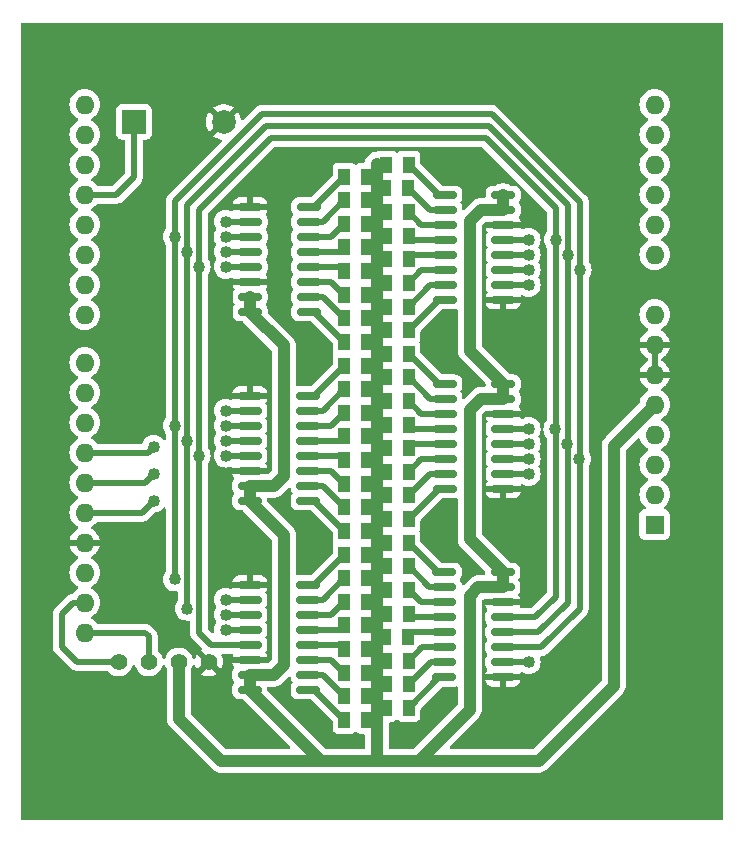
<source format=gbr>
%TF.GenerationSoftware,KiCad,Pcbnew,8.0.6*%
%TF.CreationDate,2025-01-14T16:55:08+01:00*%
%TF.ProjectId,Receptor Laser,52656365-7074-46f7-9220-4c617365722e,rev?*%
%TF.SameCoordinates,Original*%
%TF.FileFunction,Copper,L1,Top*%
%TF.FilePolarity,Positive*%
%FSLAX46Y46*%
G04 Gerber Fmt 4.6, Leading zero omitted, Abs format (unit mm)*
G04 Created by KiCad (PCBNEW 8.0.6) date 2025-01-14 16:55:08*
%MOMM*%
%LPD*%
G01*
G04 APERTURE LIST*
G04 Aperture macros list*
%AMRoundRect*
0 Rectangle with rounded corners*
0 $1 Rounding radius*
0 $2 $3 $4 $5 $6 $7 $8 $9 X,Y pos of 4 corners*
0 Add a 4 corners polygon primitive as box body*
4,1,4,$2,$3,$4,$5,$6,$7,$8,$9,$2,$3,0*
0 Add four circle primitives for the rounded corners*
1,1,$1+$1,$2,$3*
1,1,$1+$1,$4,$5*
1,1,$1+$1,$6,$7*
1,1,$1+$1,$8,$9*
0 Add four rect primitives between the rounded corners*
20,1,$1+$1,$2,$3,$4,$5,0*
20,1,$1+$1,$4,$5,$6,$7,0*
20,1,$1+$1,$6,$7,$8,$9,0*
20,1,$1+$1,$8,$9,$2,$3,0*%
G04 Aperture macros list end*
%TA.AperFunction,ComponentPad*%
%ADD10R,2.000000X2.000000*%
%TD*%
%TA.AperFunction,ComponentPad*%
%ADD11C,2.000000*%
%TD*%
%TA.AperFunction,SMDPad,CuDef*%
%ADD12R,0.990000X1.380000*%
%TD*%
%TA.AperFunction,SMDPad,CuDef*%
%ADD13RoundRect,0.150000X-0.825000X-0.150000X0.825000X-0.150000X0.825000X0.150000X-0.825000X0.150000X0*%
%TD*%
%TA.AperFunction,SMDPad,CuDef*%
%ADD14RoundRect,0.150000X0.825000X0.150000X-0.825000X0.150000X-0.825000X-0.150000X0.825000X-0.150000X0*%
%TD*%
%TA.AperFunction,ComponentPad*%
%ADD15C,1.400000*%
%TD*%
%TA.AperFunction,ComponentPad*%
%ADD16R,1.600000X1.600000*%
%TD*%
%TA.AperFunction,ComponentPad*%
%ADD17O,1.600000X1.600000*%
%TD*%
%TA.AperFunction,ViaPad*%
%ADD18C,1.016000*%
%TD*%
%TA.AperFunction,Conductor*%
%ADD19C,0.508000*%
%TD*%
%TA.AperFunction,Conductor*%
%ADD20C,1.016000*%
%TD*%
G04 APERTURE END LIST*
D10*
%TO.P,BZ1,1,-*%
%TO.N,/BUZZ*%
X52334000Y-72644000D03*
D11*
%TO.P,BZ1,2,+*%
%TO.N,GND*%
X59934000Y-72644000D03*
%TD*%
D12*
%TO.P,PH43,A*%
%TO.N,/PH-43*%
X75585000Y-112282000D03*
%TO.P,PH43,C*%
%TO.N,+5V*%
X73655000Y-112282000D03*
%TD*%
%TO.P,PH40,A*%
%TO.N,/PH-40*%
X75585000Y-106282000D03*
%TO.P,PH40,C*%
%TO.N,+5V*%
X73655000Y-106282000D03*
%TD*%
%TO.P,PH11,A*%
%TO.N,/PH-11*%
X70155000Y-103282000D03*
%TO.P,PH11,C*%
%TO.N,+5V*%
X72085000Y-103282000D03*
%TD*%
%TO.P,PH8,A*%
%TO.N,/PH-8*%
X70155000Y-109282000D03*
%TO.P,PH8,C*%
%TO.N,+5V*%
X72085000Y-109282000D03*
%TD*%
%TO.P,PH2,A*%
%TO.N,/PH-2*%
X70155000Y-121282000D03*
%TO.P,PH2,C*%
%TO.N,+5V*%
X72085000Y-121282000D03*
%TD*%
%TO.P,PH10,A*%
%TO.N,/PH-10*%
X70155000Y-105282000D03*
%TO.P,PH10,C*%
%TO.N,+5V*%
X72085000Y-105282000D03*
%TD*%
%TO.P,PH27,A*%
%TO.N,/PH-27*%
X75585000Y-80282000D03*
%TO.P,PH27,C*%
%TO.N,+5V*%
X73655000Y-80282000D03*
%TD*%
%TO.P,PH31,A*%
%TO.N,/PH-31*%
X75585000Y-88282000D03*
%TO.P,PH31,C*%
%TO.N,+5V*%
X73655000Y-88282000D03*
%TD*%
%TO.P,PH34,A*%
%TO.N,/PH-34*%
X75585000Y-94282000D03*
%TO.P,PH34,C*%
%TO.N,+5V*%
X73655000Y-94282000D03*
%TD*%
%TO.P,PH29,A*%
%TO.N,/PH-29*%
X75585000Y-84282000D03*
%TO.P,PH29,C*%
%TO.N,+5V*%
X73655000Y-84282000D03*
%TD*%
%TO.P,PH20,A*%
%TO.N,/PH-20*%
X70155000Y-85282000D03*
%TO.P,PH20,C*%
%TO.N,+5V*%
X72085000Y-85282000D03*
%TD*%
%TO.P,PH30,A*%
%TO.N,/PH-30*%
X75585000Y-86282000D03*
%TO.P,PH30,C*%
%TO.N,+5V*%
X73655000Y-86282000D03*
%TD*%
%TO.P,PH17,A*%
%TO.N,/PH-17*%
X70155000Y-91282000D03*
%TO.P,PH17,C*%
%TO.N,+5V*%
X72085000Y-91282000D03*
%TD*%
%TO.P,PH1,A*%
%TO.N,/PH-1*%
X70155000Y-123282000D03*
%TO.P,PH1,C*%
%TO.N,+5V*%
X72085000Y-123282000D03*
%TD*%
D13*
%TO.P,ADC5,1,CH0*%
%TO.N,/PH-33*%
X78645000Y-94837000D03*
%TO.P,ADC5,2,CH1*%
%TO.N,/PH-34*%
X78645000Y-96107000D03*
%TO.P,ADC5,3,CH2*%
%TO.N,/PH-35*%
X78645000Y-97377000D03*
%TO.P,ADC5,4,CH3*%
%TO.N,/PH-36*%
X78645000Y-98647000D03*
%TO.P,ADC5,5,CH4*%
%TO.N,/PH-37*%
X78645000Y-99917000D03*
%TO.P,ADC5,6,CH5*%
%TO.N,/PH-38*%
X78645000Y-101187000D03*
%TO.P,ADC5,7,CH6*%
%TO.N,/PH-39*%
X78645000Y-102457000D03*
%TO.P,ADC5,8,CH7*%
%TO.N,/PH-40*%
X78645000Y-103727000D03*
%TO.P,ADC5,9,DGND*%
%TO.N,GND*%
X83595000Y-103727000D03*
%TO.P,ADC5,10,~{CS}/SHDN*%
%TO.N,/CS5*%
X83595000Y-102457000D03*
%TO.P,ADC5,11,Din*%
%TO.N,/MOSI*%
X83595000Y-101187000D03*
%TO.P,ADC5,12,Dout*%
%TO.N,/MISO*%
X83595000Y-99917000D03*
%TO.P,ADC5,13,CLK*%
%TO.N,/CLK*%
X83595000Y-98647000D03*
%TO.P,ADC5,14,AGND*%
%TO.N,GND*%
X83595000Y-97377000D03*
%TO.P,ADC5,15,Vref*%
%TO.N,+5V*%
X83595000Y-96107000D03*
%TO.P,ADC5,16,Vdd*%
X83595000Y-94837000D03*
%TD*%
D12*
%TO.P,PH4,A*%
%TO.N,/PH-4*%
X70155000Y-117282000D03*
%TO.P,PH4,C*%
%TO.N,+5V*%
X72085000Y-117282000D03*
%TD*%
%TO.P,PH39,A*%
%TO.N,/PH-39*%
X75585000Y-104282000D03*
%TO.P,PH39,C*%
%TO.N,+5V*%
X73655000Y-104282000D03*
%TD*%
%TO.P,PH47,A*%
%TO.N,/PH-47*%
X75585000Y-120282000D03*
%TO.P,PH47,C*%
%TO.N,+5V*%
X73655000Y-120282000D03*
%TD*%
%TO.P,PH36,A*%
%TO.N,/PH-36*%
X75585000Y-98282000D03*
%TO.P,PH36,C*%
%TO.N,+5V*%
X73655000Y-98282000D03*
%TD*%
%TO.P,PH28,A*%
%TO.N,/PH-28*%
X75585000Y-82282000D03*
%TO.P,PH28,C*%
%TO.N,+5V*%
X73655000Y-82282000D03*
%TD*%
%TO.P,PH3,A*%
%TO.N,/PH-3*%
X70155000Y-119282000D03*
%TO.P,PH3,C*%
%TO.N,+5V*%
X72085000Y-119282000D03*
%TD*%
%TO.P,PH26,A*%
%TO.N,/PH-26*%
X75550000Y-78282000D03*
%TO.P,PH26,C*%
%TO.N,+5V*%
X73620000Y-78282000D03*
%TD*%
%TO.P,PH12,A*%
%TO.N,/PH-12*%
X70155000Y-101282000D03*
%TO.P,PH12,C*%
%TO.N,+5V*%
X72085000Y-101282000D03*
%TD*%
D14*
%TO.P,ADC1,1,CH0*%
%TO.N,/PH-1*%
X67095000Y-120727000D03*
%TO.P,ADC1,2,CH1*%
%TO.N,/PH-2*%
X67095000Y-119457000D03*
%TO.P,ADC1,3,CH2*%
%TO.N,/PH-3*%
X67095000Y-118187000D03*
%TO.P,ADC1,4,CH3*%
%TO.N,/PH-4*%
X67095000Y-116917000D03*
%TO.P,ADC1,5,CH4*%
%TO.N,/PH-5*%
X67095000Y-115647000D03*
%TO.P,ADC1,6,CH5*%
%TO.N,/PH-6*%
X67095000Y-114377000D03*
%TO.P,ADC1,7,CH6*%
%TO.N,/PH-7*%
X67095000Y-113107000D03*
%TO.P,ADC1,8,CH7*%
%TO.N,/PH-8*%
X67095000Y-111837000D03*
%TO.P,ADC1,9,DGND*%
%TO.N,GND*%
X62145000Y-111837000D03*
%TO.P,ADC1,10,~{CS}/SHDN*%
%TO.N,/CS1*%
X62145000Y-113107000D03*
%TO.P,ADC1,11,Din*%
%TO.N,/MOSI*%
X62145000Y-114377000D03*
%TO.P,ADC1,12,Dout*%
%TO.N,/MISO*%
X62145000Y-115647000D03*
%TO.P,ADC1,13,CLK*%
%TO.N,/CLK*%
X62145000Y-116917000D03*
%TO.P,ADC1,14,AGND*%
%TO.N,GND*%
X62145000Y-118187000D03*
%TO.P,ADC1,15,Vref*%
%TO.N,+5V*%
X62145000Y-119457000D03*
%TO.P,ADC1,16,Vdd*%
X62145000Y-120727000D03*
%TD*%
D12*
%TO.P,PH13,A*%
%TO.N,/PH-13*%
X70155000Y-99282000D03*
%TO.P,PH13,C*%
%TO.N,+5V*%
X72085000Y-99282000D03*
%TD*%
%TO.P,PH6,A*%
%TO.N,/PH-6*%
X70155000Y-113282000D03*
%TO.P,PH6,C*%
%TO.N,+5V*%
X72085000Y-113282000D03*
%TD*%
%TO.P,PH32,A*%
%TO.N,/PH-32*%
X75585000Y-90282000D03*
%TO.P,PH32,C*%
%TO.N,+5V*%
X73655000Y-90282000D03*
%TD*%
%TO.P,PH24,A*%
%TO.N,/PH-24*%
X70155000Y-77282000D03*
%TO.P,PH24,C*%
%TO.N,+5V*%
X72085000Y-77282000D03*
%TD*%
%TO.P,PH5,A*%
%TO.N,/PH-5*%
X70155000Y-115282000D03*
%TO.P,PH5,C*%
%TO.N,+5V*%
X72085000Y-115282000D03*
%TD*%
%TO.P,PH19,A*%
%TO.N,/PH-19*%
X70155000Y-87282000D03*
%TO.P,PH19,C*%
%TO.N,+5V*%
X72085000Y-87282000D03*
%TD*%
%TO.P,PH14,A*%
%TO.N,/PH-14*%
X70155000Y-97282000D03*
%TO.P,PH14,C*%
%TO.N,+5V*%
X72085000Y-97282000D03*
%TD*%
%TO.P,PH16,A*%
%TO.N,/PH-16*%
X70155000Y-93282000D03*
%TO.P,PH16,C*%
%TO.N,+5V*%
X72085000Y-93282000D03*
%TD*%
D13*
%TO.P,ADC6,1,CH0*%
%TO.N,/PH-41*%
X78620000Y-110782000D03*
%TO.P,ADC6,2,CH1*%
%TO.N,/PH-42*%
X78620000Y-112052000D03*
%TO.P,ADC6,3,CH2*%
%TO.N,/PH-43*%
X78620000Y-113322000D03*
%TO.P,ADC6,4,CH3*%
%TO.N,/PH-44*%
X78620000Y-114592000D03*
%TO.P,ADC6,5,CH4*%
%TO.N,/PH-45*%
X78620000Y-115862000D03*
%TO.P,ADC6,6,CH5*%
%TO.N,/PH-46*%
X78620000Y-117132000D03*
%TO.P,ADC6,7,CH6*%
%TO.N,/PH-47*%
X78620000Y-118402000D03*
%TO.P,ADC6,8,CH7*%
%TO.N,/PH-48*%
X78620000Y-119672000D03*
%TO.P,ADC6,9,DGND*%
%TO.N,GND*%
X83570000Y-119672000D03*
%TO.P,ADC6,10,~{CS}/SHDN*%
%TO.N,/CS6*%
X83570000Y-118402000D03*
%TO.P,ADC6,11,Din*%
%TO.N,/MOSI*%
X83570000Y-117132000D03*
%TO.P,ADC6,12,Dout*%
%TO.N,/MISO*%
X83570000Y-115862000D03*
%TO.P,ADC6,13,CLK*%
%TO.N,/CLK*%
X83570000Y-114592000D03*
%TO.P,ADC6,14,AGND*%
%TO.N,GND*%
X83570000Y-113322000D03*
%TO.P,ADC6,15,Vref*%
%TO.N,+5V*%
X83570000Y-112052000D03*
%TO.P,ADC6,16,Vdd*%
X83570000Y-110782000D03*
%TD*%
D12*
%TO.P,PH42,A*%
%TO.N,/PH-42*%
X75585000Y-110282000D03*
%TO.P,PH42,C*%
%TO.N,+5V*%
X73655000Y-110282000D03*
%TD*%
D13*
%TO.P,ADC4,1,CH0*%
%TO.N,/PH-25*%
X78645000Y-78837000D03*
%TO.P,ADC4,2,CH1*%
%TO.N,/PH-26*%
X78645000Y-80107000D03*
%TO.P,ADC4,3,CH2*%
%TO.N,/PH-27*%
X78645000Y-81377000D03*
%TO.P,ADC4,4,CH3*%
%TO.N,/PH-28*%
X78645000Y-82647000D03*
%TO.P,ADC4,5,CH4*%
%TO.N,/PH-29*%
X78645000Y-83917000D03*
%TO.P,ADC4,6,CH5*%
%TO.N,/PH-30*%
X78645000Y-85187000D03*
%TO.P,ADC4,7,CH6*%
%TO.N,/PH-31*%
X78645000Y-86457000D03*
%TO.P,ADC4,8,CH7*%
%TO.N,/PH-32*%
X78645000Y-87727000D03*
%TO.P,ADC4,9,DGND*%
%TO.N,GND*%
X83595000Y-87727000D03*
%TO.P,ADC4,10,~{CS}/SHDN*%
%TO.N,/CS4*%
X83595000Y-86457000D03*
%TO.P,ADC4,11,Din*%
%TO.N,/MOSI*%
X83595000Y-85187000D03*
%TO.P,ADC4,12,Dout*%
%TO.N,/MISO*%
X83595000Y-83917000D03*
%TO.P,ADC4,13,CLK*%
%TO.N,/CLK*%
X83595000Y-82647000D03*
%TO.P,ADC4,14,AGND*%
%TO.N,GND*%
X83595000Y-81377000D03*
%TO.P,ADC4,15,Vref*%
%TO.N,+5V*%
X83595000Y-80107000D03*
%TO.P,ADC4,16,Vdd*%
X83595000Y-78837000D03*
%TD*%
D12*
%TO.P,PH35,A*%
%TO.N,/PH-35*%
X75585000Y-96282000D03*
%TO.P,PH35,C*%
%TO.N,+5V*%
X73655000Y-96282000D03*
%TD*%
%TO.P,PH48,A*%
%TO.N,/PH-48*%
X75585000Y-122282000D03*
%TO.P,PH48,C*%
%TO.N,+5V*%
X73655000Y-122282000D03*
%TD*%
%TO.P,PH41,A*%
%TO.N,/PH-41*%
X75585000Y-108282000D03*
%TO.P,PH41,C*%
%TO.N,+5V*%
X73655000Y-108282000D03*
%TD*%
%TO.P,PH38,A*%
%TO.N,/PH-38*%
X75585000Y-102282000D03*
%TO.P,PH38,C*%
%TO.N,+5V*%
X73655000Y-102282000D03*
%TD*%
%TO.P,PH25,A*%
%TO.N,/PH-25*%
X75585000Y-76282000D03*
%TO.P,PH25,C*%
%TO.N,+5V*%
X73655000Y-76282000D03*
%TD*%
%TO.P,PH21,A*%
%TO.N,/PH-21*%
X70155000Y-83282000D03*
%TO.P,PH21,C*%
%TO.N,+5V*%
X72085000Y-83282000D03*
%TD*%
%TO.P,PH15,A*%
%TO.N,/PH-15*%
X70155000Y-95282000D03*
%TO.P,PH15,C*%
%TO.N,+5V*%
X72085000Y-95282000D03*
%TD*%
D14*
%TO.P,ADC3,1,CH0*%
%TO.N,/PH-17*%
X67120000Y-88727000D03*
%TO.P,ADC3,2,CH1*%
%TO.N,/PH-18*%
X67120000Y-87457000D03*
%TO.P,ADC3,3,CH2*%
%TO.N,/PH-19*%
X67120000Y-86187000D03*
%TO.P,ADC3,4,CH3*%
%TO.N,/PH-20*%
X67120000Y-84917000D03*
%TO.P,ADC3,5,CH4*%
%TO.N,/PH-21*%
X67120000Y-83647000D03*
%TO.P,ADC3,6,CH5*%
%TO.N,/PH-22*%
X67120000Y-82377000D03*
%TO.P,ADC3,7,CH6*%
%TO.N,/PH-23*%
X67120000Y-81107000D03*
%TO.P,ADC3,8,CH7*%
%TO.N,/PH-24*%
X67120000Y-79837000D03*
%TO.P,ADC3,9,DGND*%
%TO.N,GND*%
X62170000Y-79837000D03*
%TO.P,ADC3,10,~{CS}/SHDN*%
%TO.N,/CS3*%
X62170000Y-81107000D03*
%TO.P,ADC3,11,Din*%
%TO.N,/MOSI*%
X62170000Y-82377000D03*
%TO.P,ADC3,12,Dout*%
%TO.N,/MISO*%
X62170000Y-83647000D03*
%TO.P,ADC3,13,CLK*%
%TO.N,/CLK*%
X62170000Y-84917000D03*
%TO.P,ADC3,14,AGND*%
%TO.N,GND*%
X62170000Y-86187000D03*
%TO.P,ADC3,15,Vref*%
%TO.N,+5V*%
X62170000Y-87457000D03*
%TO.P,ADC3,16,Vdd*%
X62170000Y-88727000D03*
%TD*%
D12*
%TO.P,PH44,A*%
%TO.N,/PH-44*%
X75585000Y-114282000D03*
%TO.P,PH44,C*%
%TO.N,+5V*%
X73655000Y-114282000D03*
%TD*%
%TO.P,PH7,A*%
%TO.N,/PH-7*%
X70155000Y-111282000D03*
%TO.P,PH7,C*%
%TO.N,+5V*%
X72085000Y-111282000D03*
%TD*%
%TO.P,PH18,A*%
%TO.N,/PH-18*%
X70155000Y-89282000D03*
%TO.P,PH18,C*%
%TO.N,+5V*%
X72085000Y-89282000D03*
%TD*%
%TO.P,PH37,A*%
%TO.N,/PH-37*%
X75585000Y-100282000D03*
%TO.P,PH37,C*%
%TO.N,+5V*%
X73655000Y-100282000D03*
%TD*%
%TO.P,PH46,A*%
%TO.N,/PH-46*%
X75585000Y-118282000D03*
%TO.P,PH46,C*%
%TO.N,+5V*%
X73655000Y-118282000D03*
%TD*%
%TO.P,PH22,A*%
%TO.N,/PH-22*%
X70155000Y-81282000D03*
%TO.P,PH22,C*%
%TO.N,+5V*%
X72085000Y-81282000D03*
%TD*%
%TO.P,PH23,A*%
%TO.N,/PH-23*%
X70155000Y-79282000D03*
%TO.P,PH23,C*%
%TO.N,+5V*%
X72085000Y-79282000D03*
%TD*%
%TO.P,PH9,A*%
%TO.N,/PH-9*%
X70155000Y-107282000D03*
%TO.P,PH9,C*%
%TO.N,+5V*%
X72085000Y-107282000D03*
%TD*%
%TO.P,PH45,A*%
%TO.N,/PH-45*%
X75550000Y-116282000D03*
%TO.P,PH45,C*%
%TO.N,+5V*%
X73620000Y-116282000D03*
%TD*%
%TO.P,PH33,A*%
%TO.N,/PH-33*%
X75585000Y-92282000D03*
%TO.P,PH33,C*%
%TO.N,+5V*%
X73655000Y-92282000D03*
%TD*%
D15*
%TO.P,OLED1,1,SDA*%
%TO.N,/DISP_SDA*%
X51054000Y-118364000D03*
%TO.P,OLED1,2,SCL*%
%TO.N,/DISP_SCL*%
X53594000Y-118364000D03*
%TO.P,OLED1,3,VCC*%
%TO.N,+5V*%
X56134000Y-118364000D03*
%TO.P,OLED1,4,GND*%
%TO.N,GND*%
X58674000Y-118364000D03*
%TD*%
D14*
%TO.P,ADC2,1,CH0*%
%TO.N,/PH-9*%
X67095000Y-104727000D03*
%TO.P,ADC2,2,CH1*%
%TO.N,/PH-10*%
X67095000Y-103457000D03*
%TO.P,ADC2,3,CH2*%
%TO.N,/PH-11*%
X67095000Y-102187000D03*
%TO.P,ADC2,4,CH3*%
%TO.N,/PH-12*%
X67095000Y-100917000D03*
%TO.P,ADC2,5,CH4*%
%TO.N,/PH-13*%
X67095000Y-99647000D03*
%TO.P,ADC2,6,CH5*%
%TO.N,/PH-14*%
X67095000Y-98377000D03*
%TO.P,ADC2,7,CH6*%
%TO.N,/PH-15*%
X67095000Y-97107000D03*
%TO.P,ADC2,8,CH7*%
%TO.N,/PH-16*%
X67095000Y-95837000D03*
%TO.P,ADC2,9,DGND*%
%TO.N,GND*%
X62145000Y-95837000D03*
%TO.P,ADC2,10,~{CS}/SHDN*%
%TO.N,/CS2*%
X62145000Y-97107000D03*
%TO.P,ADC2,11,Din*%
%TO.N,/MOSI*%
X62145000Y-98377000D03*
%TO.P,ADC2,12,Dout*%
%TO.N,/MISO*%
X62145000Y-99647000D03*
%TO.P,ADC2,13,CLK*%
%TO.N,/CLK*%
X62145000Y-100917000D03*
%TO.P,ADC2,14,AGND*%
%TO.N,GND*%
X62145000Y-102187000D03*
%TO.P,ADC2,15,Vref*%
%TO.N,+5V*%
X62145000Y-103457000D03*
%TO.P,ADC2,16,Vdd*%
X62145000Y-104727000D03*
%TD*%
D16*
%TO.P,UNO1,1,NC*%
%TO.N,unconnected-(UNO1-NC-Pad1)*%
X96426000Y-106752000D03*
D17*
%TO.P,UNO1,2,IOREF*%
%TO.N,unconnected-(UNO1-IOREF-Pad2)*%
X96426000Y-104212000D03*
%TO.P,UNO1,3,~{RESET}*%
%TO.N,unconnected-(UNO1-~{RESET}-Pad3)*%
X96426000Y-101672000D03*
%TO.P,UNO1,4,3V3*%
%TO.N,unconnected-(UNO1-3V3-Pad4)*%
X96426000Y-99132000D03*
%TO.P,UNO1,5,+5V*%
%TO.N,+5V*%
X96426000Y-96592000D03*
%TO.P,UNO1,6,GND*%
%TO.N,GND*%
X96426000Y-94052000D03*
%TO.P,UNO1,7,GND*%
X96426000Y-91512000D03*
%TO.P,UNO1,8,VIN*%
%TO.N,unconnected-(UNO1-VIN-Pad8)*%
X96426000Y-88972000D03*
%TO.P,UNO1,9,A0*%
%TO.N,unconnected-(UNO1-A0-Pad9)*%
X96426000Y-83892000D03*
%TO.P,UNO1,10,A1*%
%TO.N,unconnected-(UNO1-A1-Pad10)*%
X96426000Y-81352000D03*
%TO.P,UNO1,11,A2*%
%TO.N,unconnected-(UNO1-A2-Pad11)*%
X96426000Y-78812000D03*
%TO.P,UNO1,12,A3*%
%TO.N,unconnected-(UNO1-A3-Pad12)*%
X96426000Y-76272000D03*
%TO.P,UNO1,13,SDA/A4*%
%TO.N,unconnected-(UNO1-SDA{slash}A4-Pad13)*%
X96426000Y-73732000D03*
%TO.P,UNO1,14,SCL/A5*%
%TO.N,unconnected-(UNO1-SCL{slash}A5-Pad14)*%
X96426000Y-71192000D03*
%TO.P,UNO1,15,D0/RX*%
%TO.N,unconnected-(UNO1-D0{slash}RX-Pad15)*%
X48166000Y-71192000D03*
%TO.P,UNO1,16,D1/TX*%
%TO.N,unconnected-(UNO1-D1{slash}TX-Pad16)*%
X48166000Y-73732000D03*
%TO.P,UNO1,17,D2*%
%TO.N,unconnected-(UNO1-D2-Pad17)*%
X48166000Y-76272000D03*
%TO.P,UNO1,18,D3*%
%TO.N,/BUZZ*%
X48166000Y-78812000D03*
%TO.P,UNO1,19,D4*%
%TO.N,unconnected-(UNO1-D4-Pad19)*%
X48166000Y-81352000D03*
%TO.P,UNO1,20,D5*%
%TO.N,/CS6*%
X48166000Y-83892000D03*
%TO.P,UNO1,21,D6*%
%TO.N,/CS5*%
X48166000Y-86432000D03*
%TO.P,UNO1,22,D7*%
%TO.N,/CS4*%
X48166000Y-88972000D03*
%TO.P,UNO1,23,D8*%
%TO.N,/CS3*%
X48166000Y-93032000D03*
%TO.P,UNO1,24,D9*%
%TO.N,/CS2*%
X48166000Y-95572000D03*
%TO.P,UNO1,25,D10*%
%TO.N,/CS1*%
X48166000Y-98112000D03*
%TO.P,UNO1,26,D11*%
%TO.N,/MOSI*%
X48166000Y-100652000D03*
%TO.P,UNO1,27,D12*%
%TO.N,/MISO*%
X48166000Y-103192000D03*
%TO.P,UNO1,28,D13*%
%TO.N,/CLK*%
X48166000Y-105732000D03*
%TO.P,UNO1,29,GND*%
%TO.N,GND*%
X48166000Y-108272000D03*
%TO.P,UNO1,30,AREF*%
%TO.N,unconnected-(UNO1-AREF-Pad30)*%
X48166000Y-110812000D03*
%TO.P,UNO1,31,SDA/A4*%
%TO.N,/DISP_SDA*%
X48166000Y-113352000D03*
%TO.P,UNO1,32,SCL/A5*%
%TO.N,/DISP_SCL*%
X48166000Y-115892000D03*
%TD*%
D18*
%TO.N,/MOSI*%
X85758000Y-85158000D03*
X55786000Y-111393000D03*
X55786000Y-82364000D03*
X55786000Y-98366000D03*
X60104000Y-98366000D03*
X90076000Y-85158000D03*
X85758000Y-101187000D03*
X60104000Y-114368000D03*
X54008000Y-100144000D03*
X60091000Y-82364000D03*
X90049000Y-101187000D03*
%TO.N,/MISO*%
X89060000Y-83888000D03*
X60104000Y-115638000D03*
X85758000Y-99917000D03*
X56802000Y-113860000D03*
X54008000Y-102430000D03*
X56802000Y-83634000D03*
X60104000Y-99636000D03*
X85758000Y-83888000D03*
X60117000Y-83647000D03*
X89033000Y-99917000D03*
X56802000Y-99636000D03*
%TO.N,/CS3*%
X60104000Y-81107000D03*
%TO.N,/CLK*%
X85758000Y-82618000D03*
X88044000Y-82618000D03*
X60104000Y-84917000D03*
X85758000Y-98647000D03*
X57818000Y-100906000D03*
X54008000Y-104716000D03*
X60104000Y-100906000D03*
X57818000Y-84904000D03*
X88017000Y-98647000D03*
%TO.N,GND*%
X78232000Y-107188000D03*
X67564000Y-92202000D03*
X78232000Y-91186000D03*
X67564000Y-123190000D03*
X67564000Y-108204000D03*
X78232000Y-122174000D03*
%TO.N,/CS5*%
X85758000Y-102457000D03*
%TO.N,/CS6*%
X85758000Y-118402000D03*
%TO.N,/CS1*%
X60104000Y-113107000D03*
%TO.N,/CS2*%
X60104000Y-97107000D03*
%TO.N,/CS4*%
X85758000Y-86457000D03*
%TD*%
D19*
%TO.N,/BUZZ*%
X50855000Y-78812000D02*
X48166000Y-78812000D01*
X52334000Y-77333000D02*
X50855000Y-78812000D01*
X52334000Y-76698000D02*
X52334000Y-77333000D01*
X52334000Y-76698000D02*
X52324000Y-76708000D01*
X52334000Y-72644000D02*
X52334000Y-76698000D01*
%TO.N,/MOSI*%
X90076000Y-79408000D02*
X90076000Y-85158000D01*
X82618000Y-71950000D02*
X90076000Y-79408000D01*
X63178000Y-71950000D02*
X82618000Y-71950000D01*
X55786000Y-79342000D02*
X63178000Y-71950000D01*
X55786000Y-82364000D02*
X55786000Y-79342000D01*
%TO.N,/CLK*%
X82110000Y-73982000D02*
X88044000Y-79916000D01*
X88044000Y-79916000D02*
X88044000Y-82618000D01*
X57818000Y-80104000D02*
X63940000Y-73982000D01*
X57818000Y-84904000D02*
X57818000Y-80104000D01*
X63940000Y-73982000D02*
X82110000Y-73982000D01*
%TO.N,/MISO*%
X82364000Y-72966000D02*
X89060000Y-79662000D01*
X63559000Y-72966000D02*
X82364000Y-72966000D01*
X89060000Y-79662000D02*
X89060000Y-83888000D01*
X56802000Y-79723000D02*
X63559000Y-72966000D01*
X56802000Y-83634000D02*
X56802000Y-79723000D01*
%TO.N,/MOSI*%
X55786000Y-82364000D02*
X55786000Y-98366000D01*
X85729000Y-85187000D02*
X83595000Y-85187000D01*
X55786000Y-98366000D02*
X55786000Y-111393000D01*
X60104000Y-114368000D02*
X60113000Y-114377000D01*
X60104000Y-82377000D02*
X62170000Y-82377000D01*
X60091000Y-82364000D02*
X60104000Y-82377000D01*
X86804000Y-117132000D02*
X83570000Y-117132000D01*
X90076000Y-101214000D02*
X90076000Y-113860000D01*
X62136000Y-114368000D02*
X62145000Y-114377000D01*
X85758000Y-85158000D02*
X85729000Y-85187000D01*
X60104000Y-114368000D02*
X62136000Y-114368000D01*
X53500000Y-100652000D02*
X54008000Y-100144000D01*
X85758000Y-101187000D02*
X83595000Y-101187000D01*
X90049000Y-101187000D02*
X90076000Y-101214000D01*
X48166000Y-100652000D02*
X53500000Y-100652000D01*
X62134000Y-98366000D02*
X62145000Y-98377000D01*
X90076000Y-101160000D02*
X90049000Y-101187000D01*
X90076000Y-85158000D02*
X90076000Y-101160000D01*
X90076000Y-113860000D02*
X86804000Y-117132000D01*
X60104000Y-98366000D02*
X62134000Y-98366000D01*
%TO.N,/MISO*%
X86550000Y-115862000D02*
X83570000Y-115862000D01*
X60104000Y-115638000D02*
X60113000Y-115647000D01*
X89060000Y-99890000D02*
X89033000Y-99917000D01*
X56802000Y-99636000D02*
X56802000Y-113860000D01*
X89060000Y-113352000D02*
X86550000Y-115862000D01*
X60104000Y-115638000D02*
X62136000Y-115638000D01*
X85729000Y-83917000D02*
X83595000Y-83917000D01*
X48166000Y-103192000D02*
X53246000Y-103192000D01*
X89033000Y-99917000D02*
X89060000Y-99944000D01*
X60104000Y-99636000D02*
X62134000Y-99636000D01*
X89060000Y-99944000D02*
X89060000Y-113352000D01*
X89060000Y-83888000D02*
X89060000Y-99890000D01*
X85758000Y-83888000D02*
X85729000Y-83917000D01*
X56802000Y-83634000D02*
X56802000Y-99636000D01*
X53246000Y-103192000D02*
X54008000Y-102430000D01*
X62134000Y-99636000D02*
X62145000Y-99647000D01*
X60117000Y-83647000D02*
X62170000Y-83647000D01*
X85758000Y-99917000D02*
X83595000Y-99917000D01*
X62136000Y-115638000D02*
X62145000Y-115647000D01*
%TO.N,/CS3*%
X60104000Y-81107000D02*
X62170000Y-81107000D01*
%TO.N,/CLK*%
X54008000Y-104716000D02*
X52992000Y-105732000D01*
X85758000Y-98647000D02*
X83595000Y-98647000D01*
X58843000Y-116917000D02*
X62145000Y-116917000D01*
X52992000Y-105732000D02*
X48166000Y-105732000D01*
X62134000Y-100906000D02*
X62145000Y-100917000D01*
X88044000Y-98620000D02*
X88017000Y-98647000D01*
X88044000Y-98674000D02*
X88044000Y-112844000D01*
X85758000Y-82618000D02*
X85729000Y-82647000D01*
X60104000Y-84917000D02*
X62170000Y-84917000D01*
X88044000Y-112844000D02*
X86296000Y-114592000D01*
X88017000Y-98647000D02*
X88044000Y-98674000D01*
X57818000Y-84904000D02*
X57818000Y-100906000D01*
X57818000Y-115892000D02*
X58843000Y-116917000D01*
X88044000Y-82618000D02*
X88044000Y-98620000D01*
X85729000Y-82647000D02*
X83595000Y-82647000D01*
X86296000Y-114592000D02*
X83570000Y-114592000D01*
X57818000Y-100906000D02*
X57818000Y-115892000D01*
X60104000Y-100906000D02*
X62134000Y-100906000D01*
%TO.N,/CS5*%
X83595000Y-102457000D02*
X85758000Y-102457000D01*
%TO.N,/CS6*%
X85758000Y-118402000D02*
X83570000Y-118402000D01*
%TO.N,/CS1*%
X60104000Y-113107000D02*
X62145000Y-113107000D01*
%TO.N,/CS2*%
X60104000Y-97107000D02*
X62145000Y-97107000D01*
D20*
%TO.N,+5V*%
X86614000Y-126746000D02*
X92964000Y-120396000D01*
X59690000Y-126746000D02*
X68164000Y-126746000D01*
X65024000Y-107606000D02*
X65024000Y-118618000D01*
X92964000Y-120396000D02*
X92964000Y-100054000D01*
X65024000Y-102616000D02*
X64183000Y-103457000D01*
X92964000Y-100054000D02*
X96426000Y-96592000D01*
X80772000Y-81026000D02*
X80772000Y-92014000D01*
X83595000Y-94837000D02*
X83595000Y-96107000D01*
X81693000Y-96107000D02*
X80772000Y-97028000D01*
X83595000Y-80107000D02*
X81691000Y-80107000D01*
X80772000Y-97028000D02*
X80772000Y-107984000D01*
X64183000Y-103457000D02*
X62145000Y-103457000D01*
X81691000Y-80107000D02*
X80772000Y-81026000D01*
X65024000Y-118618000D02*
X64185000Y-119457000D01*
X56134000Y-118364000D02*
X56134000Y-123190000D01*
X65024000Y-91581000D02*
X65024000Y-102616000D01*
X56134000Y-123190000D02*
X59690000Y-126746000D01*
X83595000Y-96107000D02*
X81693000Y-96107000D01*
X62145000Y-104727000D02*
X65024000Y-107606000D01*
X76454000Y-126746000D02*
X80772000Y-122428000D01*
X62145000Y-120727000D02*
X68164000Y-126746000D01*
X62145000Y-103457000D02*
X62145000Y-104727000D01*
X62170000Y-88727000D02*
X62170000Y-87457000D01*
X80772000Y-112776000D02*
X81496000Y-112052000D01*
X83570000Y-110782000D02*
X83570000Y-112052000D01*
X76454000Y-126746000D02*
X86614000Y-126746000D01*
X64185000Y-119457000D02*
X62145000Y-119457000D01*
X62145000Y-119457000D02*
X62145000Y-120727000D01*
X80772000Y-122428000D02*
X80772000Y-112776000D01*
X81496000Y-112052000D02*
X83570000Y-112052000D01*
X62170000Y-88727000D02*
X65024000Y-91581000D01*
X68164000Y-126746000D02*
X76454000Y-126746000D01*
X72898000Y-76200000D02*
X72898000Y-126746000D01*
X80772000Y-92014000D02*
X83595000Y-94837000D01*
X83595000Y-78837000D02*
X83595000Y-80107000D01*
X80772000Y-107984000D02*
X83570000Y-110782000D01*
D19*
%TO.N,/CS4*%
X85758000Y-86457000D02*
X83595000Y-86457000D01*
%TO.N,/PH-7*%
X67095000Y-113107000D02*
X68330000Y-113107000D01*
X68330000Y-113107000D02*
X70155000Y-111282000D01*
%TO.N,/PH-8*%
X67600000Y-111837000D02*
X70155000Y-109282000D01*
X67095000Y-111837000D02*
X67600000Y-111837000D01*
%TO.N,/PH-4*%
X67095000Y-116917000D02*
X69790000Y-116917000D01*
X69790000Y-116917000D02*
X70155000Y-117282000D01*
%TO.N,/PH-1*%
X67095000Y-120727000D02*
X67600000Y-120727000D01*
X67600000Y-120727000D02*
X70155000Y-123282000D01*
%TO.N,/PH-5*%
X67095000Y-115647000D02*
X69790000Y-115647000D01*
X69790000Y-115647000D02*
X70155000Y-115282000D01*
%TO.N,/PH-2*%
X68330000Y-119457000D02*
X70155000Y-121282000D01*
X67095000Y-119457000D02*
X68330000Y-119457000D01*
%TO.N,/PH-6*%
X69060000Y-114377000D02*
X70155000Y-113282000D01*
X67095000Y-114377000D02*
X69060000Y-114377000D01*
%TO.N,/PH-3*%
X67095000Y-118187000D02*
X69060000Y-118187000D01*
X69060000Y-118187000D02*
X70155000Y-119282000D01*
%TO.N,/PH-10*%
X68330000Y-103457000D02*
X70155000Y-105282000D01*
X67095000Y-103457000D02*
X68330000Y-103457000D01*
%TO.N,/PH-9*%
X67095000Y-104727000D02*
X67600000Y-104727000D01*
X67600000Y-104727000D02*
X70155000Y-107282000D01*
%TO.N,/PH-13*%
X67095000Y-99647000D02*
X69790000Y-99647000D01*
X69790000Y-99647000D02*
X70155000Y-99282000D01*
%TO.N,/PH-11*%
X67095000Y-102187000D02*
X69060000Y-102187000D01*
X69060000Y-102187000D02*
X70155000Y-103282000D01*
%TO.N,/PH-14*%
X67095000Y-98377000D02*
X69060000Y-98377000D01*
X69060000Y-98377000D02*
X70155000Y-97282000D01*
%TO.N,/PH-16*%
X67600000Y-95837000D02*
X70155000Y-93282000D01*
X67095000Y-95837000D02*
X67600000Y-95837000D01*
%TO.N,/PH-15*%
X68330000Y-97107000D02*
X70155000Y-95282000D01*
X67095000Y-97107000D02*
X68330000Y-97107000D01*
%TO.N,/PH-12*%
X67095000Y-100917000D02*
X69790000Y-100917000D01*
X69790000Y-100917000D02*
X70155000Y-101282000D01*
%TO.N,/PH-22*%
X69060000Y-82377000D02*
X70155000Y-81282000D01*
X67120000Y-82377000D02*
X69060000Y-82377000D01*
%TO.N,/PH-23*%
X68330000Y-81107000D02*
X70155000Y-79282000D01*
X67120000Y-81107000D02*
X68330000Y-81107000D01*
%TO.N,/PH-19*%
X69060000Y-86187000D02*
X70155000Y-87282000D01*
X67120000Y-86187000D02*
X69060000Y-86187000D01*
%TO.N,/PH-18*%
X67120000Y-87457000D02*
X68330000Y-87457000D01*
X68330000Y-87457000D02*
X70155000Y-89282000D01*
%TO.N,/PH-20*%
X67120000Y-84917000D02*
X69790000Y-84917000D01*
X69790000Y-84917000D02*
X70155000Y-85282000D01*
%TO.N,/PH-24*%
X67120000Y-79837000D02*
X67600000Y-79837000D01*
X67600000Y-79837000D02*
X70155000Y-77282000D01*
%TO.N,/PH-17*%
X67120000Y-88727000D02*
X67600000Y-88727000D01*
X67600000Y-88727000D02*
X70155000Y-91282000D01*
%TO.N,/PH-21*%
X69790000Y-83647000D02*
X70155000Y-83282000D01*
X67120000Y-83647000D02*
X69790000Y-83647000D01*
%TO.N,/PH-32*%
X78645000Y-87727000D02*
X78140000Y-87727000D01*
X78140000Y-87727000D02*
X75585000Y-90282000D01*
%TO.N,/PH-28*%
X75950000Y-82647000D02*
X75585000Y-82282000D01*
X78645000Y-82647000D02*
X75950000Y-82647000D01*
%TO.N,/PH-29*%
X75950000Y-83917000D02*
X75585000Y-84282000D01*
X78645000Y-83917000D02*
X75950000Y-83917000D01*
%TO.N,/PH-30*%
X78645000Y-85187000D02*
X76680000Y-85187000D01*
X76680000Y-85187000D02*
X75585000Y-86282000D01*
%TO.N,/PH-25*%
X78645000Y-78837000D02*
X78140000Y-78837000D01*
X78140000Y-78837000D02*
X75585000Y-76282000D01*
%TO.N,/PH-31*%
X77410000Y-86457000D02*
X75585000Y-88282000D01*
X78645000Y-86457000D02*
X77410000Y-86457000D01*
%TO.N,/PH-26*%
X78645000Y-80107000D02*
X77375000Y-80107000D01*
X77375000Y-80107000D02*
X75550000Y-78282000D01*
%TO.N,/PH-27*%
X76680000Y-81377000D02*
X75585000Y-80282000D01*
X78645000Y-81377000D02*
X76680000Y-81377000D01*
%TO.N,/PH-38*%
X76680000Y-101187000D02*
X75585000Y-102282000D01*
X78645000Y-101187000D02*
X76680000Y-101187000D01*
%TO.N,/PH-36*%
X78645000Y-98647000D02*
X75950000Y-98647000D01*
X75950000Y-98647000D02*
X75585000Y-98282000D01*
%TO.N,/PH-35*%
X76680000Y-97377000D02*
X75585000Y-96282000D01*
X78645000Y-97377000D02*
X76680000Y-97377000D01*
%TO.N,/PH-33*%
X78645000Y-94837000D02*
X78140000Y-94837000D01*
X78140000Y-94837000D02*
X75585000Y-92282000D01*
%TO.N,/PH-39*%
X77410000Y-102457000D02*
X75585000Y-104282000D01*
X78645000Y-102457000D02*
X77410000Y-102457000D01*
%TO.N,/PH-34*%
X77410000Y-96107000D02*
X75585000Y-94282000D01*
X78645000Y-96107000D02*
X77410000Y-96107000D01*
%TO.N,/PH-40*%
X78645000Y-103727000D02*
X78140000Y-103727000D01*
X78140000Y-103727000D02*
X75585000Y-106282000D01*
%TO.N,/PH-37*%
X78645000Y-99917000D02*
X75950000Y-99917000D01*
X75950000Y-99917000D02*
X75585000Y-100282000D01*
%TO.N,/PH-47*%
X78620000Y-118402000D02*
X77465000Y-118402000D01*
X77465000Y-118402000D02*
X75585000Y-120282000D01*
%TO.N,/PH-44*%
X78620000Y-114592000D02*
X75895000Y-114592000D01*
X75895000Y-114592000D02*
X75585000Y-114282000D01*
%TO.N,/PH-41*%
X78085000Y-110782000D02*
X75585000Y-108282000D01*
X78620000Y-110782000D02*
X78085000Y-110782000D01*
%TO.N,/PH-45*%
X78620000Y-115862000D02*
X75970000Y-115862000D01*
X75970000Y-115862000D02*
X75550000Y-116282000D01*
%TO.N,/PH-46*%
X78620000Y-117132000D02*
X76735000Y-117132000D01*
X76735000Y-117132000D02*
X75585000Y-118282000D01*
%TO.N,/PH-48*%
X78620000Y-119672000D02*
X78195000Y-119672000D01*
X78195000Y-119672000D02*
X75585000Y-122282000D01*
%TO.N,/PH-42*%
X77355000Y-112052000D02*
X75585000Y-110282000D01*
X78620000Y-112052000D02*
X77355000Y-112052000D01*
%TO.N,/PH-43*%
X78620000Y-113322000D02*
X76625000Y-113322000D01*
X76625000Y-113322000D02*
X75585000Y-112282000D01*
%TO.N,/DISP_SCL*%
X53281000Y-115892000D02*
X48166000Y-115892000D01*
X53594000Y-118364000D02*
X53594000Y-116205000D01*
X53594000Y-116205000D02*
X53281000Y-115892000D01*
%TO.N,/DISP_SDA*%
X47176000Y-113352000D02*
X48166000Y-113352000D01*
X51054000Y-118364000D02*
X47498000Y-118364000D01*
X47498000Y-118364000D02*
X46228000Y-117094000D01*
X46228000Y-117094000D02*
X46228000Y-114300000D01*
X46228000Y-114300000D02*
X47176000Y-113352000D01*
%TD*%
%TA.AperFunction,Conductor*%
%TO.N,GND*%
G36*
X65545782Y-119624964D02*
G01*
X65601716Y-119666835D01*
X65621525Y-119706551D01*
X65668254Y-119867393D01*
X65668255Y-119867396D01*
X65751917Y-120008862D01*
X65756702Y-120015031D01*
X65754256Y-120016927D01*
X65780857Y-120065642D01*
X65775873Y-120135334D01*
X65755069Y-120167703D01*
X65756702Y-120168969D01*
X65751917Y-120175137D01*
X65668255Y-120316603D01*
X65668254Y-120316606D01*
X65622402Y-120474426D01*
X65622401Y-120474432D01*
X65619500Y-120511298D01*
X65619500Y-120942701D01*
X65622401Y-120979567D01*
X65622402Y-120979573D01*
X65668254Y-121137393D01*
X65668255Y-121137396D01*
X65751917Y-121278862D01*
X65751923Y-121278870D01*
X65868129Y-121395076D01*
X65868133Y-121395079D01*
X65868135Y-121395081D01*
X66009602Y-121478744D01*
X66051224Y-121490836D01*
X66167426Y-121524597D01*
X66167429Y-121524597D01*
X66167431Y-121524598D01*
X66204306Y-121527500D01*
X67282113Y-121527500D01*
X67349152Y-121547185D01*
X67369794Y-121563819D01*
X69123181Y-123317205D01*
X69156666Y-123378528D01*
X69159500Y-123404886D01*
X69159500Y-124019870D01*
X69159501Y-124019876D01*
X69165908Y-124079483D01*
X69216202Y-124214328D01*
X69216206Y-124214335D01*
X69302452Y-124329544D01*
X69302455Y-124329547D01*
X69417664Y-124415793D01*
X69417671Y-124415797D01*
X69552517Y-124466091D01*
X69552516Y-124466091D01*
X69559444Y-124466835D01*
X69612127Y-124472500D01*
X70697872Y-124472499D01*
X70757483Y-124466091D01*
X70892331Y-124415796D01*
X71007546Y-124329546D01*
X71020733Y-124311929D01*
X71076666Y-124270058D01*
X71146358Y-124265074D01*
X71207681Y-124298558D01*
X71219267Y-124311930D01*
X71232454Y-124329546D01*
X71232455Y-124329547D01*
X71347664Y-124415793D01*
X71347671Y-124415797D01*
X71392618Y-124432561D01*
X71482517Y-124466091D01*
X71542127Y-124472500D01*
X71765500Y-124472499D01*
X71832539Y-124492183D01*
X71878294Y-124544987D01*
X71889500Y-124596499D01*
X71889500Y-125613500D01*
X71869815Y-125680539D01*
X71817011Y-125726294D01*
X71765500Y-125737500D01*
X68633096Y-125737500D01*
X68566057Y-125717815D01*
X68545415Y-125701181D01*
X63656819Y-120812585D01*
X63623334Y-120751262D01*
X63620500Y-120724904D01*
X63620500Y-120589500D01*
X63640185Y-120522461D01*
X63692989Y-120476706D01*
X63744500Y-120465500D01*
X64284330Y-120465500D01*
X64284331Y-120465499D01*
X64479169Y-120426744D01*
X64662704Y-120350721D01*
X64827881Y-120240353D01*
X64968353Y-120099881D01*
X65414770Y-119653463D01*
X65476091Y-119619980D01*
X65545782Y-119624964D01*
G37*
%TD.AperFunction*%
%TA.AperFunction,Conductor*%
G36*
X79674773Y-120453139D02*
G01*
X79733444Y-120491080D01*
X79762288Y-120554718D01*
X79763500Y-120572016D01*
X79763500Y-121958904D01*
X79743815Y-122025943D01*
X79727181Y-122046585D01*
X76072585Y-125701181D01*
X76011262Y-125734666D01*
X75984904Y-125737500D01*
X74030500Y-125737500D01*
X73963461Y-125717815D01*
X73917706Y-125665011D01*
X73906500Y-125613500D01*
X73906500Y-123596499D01*
X73926185Y-123529460D01*
X73978989Y-123483705D01*
X74030500Y-123472499D01*
X74197871Y-123472499D01*
X74197872Y-123472499D01*
X74257483Y-123466091D01*
X74392331Y-123415796D01*
X74507546Y-123329546D01*
X74520733Y-123311929D01*
X74576666Y-123270058D01*
X74646358Y-123265074D01*
X74707681Y-123298558D01*
X74719267Y-123311930D01*
X74732454Y-123329546D01*
X74732455Y-123329547D01*
X74847664Y-123415793D01*
X74847671Y-123415797D01*
X74982517Y-123466091D01*
X74982516Y-123466091D01*
X74989444Y-123466835D01*
X75042127Y-123472500D01*
X76127872Y-123472499D01*
X76187483Y-123466091D01*
X76322331Y-123415796D01*
X76437546Y-123329546D01*
X76523796Y-123214331D01*
X76574091Y-123079483D01*
X76580500Y-123019873D01*
X76580499Y-122404885D01*
X76600183Y-122337847D01*
X76616813Y-122317210D01*
X78425205Y-120508819D01*
X78486528Y-120475334D01*
X78512886Y-120472500D01*
X79510686Y-120472500D01*
X79510694Y-120472500D01*
X79547569Y-120469598D01*
X79604905Y-120452940D01*
X79674773Y-120453139D01*
G37*
%TD.AperFunction*%
%TA.AperFunction,Conductor*%
G36*
X54999005Y-105321444D02*
G01*
X55029721Y-105384200D01*
X55031500Y-105405127D01*
X55031500Y-110678284D01*
X55011815Y-110745323D01*
X55003353Y-110756949D01*
X54943405Y-110829994D01*
X54943401Y-110830001D01*
X54849760Y-111005191D01*
X54792091Y-111195300D01*
X54772620Y-111393000D01*
X54792091Y-111590699D01*
X54849760Y-111780808D01*
X54943401Y-111955998D01*
X54943405Y-111956005D01*
X55069431Y-112109568D01*
X55222994Y-112235594D01*
X55223001Y-112235598D01*
X55398191Y-112329239D01*
X55398193Y-112329239D01*
X55398196Y-112329241D01*
X55588299Y-112386908D01*
X55588298Y-112386908D01*
X55604970Y-112388550D01*
X55786000Y-112406380D01*
X55911346Y-112394034D01*
X55979992Y-112407053D01*
X56030702Y-112455117D01*
X56047500Y-112517437D01*
X56047500Y-113145284D01*
X56027815Y-113212323D01*
X56019353Y-113223949D01*
X55959405Y-113296994D01*
X55959401Y-113297001D01*
X55865760Y-113472191D01*
X55808091Y-113662300D01*
X55788620Y-113860000D01*
X55808091Y-114057699D01*
X55865760Y-114247808D01*
X55959401Y-114422998D01*
X55959405Y-114423005D01*
X56085431Y-114576568D01*
X56238994Y-114702594D01*
X56239001Y-114702598D01*
X56414191Y-114796239D01*
X56414193Y-114796239D01*
X56414196Y-114796241D01*
X56604299Y-114853908D01*
X56604298Y-114853908D01*
X56623770Y-114855825D01*
X56802000Y-114873380D01*
X56927346Y-114861034D01*
X56995992Y-114874053D01*
X57046702Y-114922117D01*
X57063500Y-114984437D01*
X57063500Y-115812552D01*
X57063499Y-115812578D01*
X57063499Y-115966313D01*
X57081618Y-116057397D01*
X57081618Y-116057399D01*
X57092493Y-116112073D01*
X57092495Y-116112080D01*
X57100201Y-116130684D01*
X57100202Y-116130688D01*
X57100203Y-116130688D01*
X57149366Y-116249381D01*
X57149372Y-116249392D01*
X57231942Y-116372968D01*
X57231943Y-116372969D01*
X58030668Y-117171693D01*
X58064153Y-117233016D01*
X58059169Y-117302707D01*
X58021082Y-117353584D01*
X58020671Y-117357119D01*
X58544590Y-117881037D01*
X58481007Y-117898075D01*
X58366993Y-117963901D01*
X58273901Y-118056993D01*
X58208075Y-118171007D01*
X58191037Y-118234590D01*
X57665138Y-117708691D01*
X57665137Y-117708691D01*
X57649368Y-117729574D01*
X57550239Y-117928651D01*
X57550237Y-117928655D01*
X57523525Y-118022540D01*
X57486246Y-118081633D01*
X57422936Y-118111190D01*
X57353697Y-118101828D01*
X57300510Y-118056518D01*
X57284994Y-118022541D01*
X57258229Y-117928472D01*
X57243093Y-117898075D01*
X57159061Y-117729316D01*
X57159056Y-117729308D01*
X57024979Y-117551761D01*
X56860562Y-117401876D01*
X56860560Y-117401874D01*
X56671404Y-117284754D01*
X56671398Y-117284752D01*
X56463940Y-117204382D01*
X56245243Y-117163500D01*
X56022757Y-117163500D01*
X55804060Y-117204382D01*
X55672864Y-117255207D01*
X55596601Y-117284752D01*
X55596595Y-117284754D01*
X55407439Y-117401874D01*
X55407437Y-117401876D01*
X55243020Y-117551761D01*
X55108943Y-117729308D01*
X55108938Y-117729316D01*
X55009775Y-117928461D01*
X55009769Y-117928476D01*
X54983266Y-118021627D01*
X54945987Y-118080721D01*
X54882677Y-118110278D01*
X54813438Y-118100916D01*
X54760251Y-118055606D01*
X54744734Y-118021627D01*
X54719947Y-117934511D01*
X54718229Y-117928472D01*
X54703093Y-117898075D01*
X54619061Y-117729316D01*
X54619056Y-117729308D01*
X54573320Y-117668744D01*
X54484981Y-117551764D01*
X54484978Y-117551761D01*
X54484974Y-117551757D01*
X54388961Y-117464228D01*
X54352680Y-117404517D01*
X54348500Y-117372592D01*
X54348500Y-116285446D01*
X54348501Y-116285425D01*
X54348501Y-116130685D01*
X54323378Y-116004390D01*
X54323378Y-116004389D01*
X54319505Y-115984920D01*
X54270694Y-115867080D01*
X54268880Y-115862701D01*
X54262633Y-115847618D01*
X54262632Y-115847617D01*
X54262630Y-115847611D01*
X54206072Y-115762966D01*
X54206072Y-115762965D01*
X54180060Y-115724035D01*
X54180054Y-115724028D01*
X54070655Y-115614629D01*
X54070634Y-115614610D01*
X53761966Y-115305941D01*
X53638389Y-115223370D01*
X53638386Y-115223368D01*
X53638385Y-115223368D01*
X53557955Y-115190053D01*
X53501080Y-115166495D01*
X53476894Y-115161684D01*
X53355314Y-115137499D01*
X53355312Y-115137499D01*
X53206688Y-115137499D01*
X53200574Y-115137499D01*
X53200554Y-115137500D01*
X49289862Y-115137500D01*
X49222823Y-115117815D01*
X49188287Y-115084623D01*
X49166045Y-115052858D01*
X49005141Y-114891954D01*
X48818734Y-114761432D01*
X48818728Y-114761429D01*
X48760725Y-114734382D01*
X48708285Y-114688210D01*
X48689133Y-114621017D01*
X48709348Y-114554135D01*
X48760725Y-114509618D01*
X48818734Y-114482568D01*
X49005139Y-114352047D01*
X49166047Y-114191139D01*
X49296568Y-114004734D01*
X49392739Y-113798496D01*
X49451635Y-113578692D01*
X49468634Y-113384384D01*
X49471468Y-113352001D01*
X49471468Y-113351998D01*
X49460265Y-113223949D01*
X49451635Y-113125308D01*
X49392739Y-112905504D01*
X49296568Y-112699266D01*
X49166047Y-112512861D01*
X49166045Y-112512858D01*
X49005141Y-112351954D01*
X48818734Y-112221432D01*
X48818728Y-112221429D01*
X48760725Y-112194382D01*
X48708285Y-112148210D01*
X48689133Y-112081017D01*
X48709348Y-112014135D01*
X48760725Y-111969618D01*
X48818734Y-111942568D01*
X49005139Y-111812047D01*
X49166047Y-111651139D01*
X49296568Y-111464734D01*
X49392739Y-111258496D01*
X49451635Y-111038692D01*
X49471468Y-110812000D01*
X49451635Y-110585308D01*
X49392739Y-110365504D01*
X49296568Y-110159266D01*
X49166047Y-109972861D01*
X49166045Y-109972858D01*
X49005141Y-109811954D01*
X48818734Y-109681432D01*
X48818732Y-109681431D01*
X48807275Y-109676088D01*
X48760132Y-109654105D01*
X48707694Y-109607934D01*
X48688542Y-109540740D01*
X48708758Y-109473859D01*
X48760134Y-109429341D01*
X48818484Y-109402132D01*
X49004820Y-109271657D01*
X49165657Y-109110820D01*
X49296134Y-108924482D01*
X49392265Y-108718326D01*
X49392269Y-108718317D01*
X49444872Y-108522000D01*
X48599012Y-108522000D01*
X48631925Y-108464993D01*
X48666000Y-108337826D01*
X48666000Y-108206174D01*
X48631925Y-108079007D01*
X48599012Y-108022000D01*
X49444872Y-108022000D01*
X49444872Y-108021999D01*
X49392269Y-107825682D01*
X49392265Y-107825673D01*
X49296134Y-107619517D01*
X49165657Y-107433179D01*
X49004820Y-107272342D01*
X48818482Y-107141865D01*
X48760133Y-107114657D01*
X48707694Y-107068484D01*
X48688542Y-107001291D01*
X48708758Y-106934410D01*
X48760129Y-106889895D01*
X48818734Y-106862568D01*
X49005139Y-106732047D01*
X49166047Y-106571139D01*
X49188287Y-106539377D01*
X49242863Y-106495752D01*
X49289862Y-106486500D01*
X52911554Y-106486500D01*
X52911574Y-106486501D01*
X52917688Y-106486501D01*
X53066313Y-106486501D01*
X53198707Y-106460165D01*
X53212080Y-106457505D01*
X53268955Y-106433946D01*
X53349389Y-106400630D01*
X53472966Y-106318059D01*
X54036133Y-105754890D01*
X54097454Y-105721407D01*
X54111652Y-105719170D01*
X54205701Y-105709908D01*
X54395804Y-105652241D01*
X54571004Y-105558595D01*
X54724568Y-105432568D01*
X54811646Y-105326462D01*
X54869392Y-105287128D01*
X54939237Y-105285257D01*
X54999005Y-105321444D01*
G37*
%TD.AperFunction*%
%TA.AperFunction,Conductor*%
G36*
X79674772Y-104515401D02*
G01*
X79733443Y-104553342D01*
X79762287Y-104616980D01*
X79763500Y-104634279D01*
X79763500Y-108083333D01*
X79802254Y-108278161D01*
X79802256Y-108278169D01*
X79834624Y-108356312D01*
X79878277Y-108461701D01*
X79878282Y-108461710D01*
X79988646Y-108626880D01*
X79988649Y-108626884D01*
X82058181Y-110696415D01*
X82091666Y-110757738D01*
X82094500Y-110784096D01*
X82094500Y-110919500D01*
X82074815Y-110986539D01*
X82022011Y-111032294D01*
X81970500Y-111043500D01*
X81396666Y-111043500D01*
X81201838Y-111082254D01*
X81201830Y-111082256D01*
X81149735Y-111103835D01*
X81149734Y-111103835D01*
X81018298Y-111158276D01*
X81018295Y-111158278D01*
X80853123Y-111268642D01*
X80853115Y-111268648D01*
X80292577Y-111829187D01*
X80231254Y-111862672D01*
X80161562Y-111857688D01*
X80105629Y-111815816D01*
X80085820Y-111776101D01*
X80046745Y-111641606D01*
X80046744Y-111641603D01*
X80046744Y-111641602D01*
X79963081Y-111500135D01*
X79963078Y-111500132D01*
X79958298Y-111493969D01*
X79960750Y-111492066D01*
X79934155Y-111443421D01*
X79939104Y-111373726D01*
X79959940Y-111341304D01*
X79958298Y-111340031D01*
X79963075Y-111333870D01*
X79963081Y-111333865D01*
X80046744Y-111192398D01*
X80091049Y-111039900D01*
X80092597Y-111034573D01*
X80092598Y-111034567D01*
X80093341Y-111025131D01*
X80095500Y-110997694D01*
X80095500Y-110566306D01*
X80092598Y-110529431D01*
X80046744Y-110371602D01*
X79963081Y-110230135D01*
X79963079Y-110230133D01*
X79963076Y-110230129D01*
X79846870Y-110113923D01*
X79846862Y-110113917D01*
X79705396Y-110030255D01*
X79705393Y-110030254D01*
X79547573Y-109984402D01*
X79547567Y-109984401D01*
X79510701Y-109981500D01*
X79510694Y-109981500D01*
X78402886Y-109981500D01*
X78335847Y-109961815D01*
X78315205Y-109945181D01*
X76616818Y-108246793D01*
X76583333Y-108185470D01*
X76580499Y-108159112D01*
X76580499Y-107544129D01*
X76580498Y-107544123D01*
X76580190Y-107541261D01*
X76574091Y-107484517D01*
X76574091Y-107484516D01*
X76523797Y-107349670D01*
X76519547Y-107341888D01*
X76522757Y-107340134D01*
X76504361Y-107291001D01*
X76519127Y-107222709D01*
X76519752Y-107221736D01*
X76523797Y-107214329D01*
X76555882Y-107128303D01*
X76574091Y-107079483D01*
X76580500Y-107019873D01*
X76580499Y-106404885D01*
X76600183Y-106337847D01*
X76616813Y-106317210D01*
X78370205Y-104563819D01*
X78431528Y-104530334D01*
X78457886Y-104527500D01*
X79535686Y-104527500D01*
X79535694Y-104527500D01*
X79572569Y-104524598D01*
X79604906Y-104515203D01*
X79674772Y-104515401D01*
G37*
%TD.AperFunction*%
%TA.AperFunction,Conductor*%
G36*
X65545332Y-103623414D02*
G01*
X65601265Y-103665286D01*
X65621074Y-103705001D01*
X65668253Y-103867393D01*
X65668255Y-103867396D01*
X65751917Y-104008862D01*
X65756702Y-104015031D01*
X65754256Y-104016927D01*
X65780857Y-104065642D01*
X65775873Y-104135334D01*
X65755069Y-104167703D01*
X65756702Y-104168969D01*
X65751917Y-104175137D01*
X65668255Y-104316603D01*
X65668254Y-104316606D01*
X65622402Y-104474426D01*
X65622401Y-104474432D01*
X65619500Y-104511298D01*
X65619500Y-104942701D01*
X65622401Y-104979567D01*
X65622402Y-104979573D01*
X65668254Y-105137393D01*
X65668255Y-105137396D01*
X65751917Y-105278862D01*
X65751923Y-105278870D01*
X65868129Y-105395076D01*
X65868133Y-105395079D01*
X65868135Y-105395081D01*
X66009602Y-105478744D01*
X66051224Y-105490836D01*
X66167426Y-105524597D01*
X66167429Y-105524597D01*
X66167431Y-105524598D01*
X66204306Y-105527500D01*
X67282113Y-105527500D01*
X67349152Y-105547185D01*
X67369794Y-105563819D01*
X69123181Y-107317205D01*
X69156666Y-107378528D01*
X69159500Y-107404886D01*
X69159500Y-108019870D01*
X69159501Y-108019876D01*
X69165908Y-108079483D01*
X69216202Y-108214328D01*
X69220454Y-108222114D01*
X69217280Y-108223846D01*
X69235659Y-108273302D01*
X69220725Y-108341557D01*
X69220117Y-108342502D01*
X69216202Y-108349671D01*
X69165908Y-108484517D01*
X69159501Y-108544116D01*
X69159500Y-108544135D01*
X69159500Y-109159113D01*
X69139815Y-109226152D01*
X69123181Y-109246794D01*
X67369794Y-111000181D01*
X67308471Y-111033666D01*
X67282113Y-111036500D01*
X66204293Y-111036500D01*
X66166226Y-111039496D01*
X66097850Y-111025131D01*
X66048094Y-110976078D01*
X66032500Y-110915878D01*
X66032500Y-107506670D01*
X66032499Y-107506666D01*
X66028093Y-107484516D01*
X65993744Y-107311831D01*
X65953358Y-107214331D01*
X65953357Y-107214329D01*
X65917725Y-107128303D01*
X65917724Y-107128302D01*
X65917722Y-107128296D01*
X65807354Y-106963119D01*
X65807351Y-106963115D01*
X63656819Y-104812583D01*
X63623334Y-104751260D01*
X63620500Y-104724902D01*
X63620500Y-104589500D01*
X63640185Y-104522461D01*
X63692989Y-104476706D01*
X63744500Y-104465500D01*
X64282330Y-104465500D01*
X64282331Y-104465499D01*
X64477169Y-104426744D01*
X64660704Y-104350721D01*
X64825881Y-104240353D01*
X64966353Y-104099881D01*
X65024912Y-104041322D01*
X65024924Y-104041308D01*
X65414320Y-103651912D01*
X65475640Y-103618430D01*
X65545332Y-103623414D01*
G37*
%TD.AperFunction*%
%TA.AperFunction,Conductor*%
G36*
X79674772Y-88515401D02*
G01*
X79733443Y-88553342D01*
X79762287Y-88616980D01*
X79763500Y-88634279D01*
X79763500Y-92113333D01*
X79802254Y-92308161D01*
X79802256Y-92308169D01*
X79837899Y-92394218D01*
X79878277Y-92491701D01*
X79878282Y-92491710D01*
X79988646Y-92656880D01*
X79988649Y-92656884D01*
X82083181Y-94751415D01*
X82116666Y-94812738D01*
X82119500Y-94839096D01*
X82119500Y-94974500D01*
X82099815Y-95041539D01*
X82047011Y-95087294D01*
X81995500Y-95098500D01*
X81593666Y-95098500D01*
X81398838Y-95137254D01*
X81398830Y-95137256D01*
X81323713Y-95168371D01*
X81215300Y-95213276D01*
X81215286Y-95213284D01*
X81050123Y-95323642D01*
X81050115Y-95323648D01*
X80332181Y-96041584D01*
X80270858Y-96075069D01*
X80201167Y-96070085D01*
X80145233Y-96028213D01*
X80120816Y-95962749D01*
X80120500Y-95953903D01*
X80120500Y-95891313D01*
X80120499Y-95891298D01*
X80117598Y-95854432D01*
X80117597Y-95854426D01*
X80071745Y-95696606D01*
X80071744Y-95696603D01*
X80071744Y-95696602D01*
X79988081Y-95555135D01*
X79988078Y-95555132D01*
X79983298Y-95548969D01*
X79985750Y-95547066D01*
X79959155Y-95498421D01*
X79964104Y-95428726D01*
X79984940Y-95396304D01*
X79983298Y-95395031D01*
X79988075Y-95388870D01*
X79988081Y-95388865D01*
X80071744Y-95247398D01*
X80117598Y-95089569D01*
X80120500Y-95052694D01*
X80120500Y-94621306D01*
X80117598Y-94584431D01*
X80071744Y-94426602D01*
X79988081Y-94285135D01*
X79988079Y-94285133D01*
X79988076Y-94285129D01*
X79871870Y-94168923D01*
X79871862Y-94168917D01*
X79730396Y-94085255D01*
X79730393Y-94085254D01*
X79572573Y-94039402D01*
X79572567Y-94039401D01*
X79535701Y-94036500D01*
X79535694Y-94036500D01*
X78457886Y-94036500D01*
X78390847Y-94016815D01*
X78370205Y-94000181D01*
X76616818Y-92246793D01*
X76583333Y-92185470D01*
X76580499Y-92159112D01*
X76580499Y-91544129D01*
X76580498Y-91544123D01*
X76574091Y-91484516D01*
X76523797Y-91349670D01*
X76519547Y-91341888D01*
X76522757Y-91340134D01*
X76504361Y-91291001D01*
X76519127Y-91222709D01*
X76519752Y-91221736D01*
X76523797Y-91214329D01*
X76558875Y-91120279D01*
X76574091Y-91079483D01*
X76580500Y-91019873D01*
X76580499Y-90404885D01*
X76600183Y-90337847D01*
X76616813Y-90317210D01*
X78370205Y-88563819D01*
X78431528Y-88530334D01*
X78457886Y-88527500D01*
X79535686Y-88527500D01*
X79535694Y-88527500D01*
X79572569Y-88524598D01*
X79604906Y-88515203D01*
X79674772Y-88515401D01*
G37*
%TD.AperFunction*%
%TA.AperFunction,Conductor*%
G36*
X96676000Y-93618988D02*
G01*
X96618993Y-93586075D01*
X96491826Y-93552000D01*
X96360174Y-93552000D01*
X96233007Y-93586075D01*
X96176000Y-93618988D01*
X96176000Y-91945012D01*
X96233007Y-91977925D01*
X96360174Y-92012000D01*
X96491826Y-92012000D01*
X96618993Y-91977925D01*
X96676000Y-91945012D01*
X96676000Y-93618988D01*
G37*
%TD.AperFunction*%
%TA.AperFunction,Conductor*%
G36*
X102192539Y-64270185D02*
G01*
X102238294Y-64322989D01*
X102249500Y-64374500D01*
X102249500Y-131625500D01*
X102229815Y-131692539D01*
X102177011Y-131738294D01*
X102125500Y-131749500D01*
X42874500Y-131749500D01*
X42807461Y-131729815D01*
X42761706Y-131677011D01*
X42750500Y-131625500D01*
X42750500Y-114225685D01*
X45473499Y-114225685D01*
X45473499Y-114380425D01*
X45473500Y-114380446D01*
X45473500Y-117014552D01*
X45473499Y-117014578D01*
X45473499Y-117168314D01*
X45493077Y-117266733D01*
X45497684Y-117289894D01*
X45500233Y-117302707D01*
X45502495Y-117314082D01*
X45517235Y-117349663D01*
X45517236Y-117349669D01*
X45517237Y-117349669D01*
X45559366Y-117451382D01*
X45559372Y-117451392D01*
X45641942Y-117574968D01*
X45641943Y-117574969D01*
X46907600Y-118840624D01*
X46907621Y-118840647D01*
X47017028Y-118950054D01*
X47017035Y-118950060D01*
X47140608Y-119032628D01*
X47140609Y-119032628D01*
X47140610Y-119032629D01*
X47277920Y-119089505D01*
X47402488Y-119114283D01*
X47423683Y-119118499D01*
X47423687Y-119118500D01*
X47423688Y-119118500D01*
X47572312Y-119118500D01*
X50057675Y-119118500D01*
X50124714Y-119138185D01*
X50156628Y-119167773D01*
X50163019Y-119176236D01*
X50163021Y-119176238D01*
X50163025Y-119176242D01*
X50327437Y-119326123D01*
X50327439Y-119326125D01*
X50516595Y-119443245D01*
X50516596Y-119443245D01*
X50516599Y-119443247D01*
X50724060Y-119523618D01*
X50942757Y-119564500D01*
X50942759Y-119564500D01*
X51165241Y-119564500D01*
X51165243Y-119564500D01*
X51383940Y-119523618D01*
X51591401Y-119443247D01*
X51780562Y-119326124D01*
X51920282Y-119198751D01*
X51944979Y-119176238D01*
X51959885Y-119156500D01*
X52079058Y-118998689D01*
X52178229Y-118799528D01*
X52204734Y-118706371D01*
X52242013Y-118647278D01*
X52305323Y-118617721D01*
X52374562Y-118627083D01*
X52427749Y-118672393D01*
X52443266Y-118706372D01*
X52469769Y-118799523D01*
X52469775Y-118799538D01*
X52568938Y-118998683D01*
X52568943Y-118998691D01*
X52703020Y-119176238D01*
X52867437Y-119326123D01*
X52867439Y-119326125D01*
X53056595Y-119443245D01*
X53056596Y-119443245D01*
X53056599Y-119443247D01*
X53264060Y-119523618D01*
X53482757Y-119564500D01*
X53482759Y-119564500D01*
X53705241Y-119564500D01*
X53705243Y-119564500D01*
X53923940Y-119523618D01*
X54131401Y-119443247D01*
X54320562Y-119326124D01*
X54460282Y-119198751D01*
X54484979Y-119176238D01*
X54499885Y-119156500D01*
X54619058Y-118998689D01*
X54718229Y-118799528D01*
X54744734Y-118706371D01*
X54782013Y-118647278D01*
X54845323Y-118617721D01*
X54914562Y-118627083D01*
X54967749Y-118672393D01*
X54983266Y-118706372D01*
X55009769Y-118799523D01*
X55009775Y-118799538D01*
X55111497Y-119003821D01*
X55109577Y-119004776D01*
X55125500Y-119060712D01*
X55125500Y-123289333D01*
X55164254Y-123484160D01*
X55164256Y-123484168D01*
X55240277Y-123667701D01*
X55240282Y-123667710D01*
X55350646Y-123832880D01*
X55350649Y-123832884D01*
X58906647Y-127388881D01*
X59047119Y-127529353D01*
X59047120Y-127529354D01*
X59212289Y-127639717D01*
X59212295Y-127639720D01*
X59212296Y-127639721D01*
X59395831Y-127715744D01*
X59590666Y-127754499D01*
X59590670Y-127754500D01*
X59590671Y-127754500D01*
X86713330Y-127754500D01*
X86713331Y-127754499D01*
X86908169Y-127715744D01*
X87091704Y-127639721D01*
X87256881Y-127529353D01*
X87397353Y-127388881D01*
X93747353Y-121038881D01*
X93857721Y-120873704D01*
X93933744Y-120690169D01*
X93972500Y-120495329D01*
X93972500Y-120296671D01*
X93972500Y-100523095D01*
X93992185Y-100456056D01*
X94008814Y-100435418D01*
X94976912Y-99467320D01*
X95038233Y-99433837D01*
X95107924Y-99438821D01*
X95163858Y-99480693D01*
X95184366Y-99522909D01*
X95199259Y-99578490D01*
X95199261Y-99578497D01*
X95295431Y-99784732D01*
X95295432Y-99784734D01*
X95425954Y-99971141D01*
X95586858Y-100132045D01*
X95586861Y-100132047D01*
X95773266Y-100262568D01*
X95814938Y-100282000D01*
X95831275Y-100289618D01*
X95883714Y-100335791D01*
X95902866Y-100402984D01*
X95882650Y-100469865D01*
X95831275Y-100514381D01*
X95820222Y-100519536D01*
X95773267Y-100541431D01*
X95773265Y-100541432D01*
X95586858Y-100671954D01*
X95425954Y-100832858D01*
X95295432Y-101019265D01*
X95295431Y-101019267D01*
X95199261Y-101225502D01*
X95199258Y-101225511D01*
X95140366Y-101445302D01*
X95140364Y-101445313D01*
X95120532Y-101671998D01*
X95120532Y-101672001D01*
X95140364Y-101898686D01*
X95140366Y-101898697D01*
X95199258Y-102118488D01*
X95199261Y-102118497D01*
X95295431Y-102324732D01*
X95295432Y-102324734D01*
X95425954Y-102511141D01*
X95586858Y-102672045D01*
X95586861Y-102672047D01*
X95773266Y-102802568D01*
X95831275Y-102829618D01*
X95883714Y-102875791D01*
X95902866Y-102942984D01*
X95882650Y-103009865D01*
X95831275Y-103054382D01*
X95773267Y-103081431D01*
X95773265Y-103081432D01*
X95586858Y-103211954D01*
X95425954Y-103372858D01*
X95295432Y-103559265D01*
X95295431Y-103559267D01*
X95199261Y-103765502D01*
X95199258Y-103765511D01*
X95140366Y-103985302D01*
X95140364Y-103985313D01*
X95120532Y-104211998D01*
X95120532Y-104212001D01*
X95140364Y-104438686D01*
X95140366Y-104438697D01*
X95199258Y-104658488D01*
X95199261Y-104658497D01*
X95295431Y-104864732D01*
X95295432Y-104864734D01*
X95425954Y-105051141D01*
X95586858Y-105212045D01*
X95611462Y-105229273D01*
X95655087Y-105283849D01*
X95662281Y-105353348D01*
X95630758Y-105415703D01*
X95570529Y-105451117D01*
X95553593Y-105454138D01*
X95518516Y-105457908D01*
X95383671Y-105508202D01*
X95383664Y-105508206D01*
X95268455Y-105594452D01*
X95268452Y-105594455D01*
X95182206Y-105709664D01*
X95182202Y-105709671D01*
X95131908Y-105844517D01*
X95125501Y-105904116D01*
X95125501Y-105904123D01*
X95125500Y-105904135D01*
X95125500Y-107599870D01*
X95125501Y-107599876D01*
X95131908Y-107659483D01*
X95182202Y-107794328D01*
X95182206Y-107794335D01*
X95268452Y-107909544D01*
X95268455Y-107909547D01*
X95383664Y-107995793D01*
X95383671Y-107995797D01*
X95518517Y-108046091D01*
X95518516Y-108046091D01*
X95525444Y-108046835D01*
X95578127Y-108052500D01*
X97273872Y-108052499D01*
X97333483Y-108046091D01*
X97468331Y-107995796D01*
X97583546Y-107909546D01*
X97669796Y-107794331D01*
X97720091Y-107659483D01*
X97726500Y-107599873D01*
X97726499Y-105904128D01*
X97720091Y-105844517D01*
X97678125Y-105732001D01*
X97669797Y-105709671D01*
X97669793Y-105709664D01*
X97583547Y-105594455D01*
X97583544Y-105594452D01*
X97468335Y-105508206D01*
X97468328Y-105508202D01*
X97333482Y-105457908D01*
X97333483Y-105457908D01*
X97298404Y-105454137D01*
X97233853Y-105427399D01*
X97194005Y-105370006D01*
X97191512Y-105300181D01*
X97227165Y-105240092D01*
X97240539Y-105229272D01*
X97265140Y-105212046D01*
X97426045Y-105051141D01*
X97426047Y-105051139D01*
X97556568Y-104864734D01*
X97652739Y-104658496D01*
X97711635Y-104438692D01*
X97731468Y-104212000D01*
X97711635Y-103985308D01*
X97652739Y-103765504D01*
X97556568Y-103559266D01*
X97426047Y-103372861D01*
X97426045Y-103372858D01*
X97265141Y-103211954D01*
X97078734Y-103081432D01*
X97078728Y-103081429D01*
X97020725Y-103054382D01*
X96968285Y-103008210D01*
X96949133Y-102941017D01*
X96969348Y-102874135D01*
X97020725Y-102829618D01*
X97078734Y-102802568D01*
X97265139Y-102672047D01*
X97426047Y-102511139D01*
X97556568Y-102324734D01*
X97652739Y-102118496D01*
X97711635Y-101898692D01*
X97731468Y-101672000D01*
X97711635Y-101445308D01*
X97652739Y-101225504D01*
X97556568Y-101019266D01*
X97458134Y-100878686D01*
X97426045Y-100832858D01*
X97265141Y-100671954D01*
X97078734Y-100541432D01*
X97078728Y-100541429D01*
X97031778Y-100519536D01*
X97020724Y-100514381D01*
X96968285Y-100468210D01*
X96949133Y-100401017D01*
X96969348Y-100334135D01*
X97020725Y-100289618D01*
X97078734Y-100262568D01*
X97265139Y-100132047D01*
X97426047Y-99971139D01*
X97556568Y-99784734D01*
X97652739Y-99578496D01*
X97711635Y-99358692D01*
X97731468Y-99132000D01*
X97711635Y-98905308D01*
X97652739Y-98685504D01*
X97556568Y-98479266D01*
X97426047Y-98292861D01*
X97426045Y-98292858D01*
X97265141Y-98131954D01*
X97078734Y-98001432D01*
X97078728Y-98001429D01*
X97030455Y-97978919D01*
X97020724Y-97974381D01*
X96968285Y-97928210D01*
X96949133Y-97861017D01*
X96969348Y-97794135D01*
X97020725Y-97749618D01*
X97078734Y-97722568D01*
X97265139Y-97592047D01*
X97426047Y-97431139D01*
X97556568Y-97244734D01*
X97652739Y-97038496D01*
X97711635Y-96818692D01*
X97731468Y-96592000D01*
X97711635Y-96365308D01*
X97652739Y-96145504D01*
X97556568Y-95939266D01*
X97426047Y-95752861D01*
X97426045Y-95752858D01*
X97265141Y-95591954D01*
X97078734Y-95461432D01*
X97078732Y-95461431D01*
X97067275Y-95456088D01*
X97020132Y-95434105D01*
X96967694Y-95387934D01*
X96948542Y-95320740D01*
X96968758Y-95253859D01*
X97020134Y-95209341D01*
X97078484Y-95182132D01*
X97264820Y-95051657D01*
X97425657Y-94890820D01*
X97556134Y-94704482D01*
X97652265Y-94498326D01*
X97652269Y-94498317D01*
X97704872Y-94302000D01*
X96859012Y-94302000D01*
X96891925Y-94244993D01*
X96926000Y-94117826D01*
X96926000Y-93986174D01*
X96891925Y-93859007D01*
X96859012Y-93802000D01*
X97704872Y-93802000D01*
X97704872Y-93801999D01*
X97652269Y-93605682D01*
X97652265Y-93605673D01*
X97556134Y-93399517D01*
X97425657Y-93213179D01*
X97264820Y-93052342D01*
X97078481Y-92921865D01*
X97078479Y-92921864D01*
X97019543Y-92894382D01*
X96967103Y-92848210D01*
X96947951Y-92781017D01*
X96968166Y-92714136D01*
X97019543Y-92669618D01*
X97078479Y-92642135D01*
X97078481Y-92642134D01*
X97264820Y-92511657D01*
X97425657Y-92350820D01*
X97556134Y-92164482D01*
X97652265Y-91958326D01*
X97652269Y-91958317D01*
X97704872Y-91762000D01*
X96859012Y-91762000D01*
X96891925Y-91704993D01*
X96926000Y-91577826D01*
X96926000Y-91446174D01*
X96891925Y-91319007D01*
X96859012Y-91262000D01*
X97704872Y-91262000D01*
X97704872Y-91261999D01*
X97652269Y-91065682D01*
X97652265Y-91065673D01*
X97556134Y-90859517D01*
X97425657Y-90673179D01*
X97264820Y-90512342D01*
X97078482Y-90381865D01*
X97020133Y-90354657D01*
X96967694Y-90308484D01*
X96948542Y-90241291D01*
X96968758Y-90174410D01*
X97020129Y-90129895D01*
X97078734Y-90102568D01*
X97265139Y-89972047D01*
X97426047Y-89811139D01*
X97556568Y-89624734D01*
X97652739Y-89418496D01*
X97711635Y-89198692D01*
X97728634Y-89004384D01*
X97731468Y-88972001D01*
X97731468Y-88971998D01*
X97714343Y-88776265D01*
X97711635Y-88745308D01*
X97652739Y-88525504D01*
X97556568Y-88319266D01*
X97426047Y-88132861D01*
X97426045Y-88132858D01*
X97265141Y-87971954D01*
X97078734Y-87841432D01*
X97078732Y-87841431D01*
X96872497Y-87745261D01*
X96872488Y-87745258D01*
X96652697Y-87686366D01*
X96652693Y-87686365D01*
X96652692Y-87686365D01*
X96652691Y-87686364D01*
X96652686Y-87686364D01*
X96426002Y-87666532D01*
X96425998Y-87666532D01*
X96199313Y-87686364D01*
X96199302Y-87686366D01*
X95979511Y-87745258D01*
X95979502Y-87745261D01*
X95773267Y-87841431D01*
X95773265Y-87841432D01*
X95586858Y-87971954D01*
X95425954Y-88132858D01*
X95295432Y-88319265D01*
X95295431Y-88319267D01*
X95199261Y-88525502D01*
X95199258Y-88525511D01*
X95140366Y-88745302D01*
X95140364Y-88745313D01*
X95120532Y-88971998D01*
X95120532Y-88972001D01*
X95140364Y-89198686D01*
X95140366Y-89198697D01*
X95199258Y-89418488D01*
X95199261Y-89418497D01*
X95295431Y-89624732D01*
X95295432Y-89624734D01*
X95425954Y-89811141D01*
X95586858Y-89972045D01*
X95586861Y-89972047D01*
X95773266Y-90102568D01*
X95831865Y-90129893D01*
X95884305Y-90176065D01*
X95903457Y-90243258D01*
X95883242Y-90310139D01*
X95831867Y-90354657D01*
X95773515Y-90381867D01*
X95587179Y-90512342D01*
X95426342Y-90673179D01*
X95295865Y-90859517D01*
X95199734Y-91065673D01*
X95199730Y-91065682D01*
X95147127Y-91261999D01*
X95147128Y-91262000D01*
X95992988Y-91262000D01*
X95960075Y-91319007D01*
X95926000Y-91446174D01*
X95926000Y-91577826D01*
X95960075Y-91704993D01*
X95992988Y-91762000D01*
X95147128Y-91762000D01*
X95199730Y-91958317D01*
X95199734Y-91958326D01*
X95295865Y-92164482D01*
X95426342Y-92350820D01*
X95587179Y-92511657D01*
X95773517Y-92642134D01*
X95832457Y-92669618D01*
X95884896Y-92715790D01*
X95904048Y-92782984D01*
X95883832Y-92849865D01*
X95832457Y-92894382D01*
X95773517Y-92921865D01*
X95587179Y-93052342D01*
X95426342Y-93213179D01*
X95295865Y-93399517D01*
X95199734Y-93605673D01*
X95199730Y-93605682D01*
X95147127Y-93801999D01*
X95147128Y-93802000D01*
X95992988Y-93802000D01*
X95960075Y-93859007D01*
X95926000Y-93986174D01*
X95926000Y-94117826D01*
X95960075Y-94244993D01*
X95992988Y-94302000D01*
X95147128Y-94302000D01*
X95199730Y-94498317D01*
X95199734Y-94498326D01*
X95295865Y-94704482D01*
X95426342Y-94890820D01*
X95587179Y-95051657D01*
X95773518Y-95182134D01*
X95773520Y-95182135D01*
X95831865Y-95209342D01*
X95884305Y-95255514D01*
X95903457Y-95322707D01*
X95883242Y-95389589D01*
X95831867Y-95434105D01*
X95773268Y-95461431D01*
X95773264Y-95461433D01*
X95586858Y-95591954D01*
X95425954Y-95752858D01*
X95295432Y-95939265D01*
X95295431Y-95939267D01*
X95199261Y-96145502D01*
X95199258Y-96145511D01*
X95140366Y-96365302D01*
X95140364Y-96365311D01*
X95136043Y-96414697D01*
X95110589Y-96479765D01*
X95100196Y-96491568D01*
X93007761Y-98584005D01*
X92321119Y-99270647D01*
X92283487Y-99308279D01*
X92180645Y-99411120D01*
X92070282Y-99576289D01*
X92070277Y-99576298D01*
X91994256Y-99759830D01*
X91994254Y-99759838D01*
X91955500Y-99954666D01*
X91955500Y-119926904D01*
X91935815Y-119993943D01*
X91919181Y-120014585D01*
X86232585Y-125701181D01*
X86171262Y-125734666D01*
X86144904Y-125737500D01*
X79188096Y-125737500D01*
X79121057Y-125717815D01*
X79075302Y-125665011D01*
X79065358Y-125595853D01*
X79094383Y-125532297D01*
X79100415Y-125525819D01*
X81555350Y-123070884D01*
X81555353Y-123070881D01*
X81665721Y-122905704D01*
X81741744Y-122722169D01*
X81780500Y-122527329D01*
X81780500Y-122328671D01*
X81780500Y-119922001D01*
X82097704Y-119922001D01*
X82097899Y-119924486D01*
X82143718Y-120082198D01*
X82227314Y-120223552D01*
X82227321Y-120223561D01*
X82343438Y-120339678D01*
X82343447Y-120339685D01*
X82484803Y-120423282D01*
X82484806Y-120423283D01*
X82642504Y-120469099D01*
X82642510Y-120469100D01*
X82679350Y-120471999D01*
X82679366Y-120472000D01*
X83320000Y-120472000D01*
X83820000Y-120472000D01*
X84460634Y-120472000D01*
X84460649Y-120471999D01*
X84497489Y-120469100D01*
X84497495Y-120469099D01*
X84655193Y-120423283D01*
X84655196Y-120423282D01*
X84796552Y-120339685D01*
X84796561Y-120339678D01*
X84912678Y-120223561D01*
X84912685Y-120223552D01*
X84996281Y-120082198D01*
X85042100Y-119924486D01*
X85042295Y-119922001D01*
X85042295Y-119922000D01*
X83820000Y-119922000D01*
X83820000Y-120472000D01*
X83320000Y-120472000D01*
X83320000Y-119922000D01*
X82097705Y-119922000D01*
X82097704Y-119922001D01*
X81780500Y-119922001D01*
X81780500Y-113245097D01*
X81800185Y-113178058D01*
X81816819Y-113157415D01*
X81877417Y-113096818D01*
X81938741Y-113063334D01*
X81965098Y-113060500D01*
X82032835Y-113060500D01*
X82071999Y-113072000D01*
X85042295Y-113072000D01*
X85042295Y-113071998D01*
X85042100Y-113069513D01*
X84996281Y-112911801D01*
X84912685Y-112770447D01*
X84907900Y-112764278D01*
X84910366Y-112762364D01*
X84883802Y-112713776D01*
X84888749Y-112644082D01*
X84909856Y-112611232D01*
X84908301Y-112610026D01*
X84913077Y-112603868D01*
X84913081Y-112603865D01*
X84996744Y-112462398D01*
X85042598Y-112304569D01*
X85045500Y-112267694D01*
X85045500Y-111836306D01*
X85042598Y-111799431D01*
X85037187Y-111780808D01*
X84996745Y-111641606D01*
X84996744Y-111641603D01*
X84996744Y-111641602D01*
X84913081Y-111500135D01*
X84913078Y-111500132D01*
X84908298Y-111493969D01*
X84910750Y-111492066D01*
X84884155Y-111443421D01*
X84889104Y-111373726D01*
X84909940Y-111341304D01*
X84908298Y-111340031D01*
X84913075Y-111333870D01*
X84913081Y-111333865D01*
X84996744Y-111192398D01*
X85041049Y-111039900D01*
X85042597Y-111034573D01*
X85042598Y-111034567D01*
X85043341Y-111025131D01*
X85045500Y-110997694D01*
X85045500Y-110566306D01*
X85042598Y-110529431D01*
X84996744Y-110371602D01*
X84913081Y-110230135D01*
X84913079Y-110230133D01*
X84913076Y-110230129D01*
X84796870Y-110113923D01*
X84796862Y-110113917D01*
X84655396Y-110030255D01*
X84655393Y-110030254D01*
X84497573Y-109984402D01*
X84497567Y-109984401D01*
X84460701Y-109981500D01*
X84460694Y-109981500D01*
X84247097Y-109981500D01*
X84180058Y-109961815D01*
X84159416Y-109945181D01*
X81816819Y-107602584D01*
X81783334Y-107541261D01*
X81780500Y-107514903D01*
X81780500Y-103977001D01*
X82122704Y-103977001D01*
X82122899Y-103979486D01*
X82168718Y-104137198D01*
X82252314Y-104278552D01*
X82252321Y-104278561D01*
X82368438Y-104394678D01*
X82368447Y-104394685D01*
X82509803Y-104478282D01*
X82509806Y-104478283D01*
X82667504Y-104524099D01*
X82667510Y-104524100D01*
X82704350Y-104526999D01*
X82704366Y-104527000D01*
X83345000Y-104527000D01*
X83845000Y-104527000D01*
X84485634Y-104527000D01*
X84485649Y-104526999D01*
X84522489Y-104524100D01*
X84522495Y-104524099D01*
X84680193Y-104478283D01*
X84680196Y-104478282D01*
X84821552Y-104394685D01*
X84821561Y-104394678D01*
X84937678Y-104278561D01*
X84937685Y-104278552D01*
X85021281Y-104137198D01*
X85067100Y-103979486D01*
X85067295Y-103977001D01*
X85067295Y-103977000D01*
X83845000Y-103977000D01*
X83845000Y-104527000D01*
X83345000Y-104527000D01*
X83345000Y-103977000D01*
X82122705Y-103977000D01*
X82122704Y-103977001D01*
X81780500Y-103977001D01*
X81780500Y-98431298D01*
X82119500Y-98431298D01*
X82119500Y-98862701D01*
X82122401Y-98899567D01*
X82122402Y-98899573D01*
X82168254Y-99057393D01*
X82168255Y-99057396D01*
X82168256Y-99057398D01*
X82175641Y-99069885D01*
X82251917Y-99198862D01*
X82256702Y-99205031D01*
X82254256Y-99206927D01*
X82280857Y-99255642D01*
X82275873Y-99325334D01*
X82255069Y-99357703D01*
X82256702Y-99358969D01*
X82251917Y-99365137D01*
X82168255Y-99506603D01*
X82168254Y-99506606D01*
X82122402Y-99664426D01*
X82122401Y-99664432D01*
X82119500Y-99701298D01*
X82119500Y-100132701D01*
X82122401Y-100169567D01*
X82122402Y-100169573D01*
X82168254Y-100327393D01*
X82168255Y-100327396D01*
X82168256Y-100327398D01*
X82177480Y-100342995D01*
X82251917Y-100468862D01*
X82256702Y-100475031D01*
X82254256Y-100476927D01*
X82280857Y-100525642D01*
X82275873Y-100595334D01*
X82255069Y-100627703D01*
X82256702Y-100628969D01*
X82251917Y-100635137D01*
X82168255Y-100776603D01*
X82168254Y-100776606D01*
X82122402Y-100934426D01*
X82122401Y-100934432D01*
X82119500Y-100971298D01*
X82119500Y-101402701D01*
X82122401Y-101439567D01*
X82122402Y-101439573D01*
X82168254Y-101597393D01*
X82168255Y-101597396D01*
X82168256Y-101597398D01*
X82185380Y-101626353D01*
X82251917Y-101738862D01*
X82256702Y-101745031D01*
X82254256Y-101746927D01*
X82280857Y-101795642D01*
X82275873Y-101865334D01*
X82255069Y-101897703D01*
X82256702Y-101898969D01*
X82251917Y-101905137D01*
X82168255Y-102046603D01*
X82168254Y-102046606D01*
X82122402Y-102204426D01*
X82122401Y-102204432D01*
X82119500Y-102241298D01*
X82119500Y-102672701D01*
X82122401Y-102709567D01*
X82122402Y-102709573D01*
X82168254Y-102867393D01*
X82168255Y-102867396D01*
X82168256Y-102867398D01*
X82205681Y-102930681D01*
X82251917Y-103008862D01*
X82256702Y-103015031D01*
X82254369Y-103016840D01*
X82281210Y-103065995D01*
X82276226Y-103135687D01*
X82255470Y-103168021D01*
X82257097Y-103169283D01*
X82252313Y-103175449D01*
X82168718Y-103316801D01*
X82122899Y-103474513D01*
X82122704Y-103476998D01*
X82122705Y-103477000D01*
X85067295Y-103477000D01*
X85067295Y-103476998D01*
X85067100Y-103474511D01*
X85067099Y-103474505D01*
X85065576Y-103469263D01*
X85065775Y-103399394D01*
X85103717Y-103340724D01*
X85167355Y-103311880D01*
X85236485Y-103322021D01*
X85243105Y-103325310D01*
X85370191Y-103393239D01*
X85370193Y-103393239D01*
X85370196Y-103393241D01*
X85560299Y-103450908D01*
X85560298Y-103450908D01*
X85578024Y-103452653D01*
X85758000Y-103470380D01*
X85955701Y-103450908D01*
X86145804Y-103393241D01*
X86183933Y-103372861D01*
X86279048Y-103322021D01*
X86321004Y-103299595D01*
X86474568Y-103173568D01*
X86600595Y-103020004D01*
X86694241Y-102844804D01*
X86751908Y-102654701D01*
X86771380Y-102457000D01*
X86751908Y-102259299D01*
X86694241Y-102069196D01*
X86694239Y-102069193D01*
X86694239Y-102069191D01*
X86600600Y-101894004D01*
X86598525Y-101890899D01*
X86597936Y-101889021D01*
X86597724Y-101888623D01*
X86597799Y-101888582D01*
X86577642Y-101824224D01*
X86596121Y-101756842D01*
X86598525Y-101753101D01*
X86600589Y-101750010D01*
X86600595Y-101750004D01*
X86682166Y-101597396D01*
X86694239Y-101574808D01*
X86694239Y-101574807D01*
X86694241Y-101574804D01*
X86751908Y-101384701D01*
X86771380Y-101187000D01*
X86751908Y-100989299D01*
X86694241Y-100799196D01*
X86694239Y-100799193D01*
X86694239Y-100799191D01*
X86600600Y-100624004D01*
X86598525Y-100620899D01*
X86597936Y-100619021D01*
X86597724Y-100618623D01*
X86597799Y-100618582D01*
X86577642Y-100554224D01*
X86596121Y-100486842D01*
X86598525Y-100483101D01*
X86600589Y-100480010D01*
X86600595Y-100480004D01*
X86605016Y-100471734D01*
X86694239Y-100304808D01*
X86694239Y-100304807D01*
X86694241Y-100304804D01*
X86751908Y-100114701D01*
X86771380Y-99917000D01*
X86751908Y-99719299D01*
X86694241Y-99529196D01*
X86694239Y-99529193D01*
X86694239Y-99529191D01*
X86600600Y-99354004D01*
X86598525Y-99350899D01*
X86597936Y-99349021D01*
X86597724Y-99348623D01*
X86597799Y-99348582D01*
X86577642Y-99284224D01*
X86596121Y-99216842D01*
X86598525Y-99213101D01*
X86600589Y-99210010D01*
X86600595Y-99210004D01*
X86601795Y-99207760D01*
X86694239Y-99034808D01*
X86694239Y-99034807D01*
X86694241Y-99034804D01*
X86751908Y-98844701D01*
X86764097Y-98720945D01*
X86790258Y-98656158D01*
X86801249Y-98648380D01*
X86797503Y-98646202D01*
X86765672Y-98584005D01*
X86764097Y-98573054D01*
X86754860Y-98479267D01*
X86751908Y-98449299D01*
X86694241Y-98259196D01*
X86694239Y-98259193D01*
X86694239Y-98259191D01*
X86600598Y-98084001D01*
X86600594Y-98083994D01*
X86474568Y-97930431D01*
X86321005Y-97804405D01*
X86320998Y-97804401D01*
X86145808Y-97710760D01*
X86032231Y-97676307D01*
X85955701Y-97653092D01*
X85955699Y-97653091D01*
X85955701Y-97653091D01*
X85758000Y-97633620D01*
X85560300Y-97653091D01*
X85370195Y-97710759D01*
X85243105Y-97778690D01*
X85174702Y-97792931D01*
X85109458Y-97767931D01*
X85068088Y-97711625D01*
X85063726Y-97641892D01*
X85065577Y-97634733D01*
X85067099Y-97629494D01*
X85067100Y-97629488D01*
X85067295Y-97627001D01*
X85067295Y-97627000D01*
X82122705Y-97627000D01*
X82122704Y-97627001D01*
X82122899Y-97629486D01*
X82168718Y-97787198D01*
X82252314Y-97928552D01*
X82257100Y-97934722D01*
X82254640Y-97936629D01*
X82281210Y-97985288D01*
X82276226Y-98054980D01*
X82255162Y-98087781D01*
X82256699Y-98088974D01*
X82251915Y-98095140D01*
X82168255Y-98236603D01*
X82168254Y-98236606D01*
X82122402Y-98394426D01*
X82122401Y-98394432D01*
X82119500Y-98431298D01*
X81780500Y-98431298D01*
X81780500Y-97497096D01*
X81800185Y-97430057D01*
X81816819Y-97409415D01*
X82062916Y-97163319D01*
X82124239Y-97129834D01*
X82150597Y-97127000D01*
X85067295Y-97127000D01*
X85067295Y-97126998D01*
X85067100Y-97124513D01*
X85021281Y-96966801D01*
X84937685Y-96825447D01*
X84932900Y-96819278D01*
X84935366Y-96817364D01*
X84908802Y-96768776D01*
X84913749Y-96699082D01*
X84934856Y-96666232D01*
X84933301Y-96665026D01*
X84938077Y-96658868D01*
X84938081Y-96658865D01*
X85021744Y-96517398D01*
X85065931Y-96365308D01*
X85067597Y-96359573D01*
X85067598Y-96359567D01*
X85070499Y-96322701D01*
X85070500Y-96322694D01*
X85070500Y-95891306D01*
X85067598Y-95854431D01*
X85051402Y-95798686D01*
X85021745Y-95696606D01*
X85021744Y-95696603D01*
X85021744Y-95696602D01*
X84938081Y-95555135D01*
X84938078Y-95555132D01*
X84933298Y-95548969D01*
X84935750Y-95547066D01*
X84909155Y-95498421D01*
X84914104Y-95428726D01*
X84934940Y-95396304D01*
X84933298Y-95395031D01*
X84938075Y-95388870D01*
X84938081Y-95388865D01*
X85021744Y-95247398D01*
X85067598Y-95089569D01*
X85070500Y-95052694D01*
X85070500Y-94621306D01*
X85067598Y-94584431D01*
X85021744Y-94426602D01*
X84938081Y-94285135D01*
X84938079Y-94285133D01*
X84938076Y-94285129D01*
X84821870Y-94168923D01*
X84821862Y-94168917D01*
X84680396Y-94085255D01*
X84680393Y-94085254D01*
X84522573Y-94039402D01*
X84522567Y-94039401D01*
X84485701Y-94036500D01*
X84485694Y-94036500D01*
X84272096Y-94036500D01*
X84205057Y-94016815D01*
X84184415Y-94000181D01*
X81816819Y-91632585D01*
X81783334Y-91571262D01*
X81780500Y-91544904D01*
X81780500Y-87977001D01*
X82122704Y-87977001D01*
X82122899Y-87979486D01*
X82168718Y-88137198D01*
X82252314Y-88278552D01*
X82252321Y-88278561D01*
X82368438Y-88394678D01*
X82368447Y-88394685D01*
X82509803Y-88478282D01*
X82509806Y-88478283D01*
X82667504Y-88524099D01*
X82667510Y-88524100D01*
X82704350Y-88526999D01*
X82704366Y-88527000D01*
X83345000Y-88527000D01*
X83845000Y-88527000D01*
X84485634Y-88527000D01*
X84485649Y-88526999D01*
X84522489Y-88524100D01*
X84522495Y-88524099D01*
X84680193Y-88478283D01*
X84680196Y-88478282D01*
X84821552Y-88394685D01*
X84821561Y-88394678D01*
X84937678Y-88278561D01*
X84937685Y-88278552D01*
X85021281Y-88137198D01*
X85067100Y-87979486D01*
X85067295Y-87977001D01*
X85067295Y-87977000D01*
X83845000Y-87977000D01*
X83845000Y-88527000D01*
X83345000Y-88527000D01*
X83345000Y-87977000D01*
X82122705Y-87977000D01*
X82122704Y-87977001D01*
X81780500Y-87977001D01*
X81780500Y-82431298D01*
X82119500Y-82431298D01*
X82119500Y-82862701D01*
X82122401Y-82899567D01*
X82122402Y-82899573D01*
X82168254Y-83057393D01*
X82168255Y-83057396D01*
X82251917Y-83198862D01*
X82256702Y-83205031D01*
X82254256Y-83206927D01*
X82280857Y-83255642D01*
X82275873Y-83325334D01*
X82255069Y-83357703D01*
X82256702Y-83358969D01*
X82251917Y-83365137D01*
X82168255Y-83506603D01*
X82168254Y-83506606D01*
X82122402Y-83664426D01*
X82122401Y-83664432D01*
X82119500Y-83701298D01*
X82119500Y-84132701D01*
X82122401Y-84169567D01*
X82122402Y-84169573D01*
X82168254Y-84327393D01*
X82168255Y-84327396D01*
X82168256Y-84327398D01*
X82185802Y-84357066D01*
X82251917Y-84468862D01*
X82256702Y-84475031D01*
X82254256Y-84476927D01*
X82280857Y-84525642D01*
X82275873Y-84595334D01*
X82255069Y-84627703D01*
X82256702Y-84628969D01*
X82251917Y-84635137D01*
X82168255Y-84776603D01*
X82168254Y-84776606D01*
X82122402Y-84934426D01*
X82122401Y-84934432D01*
X82119500Y-84971298D01*
X82119500Y-85402701D01*
X82122401Y-85439567D01*
X82122402Y-85439573D01*
X82168254Y-85597393D01*
X82168255Y-85597396D01*
X82251917Y-85738862D01*
X82256702Y-85745031D01*
X82254256Y-85746927D01*
X82280857Y-85795642D01*
X82275873Y-85865334D01*
X82255069Y-85897703D01*
X82256702Y-85898969D01*
X82251917Y-85905137D01*
X82168255Y-86046603D01*
X82168254Y-86046606D01*
X82122402Y-86204426D01*
X82122401Y-86204432D01*
X82119500Y-86241298D01*
X82119500Y-86672701D01*
X82122401Y-86709567D01*
X82122402Y-86709573D01*
X82168254Y-86867393D01*
X82168255Y-86867396D01*
X82168256Y-86867398D01*
X82205681Y-86930681D01*
X82251917Y-87008862D01*
X82256702Y-87015031D01*
X82254369Y-87016840D01*
X82281210Y-87065995D01*
X82276226Y-87135687D01*
X82255470Y-87168021D01*
X82257097Y-87169283D01*
X82252313Y-87175449D01*
X82168718Y-87316801D01*
X82122899Y-87474513D01*
X82122704Y-87476998D01*
X82122705Y-87477000D01*
X85067295Y-87477000D01*
X85067295Y-87476998D01*
X85067100Y-87474511D01*
X85067099Y-87474505D01*
X85065576Y-87469263D01*
X85065775Y-87399394D01*
X85103717Y-87340724D01*
X85167355Y-87311880D01*
X85236485Y-87322021D01*
X85243105Y-87325310D01*
X85370191Y-87393239D01*
X85370193Y-87393239D01*
X85370196Y-87393241D01*
X85560299Y-87450908D01*
X85560298Y-87450908D01*
X85578024Y-87452653D01*
X85758000Y-87470380D01*
X85955701Y-87450908D01*
X86145804Y-87393241D01*
X86321004Y-87299595D01*
X86474568Y-87173568D01*
X86600595Y-87020004D01*
X86694241Y-86844804D01*
X86751908Y-86654701D01*
X86771380Y-86457000D01*
X86751908Y-86259299D01*
X86694241Y-86069196D01*
X86694239Y-86069193D01*
X86694239Y-86069191D01*
X86600598Y-85894001D01*
X86600597Y-85893999D01*
X86600595Y-85893996D01*
X86594169Y-85886166D01*
X86566855Y-85821859D01*
X86578644Y-85752991D01*
X86594167Y-85728835D01*
X86600595Y-85721004D01*
X86694241Y-85545804D01*
X86751908Y-85355701D01*
X86771380Y-85158000D01*
X86751908Y-84960299D01*
X86694241Y-84770196D01*
X86694239Y-84770193D01*
X86694239Y-84770191D01*
X86600600Y-84595004D01*
X86598525Y-84591899D01*
X86597936Y-84590021D01*
X86597724Y-84589623D01*
X86597799Y-84589582D01*
X86577642Y-84525224D01*
X86596121Y-84457842D01*
X86598525Y-84454101D01*
X86600589Y-84451010D01*
X86600595Y-84451004D01*
X86604722Y-84443284D01*
X86694239Y-84275808D01*
X86694239Y-84275807D01*
X86694241Y-84275804D01*
X86751908Y-84085701D01*
X86771380Y-83888000D01*
X86751908Y-83690299D01*
X86694241Y-83500196D01*
X86694239Y-83500193D01*
X86694239Y-83500191D01*
X86600600Y-83325004D01*
X86598525Y-83321899D01*
X86597936Y-83320021D01*
X86597724Y-83319623D01*
X86597799Y-83319582D01*
X86577642Y-83255224D01*
X86596121Y-83187842D01*
X86598525Y-83184101D01*
X86600589Y-83181010D01*
X86600595Y-83181004D01*
X86620335Y-83144074D01*
X86694239Y-83005808D01*
X86694239Y-83005807D01*
X86694241Y-83005804D01*
X86751908Y-82815701D01*
X86771380Y-82618000D01*
X86751908Y-82420299D01*
X86694241Y-82230196D01*
X86694239Y-82230193D01*
X86694239Y-82230191D01*
X86600598Y-82055001D01*
X86600594Y-82054994D01*
X86474568Y-81901431D01*
X86321005Y-81775405D01*
X86320998Y-81775401D01*
X86145808Y-81681760D01*
X86038748Y-81649284D01*
X85955701Y-81624092D01*
X85955699Y-81624091D01*
X85955701Y-81624091D01*
X85758000Y-81604620D01*
X85560300Y-81624091D01*
X85370193Y-81681760D01*
X85249344Y-81746354D01*
X85180941Y-81760595D01*
X85115698Y-81735594D01*
X85074328Y-81679289D01*
X85067274Y-81627267D01*
X85067295Y-81627000D01*
X82122705Y-81627000D01*
X82122704Y-81627001D01*
X82122899Y-81629486D01*
X82168718Y-81787198D01*
X82252314Y-81928552D01*
X82257100Y-81934722D01*
X82254640Y-81936629D01*
X82281210Y-81985288D01*
X82276226Y-82054980D01*
X82255162Y-82087781D01*
X82256699Y-82088974D01*
X82251915Y-82095140D01*
X82168255Y-82236603D01*
X82168254Y-82236606D01*
X82122402Y-82394426D01*
X82122401Y-82394432D01*
X82119500Y-82431298D01*
X81780500Y-82431298D01*
X81780500Y-81495096D01*
X81800185Y-81428057D01*
X81816819Y-81407415D01*
X82060915Y-81163319D01*
X82122238Y-81129834D01*
X82148596Y-81127000D01*
X85067295Y-81127000D01*
X85067295Y-81126998D01*
X85067100Y-81124513D01*
X85021281Y-80966801D01*
X84937685Y-80825447D01*
X84932900Y-80819278D01*
X84935366Y-80817364D01*
X84908802Y-80768776D01*
X84913749Y-80699082D01*
X84934856Y-80666232D01*
X84933301Y-80665026D01*
X84938077Y-80658868D01*
X84938081Y-80658865D01*
X85021744Y-80517398D01*
X85067598Y-80359569D01*
X85070500Y-80322694D01*
X85070500Y-79891306D01*
X85067598Y-79854431D01*
X85021744Y-79696602D01*
X84938081Y-79555135D01*
X84938078Y-79555132D01*
X84933298Y-79548969D01*
X84935750Y-79547066D01*
X84909155Y-79498421D01*
X84914104Y-79428726D01*
X84934940Y-79396304D01*
X84933298Y-79395031D01*
X84938075Y-79388870D01*
X84938081Y-79388865D01*
X85021744Y-79247398D01*
X85067598Y-79089569D01*
X85070500Y-79052694D01*
X85070500Y-78621306D01*
X85067598Y-78584431D01*
X85021744Y-78426602D01*
X84938081Y-78285135D01*
X84938079Y-78285133D01*
X84938076Y-78285129D01*
X84821870Y-78168923D01*
X84821862Y-78168917D01*
X84680396Y-78085255D01*
X84680393Y-78085254D01*
X84522573Y-78039402D01*
X84522567Y-78039401D01*
X84485701Y-78036500D01*
X84485694Y-78036500D01*
X84249834Y-78036500D01*
X84182795Y-78016815D01*
X84180943Y-78015602D01*
X84072710Y-77943282D01*
X84072701Y-77943277D01*
X83889169Y-77867256D01*
X83889161Y-77867254D01*
X83694333Y-77828500D01*
X83694329Y-77828500D01*
X83495671Y-77828500D01*
X83495666Y-77828500D01*
X83300838Y-77867254D01*
X83300830Y-77867256D01*
X83117298Y-77943277D01*
X83117289Y-77943282D01*
X83009057Y-78015602D01*
X82942380Y-78036480D01*
X82940166Y-78036500D01*
X82704298Y-78036500D01*
X82667432Y-78039401D01*
X82667426Y-78039402D01*
X82509606Y-78085254D01*
X82509603Y-78085255D01*
X82368137Y-78168917D01*
X82368129Y-78168923D01*
X82251923Y-78285129D01*
X82251917Y-78285137D01*
X82168255Y-78426603D01*
X82168254Y-78426606D01*
X82122402Y-78584426D01*
X82122401Y-78584432D01*
X82119500Y-78621298D01*
X82119500Y-78974500D01*
X82099815Y-79041539D01*
X82047011Y-79087294D01*
X81995500Y-79098500D01*
X81591666Y-79098500D01*
X81396838Y-79137254D01*
X81396830Y-79137256D01*
X81213298Y-79213277D01*
X81213289Y-79213282D01*
X81048119Y-79323646D01*
X81048115Y-79323649D01*
X80332181Y-80039584D01*
X80270858Y-80073069D01*
X80201166Y-80068085D01*
X80145233Y-80026213D01*
X80120816Y-79960749D01*
X80120500Y-79951903D01*
X80120500Y-79891313D01*
X80120499Y-79891298D01*
X80117598Y-79854432D01*
X80117597Y-79854426D01*
X80071745Y-79696606D01*
X80071744Y-79696603D01*
X80071744Y-79696602D01*
X79988081Y-79555135D01*
X79988078Y-79555132D01*
X79983298Y-79548969D01*
X79985750Y-79547066D01*
X79959155Y-79498421D01*
X79964104Y-79428726D01*
X79984940Y-79396304D01*
X79983298Y-79395031D01*
X79988075Y-79388870D01*
X79988081Y-79388865D01*
X80071744Y-79247398D01*
X80117598Y-79089569D01*
X80120500Y-79052694D01*
X80120500Y-78621306D01*
X80117598Y-78584431D01*
X80071744Y-78426602D01*
X79988081Y-78285135D01*
X79988079Y-78285133D01*
X79988076Y-78285129D01*
X79871870Y-78168923D01*
X79871862Y-78168917D01*
X79730396Y-78085255D01*
X79730393Y-78085254D01*
X79572573Y-78039402D01*
X79572567Y-78039401D01*
X79535701Y-78036500D01*
X79535694Y-78036500D01*
X78457886Y-78036500D01*
X78390847Y-78016815D01*
X78370205Y-78000181D01*
X76616818Y-76246793D01*
X76583333Y-76185470D01*
X76580499Y-76159112D01*
X76580499Y-75544129D01*
X76580498Y-75544123D01*
X76574091Y-75484516D01*
X76523797Y-75349671D01*
X76523793Y-75349664D01*
X76437547Y-75234455D01*
X76437544Y-75234452D01*
X76322335Y-75148206D01*
X76322328Y-75148202D01*
X76187482Y-75097908D01*
X76187483Y-75097908D01*
X76127883Y-75091501D01*
X76127881Y-75091500D01*
X76127873Y-75091500D01*
X76127864Y-75091500D01*
X75042129Y-75091500D01*
X75042123Y-75091501D01*
X74982516Y-75097908D01*
X74847671Y-75148202D01*
X74847664Y-75148206D01*
X74732455Y-75234452D01*
X74719266Y-75252071D01*
X74663332Y-75293941D01*
X74593640Y-75298925D01*
X74532317Y-75265439D01*
X74520734Y-75252071D01*
X74507546Y-75234454D01*
X74507544Y-75234453D01*
X74507544Y-75234452D01*
X74392335Y-75148206D01*
X74392328Y-75148202D01*
X74257482Y-75097908D01*
X74257483Y-75097908D01*
X74197883Y-75091501D01*
X74197881Y-75091500D01*
X74197873Y-75091500D01*
X74197864Y-75091500D01*
X73112129Y-75091500D01*
X73112123Y-75091501D01*
X73052516Y-75097908D01*
X72917671Y-75148202D01*
X72917668Y-75148204D01*
X72892872Y-75166767D01*
X72827408Y-75191184D01*
X72818561Y-75191500D01*
X72798666Y-75191500D01*
X72603838Y-75230254D01*
X72603830Y-75230256D01*
X72420298Y-75306277D01*
X72420289Y-75306282D01*
X72255119Y-75416646D01*
X72255115Y-75416649D01*
X72114649Y-75557115D01*
X72114646Y-75557119D01*
X72004282Y-75722289D01*
X72004277Y-75722298D01*
X71928256Y-75905830D01*
X71928254Y-75905836D01*
X71911176Y-75991692D01*
X71878790Y-76053603D01*
X71818074Y-76088177D01*
X71789559Y-76091500D01*
X71542130Y-76091500D01*
X71542123Y-76091501D01*
X71482516Y-76097908D01*
X71347671Y-76148202D01*
X71347664Y-76148206D01*
X71232455Y-76234452D01*
X71219266Y-76252071D01*
X71163332Y-76293941D01*
X71093640Y-76298925D01*
X71032317Y-76265439D01*
X71020734Y-76252071D01*
X71016783Y-76246793D01*
X71007546Y-76234454D01*
X71007544Y-76234453D01*
X71007544Y-76234452D01*
X70892335Y-76148206D01*
X70892328Y-76148202D01*
X70757482Y-76097908D01*
X70757483Y-76097908D01*
X70697883Y-76091501D01*
X70697881Y-76091500D01*
X70697873Y-76091500D01*
X70697864Y-76091500D01*
X69612129Y-76091500D01*
X69612123Y-76091501D01*
X69552516Y-76097908D01*
X69417671Y-76148202D01*
X69417664Y-76148206D01*
X69302455Y-76234452D01*
X69302452Y-76234455D01*
X69216206Y-76349664D01*
X69216202Y-76349671D01*
X69165908Y-76484517D01*
X69159501Y-76544116D01*
X69159500Y-76544135D01*
X69159500Y-77159113D01*
X69139815Y-77226152D01*
X69123181Y-77246794D01*
X67369794Y-79000181D01*
X67308471Y-79033666D01*
X67282113Y-79036500D01*
X66229298Y-79036500D01*
X66192432Y-79039401D01*
X66192426Y-79039402D01*
X66034606Y-79085254D01*
X66034603Y-79085255D01*
X65893137Y-79168917D01*
X65893129Y-79168923D01*
X65776923Y-79285129D01*
X65776917Y-79285137D01*
X65693255Y-79426603D01*
X65693254Y-79426606D01*
X65647402Y-79584426D01*
X65647401Y-79584432D01*
X65644500Y-79621298D01*
X65644500Y-80052701D01*
X65647401Y-80089567D01*
X65647402Y-80089573D01*
X65693254Y-80247393D01*
X65693255Y-80247396D01*
X65693256Y-80247398D01*
X65728209Y-80306500D01*
X65776917Y-80388862D01*
X65781702Y-80395031D01*
X65779256Y-80396927D01*
X65805857Y-80445642D01*
X65800873Y-80515334D01*
X65780069Y-80547703D01*
X65781702Y-80548969D01*
X65776917Y-80555137D01*
X65693255Y-80696603D01*
X65693254Y-80696606D01*
X65647402Y-80854426D01*
X65647401Y-80854432D01*
X65644500Y-80891298D01*
X65644500Y-81322701D01*
X65647401Y-81359567D01*
X65647402Y-81359573D01*
X65693254Y-81517393D01*
X65693255Y-81517396D01*
X65776917Y-81658862D01*
X65781702Y-81665031D01*
X65779256Y-81666927D01*
X65805857Y-81715642D01*
X65800873Y-81785334D01*
X65780069Y-81817703D01*
X65781702Y-81818969D01*
X65776917Y-81825137D01*
X65693255Y-81966603D01*
X65693254Y-81966606D01*
X65647402Y-82124426D01*
X65647401Y-82124432D01*
X65644500Y-82161298D01*
X65644500Y-82592701D01*
X65647401Y-82629567D01*
X65647402Y-82629573D01*
X65693254Y-82787393D01*
X65693255Y-82787396D01*
X65776917Y-82928862D01*
X65781702Y-82935031D01*
X65779256Y-82936927D01*
X65805857Y-82985642D01*
X65800873Y-83055334D01*
X65780069Y-83087703D01*
X65781702Y-83088969D01*
X65776917Y-83095137D01*
X65693255Y-83236603D01*
X65693254Y-83236606D01*
X65647402Y-83394426D01*
X65647401Y-83394432D01*
X65644500Y-83431298D01*
X65644500Y-83862701D01*
X65647401Y-83899567D01*
X65647402Y-83899573D01*
X65693254Y-84057393D01*
X65693255Y-84057396D01*
X65776917Y-84198862D01*
X65781702Y-84205031D01*
X65779256Y-84206927D01*
X65805857Y-84255642D01*
X65800873Y-84325334D01*
X65780069Y-84357703D01*
X65781702Y-84358969D01*
X65776917Y-84365137D01*
X65693255Y-84506603D01*
X65693254Y-84506606D01*
X65647402Y-84664426D01*
X65647401Y-84664432D01*
X65644500Y-84701298D01*
X65644500Y-85132701D01*
X65647401Y-85169567D01*
X65647402Y-85169573D01*
X65693254Y-85327393D01*
X65693255Y-85327396D01*
X65776917Y-85468862D01*
X65781702Y-85475031D01*
X65779256Y-85476927D01*
X65805857Y-85525642D01*
X65800873Y-85595334D01*
X65780069Y-85627703D01*
X65781702Y-85628969D01*
X65776917Y-85635137D01*
X65693255Y-85776603D01*
X65693254Y-85776606D01*
X65647402Y-85934426D01*
X65647401Y-85934432D01*
X65644500Y-85971298D01*
X65644500Y-86402701D01*
X65647401Y-86439567D01*
X65647402Y-86439573D01*
X65693254Y-86597393D01*
X65693255Y-86597396D01*
X65776917Y-86738862D01*
X65781702Y-86745031D01*
X65779256Y-86746927D01*
X65805857Y-86795642D01*
X65800873Y-86865334D01*
X65780069Y-86897703D01*
X65781702Y-86898969D01*
X65776917Y-86905137D01*
X65693255Y-87046603D01*
X65693254Y-87046606D01*
X65647402Y-87204426D01*
X65647401Y-87204432D01*
X65644500Y-87241298D01*
X65644500Y-87672701D01*
X65647401Y-87709567D01*
X65647402Y-87709573D01*
X65693254Y-87867393D01*
X65693255Y-87867396D01*
X65776917Y-88008862D01*
X65781702Y-88015031D01*
X65779256Y-88016927D01*
X65805857Y-88065642D01*
X65800873Y-88135334D01*
X65780069Y-88167703D01*
X65781702Y-88168969D01*
X65776917Y-88175137D01*
X65693255Y-88316603D01*
X65693254Y-88316606D01*
X65647402Y-88474426D01*
X65647401Y-88474432D01*
X65644500Y-88511298D01*
X65644500Y-88942701D01*
X65647401Y-88979567D01*
X65647402Y-88979573D01*
X65693254Y-89137393D01*
X65693255Y-89137396D01*
X65776917Y-89278862D01*
X65776923Y-89278870D01*
X65893129Y-89395076D01*
X65893133Y-89395079D01*
X65893135Y-89395081D01*
X66034602Y-89478744D01*
X66076224Y-89490836D01*
X66192426Y-89524597D01*
X66192429Y-89524597D01*
X66192431Y-89524598D01*
X66229306Y-89527500D01*
X67282113Y-89527500D01*
X67349152Y-89547185D01*
X67369794Y-89563819D01*
X69123181Y-91317205D01*
X69156666Y-91378528D01*
X69159500Y-91404886D01*
X69159500Y-92019870D01*
X69159501Y-92019876D01*
X69165908Y-92079483D01*
X69216202Y-92214328D01*
X69220454Y-92222114D01*
X69217280Y-92223846D01*
X69235659Y-92273302D01*
X69220725Y-92341557D01*
X69220117Y-92342502D01*
X69216202Y-92349671D01*
X69165908Y-92484517D01*
X69159501Y-92544116D01*
X69159500Y-92544135D01*
X69159500Y-93159113D01*
X69139815Y-93226152D01*
X69123181Y-93246794D01*
X67369794Y-95000181D01*
X67308471Y-95033666D01*
X67282113Y-95036500D01*
X66204293Y-95036500D01*
X66166226Y-95039496D01*
X66097850Y-95025131D01*
X66048094Y-94976078D01*
X66032500Y-94915878D01*
X66032500Y-91481670D01*
X66032499Y-91481666D01*
X66020218Y-91419925D01*
X65993744Y-91286831D01*
X65924756Y-91120279D01*
X65917722Y-91103297D01*
X65807354Y-90938119D01*
X65807351Y-90938115D01*
X63681819Y-88812583D01*
X63648334Y-88751260D01*
X63645500Y-88724902D01*
X63645500Y-88511313D01*
X63645499Y-88511298D01*
X63642598Y-88474432D01*
X63642597Y-88474426D01*
X63596745Y-88316606D01*
X63596744Y-88316603D01*
X63596744Y-88316602D01*
X63513081Y-88175135D01*
X63513078Y-88175132D01*
X63508298Y-88168969D01*
X63510750Y-88167066D01*
X63484155Y-88118421D01*
X63489104Y-88048726D01*
X63509940Y-88016304D01*
X63508298Y-88015031D01*
X63513075Y-88008870D01*
X63513081Y-88008865D01*
X63596744Y-87867398D01*
X63642598Y-87709569D01*
X63645500Y-87672694D01*
X63645500Y-87241306D01*
X63642598Y-87204431D01*
X63633631Y-87173568D01*
X63596745Y-87046606D01*
X63596744Y-87046603D01*
X63596744Y-87046602D01*
X63513081Y-86905135D01*
X63513078Y-86905132D01*
X63508298Y-86898969D01*
X63510635Y-86897155D01*
X63483798Y-86848050D01*
X63488756Y-86778356D01*
X63509554Y-86745998D01*
X63507903Y-86744717D01*
X63512686Y-86738550D01*
X63596281Y-86597198D01*
X63642100Y-86439486D01*
X63642295Y-86437001D01*
X63642295Y-86437000D01*
X60697705Y-86437000D01*
X60697704Y-86437001D01*
X60697899Y-86439486D01*
X60743718Y-86597198D01*
X60827314Y-86738552D01*
X60832100Y-86744722D01*
X60829640Y-86746629D01*
X60856210Y-86795288D01*
X60851226Y-86864980D01*
X60830162Y-86897781D01*
X60831699Y-86898974D01*
X60826915Y-86905140D01*
X60743255Y-87046603D01*
X60743254Y-87046606D01*
X60697402Y-87204426D01*
X60697401Y-87204432D01*
X60694500Y-87241298D01*
X60694500Y-87672701D01*
X60697401Y-87709567D01*
X60697402Y-87709573D01*
X60743254Y-87867393D01*
X60743255Y-87867396D01*
X60826917Y-88008862D01*
X60831702Y-88015031D01*
X60829256Y-88016927D01*
X60855857Y-88065642D01*
X60850873Y-88135334D01*
X60830069Y-88167703D01*
X60831702Y-88168969D01*
X60826917Y-88175137D01*
X60743255Y-88316603D01*
X60743254Y-88316606D01*
X60697402Y-88474426D01*
X60697401Y-88474432D01*
X60694500Y-88511298D01*
X60694500Y-88942701D01*
X60697401Y-88979567D01*
X60697402Y-88979573D01*
X60743254Y-89137393D01*
X60743255Y-89137396D01*
X60826917Y-89278862D01*
X60826923Y-89278870D01*
X60943129Y-89395076D01*
X60943133Y-89395079D01*
X60943135Y-89395081D01*
X61084602Y-89478744D01*
X61126224Y-89490836D01*
X61242426Y-89524597D01*
X61242429Y-89524597D01*
X61242431Y-89524598D01*
X61279306Y-89527500D01*
X61492904Y-89527500D01*
X61559943Y-89547185D01*
X61580585Y-89563819D01*
X63979181Y-91962415D01*
X64012666Y-92023738D01*
X64015500Y-92050096D01*
X64015500Y-102146903D01*
X63995815Y-102213942D01*
X63979181Y-102234584D01*
X63801585Y-102412181D01*
X63740262Y-102445666D01*
X63713904Y-102448500D01*
X63682165Y-102448500D01*
X63643001Y-102437000D01*
X60672705Y-102437000D01*
X60672704Y-102437001D01*
X60672899Y-102439486D01*
X60718718Y-102597198D01*
X60802314Y-102738552D01*
X60807100Y-102744722D01*
X60804640Y-102746629D01*
X60831210Y-102795288D01*
X60826226Y-102864980D01*
X60805162Y-102897781D01*
X60806699Y-102898974D01*
X60801915Y-102905140D01*
X60718255Y-103046603D01*
X60718254Y-103046606D01*
X60672402Y-103204426D01*
X60672401Y-103204432D01*
X60669500Y-103241298D01*
X60669500Y-103672701D01*
X60672401Y-103709567D01*
X60672402Y-103709573D01*
X60718254Y-103867393D01*
X60718255Y-103867396D01*
X60801917Y-104008862D01*
X60806702Y-104015031D01*
X60804256Y-104016927D01*
X60830857Y-104065642D01*
X60825873Y-104135334D01*
X60805069Y-104167703D01*
X60806702Y-104168969D01*
X60801917Y-104175137D01*
X60718255Y-104316603D01*
X60718254Y-104316606D01*
X60672402Y-104474426D01*
X60672401Y-104474432D01*
X60669500Y-104511298D01*
X60669500Y-104942701D01*
X60672401Y-104979567D01*
X60672402Y-104979573D01*
X60718254Y-105137393D01*
X60718255Y-105137396D01*
X60801917Y-105278862D01*
X60801923Y-105278870D01*
X60918129Y-105395076D01*
X60918133Y-105395079D01*
X60918135Y-105395081D01*
X61059602Y-105478744D01*
X61101224Y-105490836D01*
X61217426Y-105524597D01*
X61217429Y-105524597D01*
X61217431Y-105524598D01*
X61254306Y-105527500D01*
X61467904Y-105527500D01*
X61534943Y-105547185D01*
X61555585Y-105563819D01*
X63979181Y-107987415D01*
X64012666Y-108048738D01*
X64015500Y-108075096D01*
X64015500Y-118148904D01*
X63995815Y-118215943D01*
X63979181Y-118236585D01*
X63803585Y-118412181D01*
X63742262Y-118445666D01*
X63715904Y-118448500D01*
X63682165Y-118448500D01*
X63643001Y-118437000D01*
X60672705Y-118437000D01*
X60672704Y-118437001D01*
X60672899Y-118439486D01*
X60718718Y-118597198D01*
X60802314Y-118738552D01*
X60807100Y-118744722D01*
X60804640Y-118746629D01*
X60831210Y-118795288D01*
X60826226Y-118864980D01*
X60805162Y-118897781D01*
X60806699Y-118898974D01*
X60801915Y-118905140D01*
X60718255Y-119046603D01*
X60718254Y-119046606D01*
X60672402Y-119204426D01*
X60672401Y-119204432D01*
X60669500Y-119241298D01*
X60669500Y-119672701D01*
X60672401Y-119709567D01*
X60672402Y-119709573D01*
X60718254Y-119867393D01*
X60718255Y-119867396D01*
X60801917Y-120008862D01*
X60806702Y-120015031D01*
X60804256Y-120016927D01*
X60830857Y-120065642D01*
X60825873Y-120135334D01*
X60805069Y-120167703D01*
X60806702Y-120168969D01*
X60801917Y-120175137D01*
X60718255Y-120316603D01*
X60718254Y-120316606D01*
X60672402Y-120474426D01*
X60672401Y-120474432D01*
X60669500Y-120511298D01*
X60669500Y-120942701D01*
X60672401Y-120979567D01*
X60672402Y-120979573D01*
X60718254Y-121137393D01*
X60718255Y-121137396D01*
X60801917Y-121278862D01*
X60801923Y-121278870D01*
X60918129Y-121395076D01*
X60918133Y-121395079D01*
X60918135Y-121395081D01*
X61059602Y-121478744D01*
X61101224Y-121490836D01*
X61217426Y-121524597D01*
X61217429Y-121524597D01*
X61217431Y-121524598D01*
X61254306Y-121527500D01*
X61467904Y-121527500D01*
X61534943Y-121547185D01*
X61555585Y-121563819D01*
X65517585Y-125525819D01*
X65551070Y-125587142D01*
X65546086Y-125656834D01*
X65504214Y-125712767D01*
X65438750Y-125737184D01*
X65429904Y-125737500D01*
X60159096Y-125737500D01*
X60092057Y-125717815D01*
X60071415Y-125701181D01*
X57178819Y-122808585D01*
X57145334Y-122747262D01*
X57142500Y-122720904D01*
X57142500Y-119060712D01*
X57158422Y-119004776D01*
X57156503Y-119003821D01*
X57258224Y-118799538D01*
X57258223Y-118799538D01*
X57258229Y-118799528D01*
X57284995Y-118705455D01*
X57322272Y-118646367D01*
X57385581Y-118616809D01*
X57454821Y-118626171D01*
X57508007Y-118671480D01*
X57523525Y-118705460D01*
X57550236Y-118799342D01*
X57550239Y-118799348D01*
X57649369Y-118998428D01*
X57665137Y-119019308D01*
X57665138Y-119019308D01*
X58191037Y-118493409D01*
X58208075Y-118556993D01*
X58273901Y-118671007D01*
X58366993Y-118764099D01*
X58481007Y-118829925D01*
X58544590Y-118846962D01*
X58020672Y-119370879D01*
X58020672Y-119370880D01*
X58136821Y-119442797D01*
X58136822Y-119442798D01*
X58344195Y-119523134D01*
X58562807Y-119564000D01*
X58785193Y-119564000D01*
X59003809Y-119523133D01*
X59211168Y-119442801D01*
X59211181Y-119442795D01*
X59327326Y-119370879D01*
X58803410Y-118846962D01*
X58866993Y-118829925D01*
X58981007Y-118764099D01*
X59074099Y-118671007D01*
X59139925Y-118556993D01*
X59156962Y-118493409D01*
X59682861Y-119019308D01*
X59698631Y-118998425D01*
X59698633Y-118998422D01*
X59797759Y-118799350D01*
X59858621Y-118585439D01*
X59879141Y-118364000D01*
X59879141Y-118363999D01*
X59858621Y-118142560D01*
X59797759Y-117928649D01*
X59758981Y-117850772D01*
X59746720Y-117781987D01*
X59773593Y-117717492D01*
X59831069Y-117677764D01*
X59869981Y-117671500D01*
X60584159Y-117671500D01*
X60651198Y-117691185D01*
X60696953Y-117743989D01*
X60706897Y-117813147D01*
X60703235Y-117830095D01*
X60672900Y-117934505D01*
X60672899Y-117934511D01*
X60672704Y-117936998D01*
X60672705Y-117937000D01*
X63617295Y-117937000D01*
X63617295Y-117936998D01*
X63617100Y-117934513D01*
X63571281Y-117776801D01*
X63487685Y-117635447D01*
X63482900Y-117629278D01*
X63485366Y-117627364D01*
X63458802Y-117578776D01*
X63463749Y-117509082D01*
X63484856Y-117476232D01*
X63483301Y-117475026D01*
X63488077Y-117468868D01*
X63488081Y-117468865D01*
X63571744Y-117327398D01*
X63617598Y-117169569D01*
X63620500Y-117132694D01*
X63620500Y-116701306D01*
X63617598Y-116664431D01*
X63615076Y-116655752D01*
X63571745Y-116506606D01*
X63571744Y-116506603D01*
X63571744Y-116506602D01*
X63488081Y-116365135D01*
X63488078Y-116365132D01*
X63483298Y-116358969D01*
X63485750Y-116357066D01*
X63459155Y-116308421D01*
X63464104Y-116238726D01*
X63484940Y-116206304D01*
X63483298Y-116205031D01*
X63488075Y-116198870D01*
X63488081Y-116198865D01*
X63571744Y-116057398D01*
X63617598Y-115899569D01*
X63620500Y-115862694D01*
X63620500Y-115431306D01*
X63617598Y-115394431D01*
X63604593Y-115349669D01*
X63571745Y-115236606D01*
X63571744Y-115236603D01*
X63571744Y-115236602D01*
X63488081Y-115095135D01*
X63488078Y-115095132D01*
X63483298Y-115088969D01*
X63485750Y-115087066D01*
X63459155Y-115038421D01*
X63464104Y-114968726D01*
X63484940Y-114936304D01*
X63483298Y-114935031D01*
X63488075Y-114928870D01*
X63488081Y-114928865D01*
X63571744Y-114787398D01*
X63617598Y-114629569D01*
X63620500Y-114592694D01*
X63620500Y-114161306D01*
X63617598Y-114124431D01*
X63612389Y-114106503D01*
X63571745Y-113966606D01*
X63571744Y-113966603D01*
X63571744Y-113966602D01*
X63488081Y-113825135D01*
X63488078Y-113825132D01*
X63483298Y-113818969D01*
X63485750Y-113817066D01*
X63459155Y-113768421D01*
X63464104Y-113698726D01*
X63484940Y-113666304D01*
X63483298Y-113665031D01*
X63488075Y-113658870D01*
X63488081Y-113658865D01*
X63571744Y-113517398D01*
X63617598Y-113359569D01*
X63620500Y-113322694D01*
X63620500Y-112891306D01*
X63617598Y-112854431D01*
X63591888Y-112765939D01*
X63578307Y-112719191D01*
X63571744Y-112696602D01*
X63488081Y-112555135D01*
X63488078Y-112555132D01*
X63483298Y-112548969D01*
X63485635Y-112547155D01*
X63458798Y-112498050D01*
X63463756Y-112428356D01*
X63484554Y-112395998D01*
X63482903Y-112394717D01*
X63487686Y-112388550D01*
X63571281Y-112247198D01*
X63617100Y-112089486D01*
X63617295Y-112087001D01*
X63617295Y-112087000D01*
X60672705Y-112087000D01*
X60658677Y-112102174D01*
X60655384Y-112117849D01*
X60606331Y-112167604D01*
X60538165Y-112182940D01*
X60498086Y-112171520D01*
X60497436Y-112173091D01*
X60491814Y-112170762D01*
X60466042Y-112162944D01*
X60301701Y-112113092D01*
X60301699Y-112113091D01*
X60301701Y-112113091D01*
X60104000Y-112093620D01*
X59906300Y-112113091D01*
X59716191Y-112170760D01*
X59541001Y-112264401D01*
X59540994Y-112264405D01*
X59387431Y-112390431D01*
X59261405Y-112543994D01*
X59261401Y-112544001D01*
X59167760Y-112719191D01*
X59110091Y-112909300D01*
X59090620Y-113107000D01*
X59110091Y-113304699D01*
X59167760Y-113494808D01*
X59264276Y-113675376D01*
X59262833Y-113676147D01*
X59281351Y-113735284D01*
X59263775Y-113799356D01*
X59264276Y-113799624D01*
X59263097Y-113801829D01*
X59262868Y-113802665D01*
X59261576Y-113804674D01*
X59167760Y-113980191D01*
X59110091Y-114170300D01*
X59090620Y-114368000D01*
X59110091Y-114565699D01*
X59167760Y-114755808D01*
X59261404Y-114931004D01*
X59263483Y-114934115D01*
X59264070Y-114935991D01*
X59264276Y-114936376D01*
X59264203Y-114936415D01*
X59284357Y-115000794D01*
X59265869Y-115068173D01*
X59263483Y-115071885D01*
X59261404Y-115074995D01*
X59167760Y-115250191D01*
X59110091Y-115440300D01*
X59090620Y-115638000D01*
X59106863Y-115802919D01*
X59093844Y-115871565D01*
X59045779Y-115922275D01*
X58977928Y-115938950D01*
X58911834Y-115916294D01*
X58895779Y-115902754D01*
X58608819Y-115615794D01*
X58575334Y-115554471D01*
X58572500Y-115528113D01*
X58572500Y-111586998D01*
X60672704Y-111586998D01*
X60672705Y-111587000D01*
X61895000Y-111587000D01*
X62395000Y-111587000D01*
X63617295Y-111587000D01*
X63617295Y-111586998D01*
X63617100Y-111584513D01*
X63571281Y-111426801D01*
X63487685Y-111285447D01*
X63487678Y-111285438D01*
X63371561Y-111169321D01*
X63371552Y-111169314D01*
X63230196Y-111085717D01*
X63230193Y-111085716D01*
X63072495Y-111039900D01*
X63072489Y-111039899D01*
X63035649Y-111037000D01*
X62395000Y-111037000D01*
X62395000Y-111587000D01*
X61895000Y-111587000D01*
X61895000Y-111037000D01*
X61254350Y-111037000D01*
X61217510Y-111039899D01*
X61217504Y-111039900D01*
X61059806Y-111085716D01*
X61059803Y-111085717D01*
X60918447Y-111169314D01*
X60918438Y-111169321D01*
X60802321Y-111285438D01*
X60802314Y-111285447D01*
X60718718Y-111426801D01*
X60672899Y-111584513D01*
X60672704Y-111586998D01*
X58572500Y-111586998D01*
X58572500Y-101620715D01*
X58592185Y-101553676D01*
X58600639Y-101542058D01*
X58660595Y-101469004D01*
X58754241Y-101293804D01*
X58811908Y-101103701D01*
X58831380Y-100906000D01*
X58811908Y-100708299D01*
X58754241Y-100518196D01*
X58754239Y-100518193D01*
X58754239Y-100518191D01*
X58660598Y-100343001D01*
X58660594Y-100342994D01*
X58600647Y-100269949D01*
X58573334Y-100205639D01*
X58572500Y-100191284D01*
X58572500Y-97107000D01*
X59090620Y-97107000D01*
X59110091Y-97304699D01*
X59167760Y-97494808D01*
X59264276Y-97675376D01*
X59262533Y-97676307D01*
X59280683Y-97734309D01*
X59263425Y-97797169D01*
X59264276Y-97797624D01*
X59262271Y-97801373D01*
X59262186Y-97801686D01*
X59261703Y-97802436D01*
X59167760Y-97978191D01*
X59110091Y-98168300D01*
X59090620Y-98366000D01*
X59110091Y-98563699D01*
X59167760Y-98753808D01*
X59261404Y-98929004D01*
X59263483Y-98932115D01*
X59264070Y-98933991D01*
X59264276Y-98934376D01*
X59264203Y-98934415D01*
X59284357Y-98998794D01*
X59265869Y-99066173D01*
X59263483Y-99069885D01*
X59261404Y-99072995D01*
X59167760Y-99248191D01*
X59110091Y-99438300D01*
X59090620Y-99636000D01*
X59110091Y-99833699D01*
X59167760Y-100023808D01*
X59261404Y-100199004D01*
X59263483Y-100202115D01*
X59264070Y-100203991D01*
X59264276Y-100204376D01*
X59264203Y-100204415D01*
X59284357Y-100268794D01*
X59265869Y-100336173D01*
X59263483Y-100339885D01*
X59261404Y-100342995D01*
X59167760Y-100518191D01*
X59110091Y-100708300D01*
X59090620Y-100906000D01*
X59110091Y-101103699D01*
X59167760Y-101293808D01*
X59261401Y-101468998D01*
X59261405Y-101469005D01*
X59387431Y-101622568D01*
X59540994Y-101748594D01*
X59541001Y-101748598D01*
X59716191Y-101842239D01*
X59716193Y-101842239D01*
X59716196Y-101842241D01*
X59906299Y-101899908D01*
X59906298Y-101899908D01*
X59924024Y-101901653D01*
X60104000Y-101919380D01*
X60301701Y-101899908D01*
X60491804Y-101842241D01*
X60491808Y-101842238D01*
X60491814Y-101842237D01*
X60497436Y-101839909D01*
X60498283Y-101841954D01*
X60556929Y-101829715D01*
X60622184Y-101854686D01*
X60663581Y-101910972D01*
X60666153Y-101929913D01*
X60672705Y-101937000D01*
X63617295Y-101937000D01*
X63617295Y-101936998D01*
X63617100Y-101934513D01*
X63571281Y-101776801D01*
X63487685Y-101635447D01*
X63482900Y-101629278D01*
X63485366Y-101627364D01*
X63458802Y-101578776D01*
X63463749Y-101509082D01*
X63484856Y-101476232D01*
X63483301Y-101475026D01*
X63488077Y-101468868D01*
X63488081Y-101468865D01*
X63571744Y-101327398D01*
X63617598Y-101169569D01*
X63620500Y-101132694D01*
X63620500Y-100701306D01*
X63617598Y-100664431D01*
X63613986Y-100652000D01*
X63571745Y-100506606D01*
X63571744Y-100506603D01*
X63571744Y-100506602D01*
X63488081Y-100365135D01*
X63488078Y-100365132D01*
X63483298Y-100358969D01*
X63485750Y-100357066D01*
X63459155Y-100308421D01*
X63464104Y-100238726D01*
X63484940Y-100206304D01*
X63483298Y-100205031D01*
X63488075Y-100198870D01*
X63488081Y-100198865D01*
X63571744Y-100057398D01*
X63617598Y-99899569D01*
X63620500Y-99862694D01*
X63620500Y-99431306D01*
X63617598Y-99394431D01*
X63614272Y-99382984D01*
X63571745Y-99236606D01*
X63571744Y-99236603D01*
X63571744Y-99236602D01*
X63488081Y-99095135D01*
X63488078Y-99095132D01*
X63483298Y-99088969D01*
X63485750Y-99087066D01*
X63459155Y-99038421D01*
X63464104Y-98968726D01*
X63484940Y-98936304D01*
X63483298Y-98935031D01*
X63488075Y-98928870D01*
X63488081Y-98928865D01*
X63571744Y-98787398D01*
X63617598Y-98629569D01*
X63620500Y-98592694D01*
X63620500Y-98161306D01*
X63617598Y-98124431D01*
X63613986Y-98112000D01*
X63571745Y-97966606D01*
X63571744Y-97966603D01*
X63571744Y-97966602D01*
X63488081Y-97825135D01*
X63488078Y-97825132D01*
X63483298Y-97818969D01*
X63485750Y-97817066D01*
X63459155Y-97768421D01*
X63464104Y-97698726D01*
X63484940Y-97666304D01*
X63483298Y-97665031D01*
X63488075Y-97658870D01*
X63488081Y-97658865D01*
X63571744Y-97517398D01*
X63617598Y-97359569D01*
X63620500Y-97322694D01*
X63620500Y-96891306D01*
X63617598Y-96854431D01*
X63614272Y-96842984D01*
X63573477Y-96702567D01*
X63571744Y-96696602D01*
X63488081Y-96555135D01*
X63488078Y-96555132D01*
X63483298Y-96548969D01*
X63485635Y-96547155D01*
X63458798Y-96498050D01*
X63463756Y-96428356D01*
X63484554Y-96395998D01*
X63482903Y-96394717D01*
X63487686Y-96388550D01*
X63571281Y-96247198D01*
X63617100Y-96089486D01*
X63617295Y-96087001D01*
X63617295Y-96087000D01*
X60672705Y-96087000D01*
X60658677Y-96102174D01*
X60655384Y-96117849D01*
X60606331Y-96167604D01*
X60538165Y-96182940D01*
X60498086Y-96171520D01*
X60497436Y-96173091D01*
X60491814Y-96170762D01*
X60408549Y-96145504D01*
X60301701Y-96113092D01*
X60301699Y-96113091D01*
X60301701Y-96113091D01*
X60104000Y-96093620D01*
X59906300Y-96113091D01*
X59716191Y-96170760D01*
X59541001Y-96264401D01*
X59540994Y-96264405D01*
X59387431Y-96390431D01*
X59261405Y-96543994D01*
X59261401Y-96544001D01*
X59167760Y-96719191D01*
X59110091Y-96909300D01*
X59090620Y-97107000D01*
X58572500Y-97107000D01*
X58572500Y-95586998D01*
X60672704Y-95586998D01*
X60672705Y-95587000D01*
X61895000Y-95587000D01*
X62395000Y-95587000D01*
X63617295Y-95587000D01*
X63617295Y-95586998D01*
X63617100Y-95584513D01*
X63571281Y-95426801D01*
X63487685Y-95285447D01*
X63487678Y-95285438D01*
X63371561Y-95169321D01*
X63371552Y-95169314D01*
X63230196Y-95085717D01*
X63230193Y-95085716D01*
X63072495Y-95039900D01*
X63072489Y-95039899D01*
X63035649Y-95037000D01*
X62395000Y-95037000D01*
X62395000Y-95587000D01*
X61895000Y-95587000D01*
X61895000Y-95037000D01*
X61254350Y-95037000D01*
X61217510Y-95039899D01*
X61217504Y-95039900D01*
X61059806Y-95085716D01*
X61059803Y-95085717D01*
X60918447Y-95169314D01*
X60918438Y-95169321D01*
X60802321Y-95285438D01*
X60802314Y-95285447D01*
X60718718Y-95426801D01*
X60672899Y-95584513D01*
X60672704Y-95586998D01*
X58572500Y-95586998D01*
X58572500Y-85618715D01*
X58592185Y-85551676D01*
X58600639Y-85540058D01*
X58660595Y-85467004D01*
X58754241Y-85291804D01*
X58811908Y-85101701D01*
X58831380Y-84904000D01*
X58811908Y-84706299D01*
X58754241Y-84516196D01*
X58754239Y-84516193D01*
X58754239Y-84516191D01*
X58660598Y-84341001D01*
X58660594Y-84340994D01*
X58600647Y-84267949D01*
X58573334Y-84203639D01*
X58572500Y-84189284D01*
X58572500Y-82364000D01*
X59077620Y-82364000D01*
X59097091Y-82561699D01*
X59154760Y-82751808D01*
X59248401Y-82926998D01*
X59248402Y-82926999D01*
X59248405Y-82927004D01*
X59262404Y-82944062D01*
X59289717Y-83008371D01*
X59277926Y-83077239D01*
X59275909Y-83081180D01*
X59180760Y-83259191D01*
X59123091Y-83449300D01*
X59103620Y-83647000D01*
X59123091Y-83844699D01*
X59180760Y-84034808D01*
X59276829Y-84214539D01*
X59291071Y-84282941D01*
X59266071Y-84348185D01*
X59263331Y-84351649D01*
X59261406Y-84353993D01*
X59261401Y-84354002D01*
X59167760Y-84529191D01*
X59110091Y-84719300D01*
X59090620Y-84917000D01*
X59110091Y-85114699D01*
X59167760Y-85304808D01*
X59261401Y-85479998D01*
X59261405Y-85480005D01*
X59387431Y-85633568D01*
X59540994Y-85759594D01*
X59541001Y-85759598D01*
X59716191Y-85853239D01*
X59716193Y-85853239D01*
X59716196Y-85853241D01*
X59906299Y-85910908D01*
X59906298Y-85910908D01*
X59924024Y-85912653D01*
X60104000Y-85930380D01*
X60301701Y-85910908D01*
X60491804Y-85853241D01*
X60513776Y-85841496D01*
X60582177Y-85827254D01*
X60647421Y-85852252D01*
X60688793Y-85908556D01*
X60691781Y-85930592D01*
X60697705Y-85937000D01*
X63642295Y-85937000D01*
X63642295Y-85936998D01*
X63642100Y-85934513D01*
X63596281Y-85776801D01*
X63512685Y-85635447D01*
X63507900Y-85629278D01*
X63510366Y-85627364D01*
X63483802Y-85578776D01*
X63488749Y-85509082D01*
X63509856Y-85476232D01*
X63508301Y-85475026D01*
X63513077Y-85468868D01*
X63513081Y-85468865D01*
X63596744Y-85327398D01*
X63642598Y-85169569D01*
X63645500Y-85132694D01*
X63645500Y-84701306D01*
X63642598Y-84664431D01*
X63634087Y-84635137D01*
X63596745Y-84506606D01*
X63596744Y-84506603D01*
X63596744Y-84506602D01*
X63513081Y-84365135D01*
X63513078Y-84365132D01*
X63508298Y-84358969D01*
X63510750Y-84357066D01*
X63484155Y-84308421D01*
X63489104Y-84238726D01*
X63509940Y-84206304D01*
X63508298Y-84205031D01*
X63513075Y-84198870D01*
X63513081Y-84198865D01*
X63596744Y-84057398D01*
X63642598Y-83899569D01*
X63645500Y-83862694D01*
X63645500Y-83431306D01*
X63642598Y-83394431D01*
X63634087Y-83365137D01*
X63596745Y-83236606D01*
X63596744Y-83236603D01*
X63596744Y-83236602D01*
X63513081Y-83095135D01*
X63513078Y-83095132D01*
X63508298Y-83088969D01*
X63510750Y-83087066D01*
X63484155Y-83038421D01*
X63489104Y-82968726D01*
X63509940Y-82936304D01*
X63508298Y-82935031D01*
X63513075Y-82928870D01*
X63513081Y-82928865D01*
X63596744Y-82787398D01*
X63642598Y-82629569D01*
X63645500Y-82592694D01*
X63645500Y-82161306D01*
X63642598Y-82124431D01*
X63622424Y-82054994D01*
X63596745Y-81966606D01*
X63596744Y-81966603D01*
X63596744Y-81966602D01*
X63513081Y-81825135D01*
X63513078Y-81825132D01*
X63508298Y-81818969D01*
X63510750Y-81817066D01*
X63484155Y-81768421D01*
X63489104Y-81698726D01*
X63509940Y-81666304D01*
X63508298Y-81665031D01*
X63513075Y-81658870D01*
X63513081Y-81658865D01*
X63596744Y-81517398D01*
X63642598Y-81359569D01*
X63645500Y-81322694D01*
X63645500Y-80891306D01*
X63642598Y-80854431D01*
X63634177Y-80825447D01*
X63597518Y-80699265D01*
X63596744Y-80696602D01*
X63513081Y-80555135D01*
X63513078Y-80555132D01*
X63508298Y-80548969D01*
X63510635Y-80547155D01*
X63483798Y-80498050D01*
X63488756Y-80428356D01*
X63509554Y-80395998D01*
X63507903Y-80394717D01*
X63512686Y-80388550D01*
X63596281Y-80247198D01*
X63642100Y-80089486D01*
X63642295Y-80087001D01*
X63642295Y-80087000D01*
X60697705Y-80087000D01*
X60688890Y-80096535D01*
X60681481Y-80131799D01*
X60632427Y-80181553D01*
X60564261Y-80196889D01*
X60513777Y-80182504D01*
X60491804Y-80170759D01*
X60301701Y-80113092D01*
X60301699Y-80113091D01*
X60301701Y-80113091D01*
X60104000Y-80093620D01*
X59906300Y-80113091D01*
X59716191Y-80170760D01*
X59541001Y-80264401D01*
X59540994Y-80264405D01*
X59387431Y-80390431D01*
X59261405Y-80543994D01*
X59261401Y-80544001D01*
X59167760Y-80719191D01*
X59110091Y-80909300D01*
X59090620Y-81107000D01*
X59110091Y-81304699D01*
X59167759Y-81494804D01*
X59259621Y-81666667D01*
X59273862Y-81735070D01*
X59250794Y-81795270D01*
X59251788Y-81795934D01*
X59248863Y-81800311D01*
X59248862Y-81800314D01*
X59248857Y-81800320D01*
X59248401Y-81801002D01*
X59154760Y-81976191D01*
X59097091Y-82166300D01*
X59077620Y-82364000D01*
X58572500Y-82364000D01*
X58572500Y-80467886D01*
X58592185Y-80400847D01*
X58608819Y-80380205D01*
X59402026Y-79586998D01*
X60697704Y-79586998D01*
X60697705Y-79587000D01*
X61920000Y-79587000D01*
X62420000Y-79587000D01*
X63642295Y-79587000D01*
X63642295Y-79586998D01*
X63642100Y-79584513D01*
X63596281Y-79426801D01*
X63512685Y-79285447D01*
X63512678Y-79285438D01*
X63396561Y-79169321D01*
X63396552Y-79169314D01*
X63255196Y-79085717D01*
X63255193Y-79085716D01*
X63097495Y-79039900D01*
X63097489Y-79039899D01*
X63060649Y-79037000D01*
X62420000Y-79037000D01*
X62420000Y-79587000D01*
X61920000Y-79587000D01*
X61920000Y-79037000D01*
X61279350Y-79037000D01*
X61242510Y-79039899D01*
X61242504Y-79039900D01*
X61084806Y-79085716D01*
X61084803Y-79085717D01*
X60943447Y-79169314D01*
X60943438Y-79169321D01*
X60827321Y-79285438D01*
X60827314Y-79285447D01*
X60743718Y-79426801D01*
X60697899Y-79584513D01*
X60697704Y-79586998D01*
X59402026Y-79586998D01*
X64216205Y-74772819D01*
X64277528Y-74739334D01*
X64303886Y-74736500D01*
X81746113Y-74736500D01*
X81813152Y-74756185D01*
X81833794Y-74772819D01*
X87253181Y-80192205D01*
X87286666Y-80253528D01*
X87289500Y-80279886D01*
X87289500Y-81903284D01*
X87269815Y-81970323D01*
X87261353Y-81981949D01*
X87201405Y-82054994D01*
X87201401Y-82055001D01*
X87107760Y-82230191D01*
X87050091Y-82420300D01*
X87030620Y-82618000D01*
X87050091Y-82815699D01*
X87107760Y-83005808D01*
X87201401Y-83180998D01*
X87201402Y-83180999D01*
X87201405Y-83181004D01*
X87261353Y-83254051D01*
X87288666Y-83318359D01*
X87289500Y-83332715D01*
X87289500Y-97899384D01*
X87269815Y-97966423D01*
X87261353Y-97978049D01*
X87174405Y-98083994D01*
X87174403Y-98083997D01*
X87080760Y-98259191D01*
X87023091Y-98449300D01*
X87010903Y-98573054D01*
X86984742Y-98637841D01*
X86973750Y-98645618D01*
X86977497Y-98647797D01*
X87009328Y-98709994D01*
X87010903Y-98720945D01*
X87023091Y-98844699D01*
X87080760Y-99034808D01*
X87174401Y-99209998D01*
X87174405Y-99210005D01*
X87261353Y-99315950D01*
X87288666Y-99380260D01*
X87289500Y-99394615D01*
X87289500Y-112480113D01*
X87269815Y-112547152D01*
X87253181Y-112567794D01*
X86019794Y-113801181D01*
X85958471Y-113834666D01*
X85932113Y-113837500D01*
X85130841Y-113837500D01*
X85063802Y-113817815D01*
X85018047Y-113765011D01*
X85008103Y-113695853D01*
X85011765Y-113678905D01*
X85042099Y-113574494D01*
X85042100Y-113574488D01*
X85042295Y-113572001D01*
X85042295Y-113572000D01*
X82097705Y-113572000D01*
X82097704Y-113572001D01*
X82097899Y-113574486D01*
X82143718Y-113732198D01*
X82227314Y-113873552D01*
X82232100Y-113879722D01*
X82229640Y-113881629D01*
X82256210Y-113930288D01*
X82251226Y-113999980D01*
X82230162Y-114032781D01*
X82231699Y-114033974D01*
X82226915Y-114040140D01*
X82143255Y-114181603D01*
X82143254Y-114181606D01*
X82097402Y-114339426D01*
X82097401Y-114339432D01*
X82094500Y-114376298D01*
X82094500Y-114807701D01*
X82097401Y-114844567D01*
X82097402Y-114844573D01*
X82143254Y-115002393D01*
X82143255Y-115002396D01*
X82143256Y-115002398D01*
X82176208Y-115058117D01*
X82226917Y-115143862D01*
X82231702Y-115150031D01*
X82229256Y-115151927D01*
X82255857Y-115200642D01*
X82250873Y-115270334D01*
X82230069Y-115302703D01*
X82231702Y-115303969D01*
X82226917Y-115310137D01*
X82143255Y-115451603D01*
X82143254Y-115451606D01*
X82097402Y-115609426D01*
X82097401Y-115609432D01*
X82094500Y-115646298D01*
X82094500Y-116077701D01*
X82097401Y-116114567D01*
X82097402Y-116114573D01*
X82143254Y-116272393D01*
X82143255Y-116272396D01*
X82226917Y-116413862D01*
X82231702Y-116420031D01*
X82229256Y-116421927D01*
X82255857Y-116470642D01*
X82250873Y-116540334D01*
X82230069Y-116572703D01*
X82231702Y-116573969D01*
X82226917Y-116580137D01*
X82143255Y-116721603D01*
X82143254Y-116721606D01*
X82097402Y-116879426D01*
X82097401Y-116879432D01*
X82094500Y-116916298D01*
X82094500Y-117347701D01*
X82097401Y-117384567D01*
X82097402Y-117384573D01*
X82143254Y-117542393D01*
X82143255Y-117542396D01*
X82143256Y-117542398D01*
X82161461Y-117573181D01*
X82226917Y-117683862D01*
X82231702Y-117690031D01*
X82229256Y-117691927D01*
X82255857Y-117740642D01*
X82250873Y-117810334D01*
X82230069Y-117842703D01*
X82231702Y-117843969D01*
X82226917Y-117850137D01*
X82143255Y-117991603D01*
X82143254Y-117991606D01*
X82097402Y-118149426D01*
X82097401Y-118149432D01*
X82094500Y-118186298D01*
X82094500Y-118617701D01*
X82097401Y-118654567D01*
X82097402Y-118654573D01*
X82143254Y-118812393D01*
X82143255Y-118812396D01*
X82143256Y-118812398D01*
X82159949Y-118840624D01*
X82226917Y-118953862D01*
X82231702Y-118960031D01*
X82229369Y-118961840D01*
X82256210Y-119010995D01*
X82251226Y-119080687D01*
X82230470Y-119113021D01*
X82232097Y-119114283D01*
X82227313Y-119120449D01*
X82143718Y-119261801D01*
X82097899Y-119419513D01*
X82097704Y-119421998D01*
X82097705Y-119422000D01*
X85042295Y-119422000D01*
X85042295Y-119421998D01*
X85042100Y-119419511D01*
X85042099Y-119419508D01*
X85035980Y-119398445D01*
X85036179Y-119328575D01*
X85074121Y-119269905D01*
X85137759Y-119241061D01*
X85206889Y-119251202D01*
X85213509Y-119254491D01*
X85370191Y-119338239D01*
X85370193Y-119338239D01*
X85370196Y-119338241D01*
X85560299Y-119395908D01*
X85560298Y-119395908D01*
X85578024Y-119397653D01*
X85758000Y-119415380D01*
X85955701Y-119395908D01*
X86145804Y-119338241D01*
X86168474Y-119326124D01*
X86273652Y-119269905D01*
X86321004Y-119244595D01*
X86474568Y-119118568D01*
X86600595Y-118965004D01*
X86689041Y-118799533D01*
X86694239Y-118789808D01*
X86694239Y-118789807D01*
X86694241Y-118789804D01*
X86751908Y-118599701D01*
X86771380Y-118402000D01*
X86751908Y-118204299D01*
X86704038Y-118046495D01*
X86703416Y-117976629D01*
X86740664Y-117917516D01*
X86803958Y-117887926D01*
X86822700Y-117886501D01*
X86878314Y-117886501D01*
X86999894Y-117862315D01*
X86999894Y-117862316D01*
X86999900Y-117862313D01*
X87024080Y-117857505D01*
X87115820Y-117819505D01*
X87161389Y-117800630D01*
X87284966Y-117718059D01*
X90556963Y-114446060D01*
X90556966Y-114446059D01*
X90662059Y-114340966D01*
X90730436Y-114238632D01*
X90744630Y-114217389D01*
X90774998Y-114144074D01*
X90790560Y-114106503D01*
X90790561Y-114106500D01*
X90794119Y-114097911D01*
X90801505Y-114080080D01*
X90810676Y-114033974D01*
X90813533Y-114019613D01*
X90813533Y-114019611D01*
X90830501Y-113934314D01*
X90830501Y-113780578D01*
X90830500Y-113780552D01*
X90830500Y-101868816D01*
X90850185Y-101801777D01*
X90858640Y-101790158D01*
X90891595Y-101750004D01*
X90985241Y-101574804D01*
X91042908Y-101384701D01*
X91062380Y-101187000D01*
X91042908Y-100989299D01*
X90985241Y-100799196D01*
X90985239Y-100799193D01*
X90985239Y-100799191D01*
X90891598Y-100624002D01*
X90891595Y-100623996D01*
X90887152Y-100618582D01*
X90858646Y-100583846D01*
X90831333Y-100519536D01*
X90830500Y-100505183D01*
X90830500Y-85872715D01*
X90850185Y-85805676D01*
X90858639Y-85794058D01*
X90918595Y-85721004D01*
X91012241Y-85545804D01*
X91069908Y-85355701D01*
X91089380Y-85158000D01*
X91069908Y-84960299D01*
X91012241Y-84770196D01*
X91012239Y-84770193D01*
X91012239Y-84770191D01*
X90918598Y-84595001D01*
X90918594Y-84594994D01*
X90858647Y-84521949D01*
X90831334Y-84457639D01*
X90830500Y-84443284D01*
X90830500Y-79488446D01*
X90830501Y-79488425D01*
X90830501Y-79333685D01*
X90801506Y-79187926D01*
X90801506Y-79187925D01*
X90801505Y-79187924D01*
X90801505Y-79187921D01*
X90798652Y-79181034D01*
X90761567Y-79091501D01*
X90744630Y-79050611D01*
X90709139Y-78997495D01*
X90662059Y-78927034D01*
X90662057Y-78927031D01*
X90552647Y-78817621D01*
X90552624Y-78817600D01*
X83098969Y-71363943D01*
X83098968Y-71363942D01*
X82989114Y-71290541D01*
X82975389Y-71281370D01*
X82975386Y-71281368D01*
X82975385Y-71281368D01*
X82894955Y-71248053D01*
X82838080Y-71224495D01*
X82813894Y-71219684D01*
X82692314Y-71195499D01*
X82692312Y-71195499D01*
X82543688Y-71195499D01*
X82537574Y-71195499D01*
X82537554Y-71195500D01*
X63258446Y-71195500D01*
X63258426Y-71195499D01*
X63252312Y-71195499D01*
X63103688Y-71195499D01*
X63103686Y-71195499D01*
X62982105Y-71219684D01*
X62967540Y-71222581D01*
X62957918Y-71224495D01*
X62957917Y-71224495D01*
X62901045Y-71248053D01*
X62820615Y-71281367D01*
X62820613Y-71281368D01*
X62813005Y-71286452D01*
X62806887Y-71290540D01*
X62697033Y-71363941D01*
X62659311Y-71401664D01*
X62591941Y-71469034D01*
X62591939Y-71469036D01*
X61622655Y-72438319D01*
X61561332Y-72471804D01*
X61491640Y-72466820D01*
X61435707Y-72424948D01*
X61414768Y-72381078D01*
X61357588Y-72155283D01*
X61257731Y-71927630D01*
X61157434Y-71774116D01*
X60416962Y-72514589D01*
X60399925Y-72451007D01*
X60334099Y-72336993D01*
X60241007Y-72243901D01*
X60126993Y-72178075D01*
X60063410Y-72161037D01*
X60804057Y-71420390D01*
X60804056Y-71420389D01*
X60757229Y-71383943D01*
X60538614Y-71265635D01*
X60538603Y-71265630D01*
X60324122Y-71191998D01*
X95120532Y-71191998D01*
X95120532Y-71192001D01*
X95140364Y-71418686D01*
X95140366Y-71418697D01*
X95199258Y-71638488D01*
X95199261Y-71638497D01*
X95295431Y-71844732D01*
X95295432Y-71844734D01*
X95425954Y-72031141D01*
X95586858Y-72192045D01*
X95586861Y-72192047D01*
X95773266Y-72322568D01*
X95831275Y-72349618D01*
X95883714Y-72395791D01*
X95902866Y-72462984D01*
X95882650Y-72529865D01*
X95831275Y-72574382D01*
X95773267Y-72601431D01*
X95773265Y-72601432D01*
X95586858Y-72731954D01*
X95425954Y-72892858D01*
X95295432Y-73079265D01*
X95295431Y-73079267D01*
X95199261Y-73285502D01*
X95199258Y-73285511D01*
X95140366Y-73505302D01*
X95140364Y-73505313D01*
X95120532Y-73731998D01*
X95120532Y-73732001D01*
X95140364Y-73958686D01*
X95140366Y-73958697D01*
X95199258Y-74178488D01*
X95199261Y-74178497D01*
X95295431Y-74384732D01*
X95295432Y-74384734D01*
X95425954Y-74571141D01*
X95586858Y-74732045D01*
X95597268Y-74739334D01*
X95773266Y-74862568D01*
X95831275Y-74889618D01*
X95883714Y-74935791D01*
X95902866Y-75002984D01*
X95882650Y-75069865D01*
X95831275Y-75114382D01*
X95773267Y-75141431D01*
X95773265Y-75141432D01*
X95586858Y-75271954D01*
X95425954Y-75432858D01*
X95295432Y-75619265D01*
X95295431Y-75619267D01*
X95199261Y-75825502D01*
X95199258Y-75825511D01*
X95140366Y-76045302D01*
X95140364Y-76045313D01*
X95120532Y-76271998D01*
X95120532Y-76272001D01*
X95140364Y-76498686D01*
X95140366Y-76498697D01*
X95199258Y-76718488D01*
X95199261Y-76718497D01*
X95295431Y-76924732D01*
X95295432Y-76924734D01*
X95425954Y-77111141D01*
X95586858Y-77272045D01*
X95586861Y-77272047D01*
X95773266Y-77402568D01*
X95831275Y-77429618D01*
X95883714Y-77475791D01*
X95902866Y-77542984D01*
X95882650Y-77609865D01*
X95831275Y-77654382D01*
X95773267Y-77681431D01*
X95773265Y-77681432D01*
X95586858Y-77811954D01*
X95425954Y-77972858D01*
X95295432Y-78159265D01*
X95295431Y-78159267D01*
X95199261Y-78365502D01*
X95199258Y-78365511D01*
X95140366Y-78585302D01*
X95140364Y-78585313D01*
X95120532Y-78811998D01*
X95120532Y-78812001D01*
X95140364Y-79038686D01*
X95140366Y-79038697D01*
X95199258Y-79258488D01*
X95199261Y-79258497D01*
X95295431Y-79464732D01*
X95295432Y-79464734D01*
X95425954Y-79651141D01*
X95586858Y-79812045D01*
X95586861Y-79812047D01*
X95773266Y-79942568D01*
X95831275Y-79969618D01*
X95883714Y-80015791D01*
X95902866Y-80082984D01*
X95882650Y-80149865D01*
X95831275Y-80194381D01*
X95814272Y-80202310D01*
X95773267Y-80221431D01*
X95773265Y-80221432D01*
X95586858Y-80351954D01*
X95425954Y-80512858D01*
X95295432Y-80699265D01*
X95295431Y-80699267D01*
X95199261Y-80905502D01*
X95199258Y-80905511D01*
X95140366Y-81125302D01*
X95140364Y-81125313D01*
X95120532Y-81351998D01*
X95120532Y-81352001D01*
X95140364Y-81578686D01*
X95140366Y-81578697D01*
X95199258Y-81798488D01*
X95199261Y-81798497D01*
X95295431Y-82004732D01*
X95295432Y-82004734D01*
X95425954Y-82191141D01*
X95586858Y-82352045D01*
X95586861Y-82352047D01*
X95773266Y-82482568D01*
X95831275Y-82509618D01*
X95883714Y-82555791D01*
X95902866Y-82622984D01*
X95882650Y-82689865D01*
X95831275Y-82734382D01*
X95773267Y-82761431D01*
X95773265Y-82761432D01*
X95586858Y-82891954D01*
X95425954Y-83052858D01*
X95295432Y-83239265D01*
X95295431Y-83239267D01*
X95199261Y-83445502D01*
X95199258Y-83445511D01*
X95140366Y-83665302D01*
X95140364Y-83665313D01*
X95120532Y-83891998D01*
X95120532Y-83892001D01*
X95140364Y-84118686D01*
X95140366Y-84118697D01*
X95199258Y-84338488D01*
X95199261Y-84338497D01*
X95295431Y-84544732D01*
X95295432Y-84544734D01*
X95425954Y-84731141D01*
X95586858Y-84892045D01*
X95586861Y-84892047D01*
X95773266Y-85022568D01*
X95979504Y-85118739D01*
X96199308Y-85177635D01*
X96361230Y-85191801D01*
X96425998Y-85197468D01*
X96426000Y-85197468D01*
X96426002Y-85197468D01*
X96482673Y-85192509D01*
X96652692Y-85177635D01*
X96872496Y-85118739D01*
X97078734Y-85022568D01*
X97265139Y-84892047D01*
X97426047Y-84731139D01*
X97556568Y-84544734D01*
X97652739Y-84338496D01*
X97711635Y-84118692D01*
X97728634Y-83924384D01*
X97731468Y-83892001D01*
X97731468Y-83891998D01*
X97714784Y-83701306D01*
X97711635Y-83665308D01*
X97652739Y-83445504D01*
X97556568Y-83239266D01*
X97429224Y-83057398D01*
X97426045Y-83052858D01*
X97265141Y-82891954D01*
X97078734Y-82761432D01*
X97078728Y-82761429D01*
X97020725Y-82734382D01*
X96968285Y-82688210D01*
X96949133Y-82621017D01*
X96969348Y-82554135D01*
X97020725Y-82509618D01*
X97078734Y-82482568D01*
X97265139Y-82352047D01*
X97426047Y-82191139D01*
X97556568Y-82004734D01*
X97652739Y-81798496D01*
X97711635Y-81578692D01*
X97728634Y-81384384D01*
X97731468Y-81352001D01*
X97731468Y-81351998D01*
X97725344Y-81282000D01*
X97711635Y-81125308D01*
X97652739Y-80905504D01*
X97556568Y-80699266D01*
X97429224Y-80517398D01*
X97426045Y-80512858D01*
X97265141Y-80351954D01*
X97078734Y-80221432D01*
X97078728Y-80221429D01*
X97051038Y-80208517D01*
X97020724Y-80194381D01*
X96968285Y-80148210D01*
X96949133Y-80081017D01*
X96969348Y-80014135D01*
X97020725Y-79969618D01*
X97078734Y-79942568D01*
X97265139Y-79812047D01*
X97426047Y-79651139D01*
X97556568Y-79464734D01*
X97652739Y-79258496D01*
X97711635Y-79038692D01*
X97730598Y-78821941D01*
X97731468Y-78812001D01*
X97731468Y-78811998D01*
X97714784Y-78621306D01*
X97711635Y-78585308D01*
X97652739Y-78365504D01*
X97556568Y-78159266D01*
X97448287Y-78004623D01*
X97426045Y-77972858D01*
X97265141Y-77811954D01*
X97078734Y-77681432D01*
X97078728Y-77681429D01*
X97020725Y-77654382D01*
X96968285Y-77608210D01*
X96949133Y-77541017D01*
X96969348Y-77474135D01*
X97020725Y-77429618D01*
X97078734Y-77402568D01*
X97265139Y-77272047D01*
X97426047Y-77111139D01*
X97556568Y-76924734D01*
X97652739Y-76718496D01*
X97711635Y-76498692D01*
X97731468Y-76272000D01*
X97729724Y-76252071D01*
X97723898Y-76185470D01*
X97711635Y-76045308D01*
X97652739Y-75825504D01*
X97556568Y-75619266D01*
X97426047Y-75432861D01*
X97426045Y-75432858D01*
X97265141Y-75271954D01*
X97078734Y-75141432D01*
X97078728Y-75141429D01*
X97020725Y-75114382D01*
X96968285Y-75068210D01*
X96949133Y-75001017D01*
X96969348Y-74934135D01*
X97020725Y-74889618D01*
X97078734Y-74862568D01*
X97265139Y-74732047D01*
X97426047Y-74571139D01*
X97556568Y-74384734D01*
X97652739Y-74178496D01*
X97711635Y-73958692D01*
X97731468Y-73732000D01*
X97711635Y-73505308D01*
X97652739Y-73285504D01*
X97556568Y-73079266D01*
X97426047Y-72892861D01*
X97426045Y-72892858D01*
X97265141Y-72731954D01*
X97078734Y-72601432D01*
X97078728Y-72601429D01*
X97020725Y-72574382D01*
X96968285Y-72528210D01*
X96949133Y-72461017D01*
X96969348Y-72394135D01*
X97020725Y-72349618D01*
X97078734Y-72322568D01*
X97265139Y-72192047D01*
X97426047Y-72031139D01*
X97556568Y-71844734D01*
X97652739Y-71638496D01*
X97711635Y-71418692D01*
X97731468Y-71192000D01*
X97711635Y-70965308D01*
X97652739Y-70745504D01*
X97556568Y-70539266D01*
X97426047Y-70352861D01*
X97426045Y-70352858D01*
X97265141Y-70191954D01*
X97078734Y-70061432D01*
X97078732Y-70061431D01*
X96872497Y-69965261D01*
X96872488Y-69965258D01*
X96652697Y-69906366D01*
X96652693Y-69906365D01*
X96652692Y-69906365D01*
X96652691Y-69906364D01*
X96652686Y-69906364D01*
X96426002Y-69886532D01*
X96425998Y-69886532D01*
X96199313Y-69906364D01*
X96199302Y-69906366D01*
X95979511Y-69965258D01*
X95979502Y-69965261D01*
X95773267Y-70061431D01*
X95773265Y-70061432D01*
X95586858Y-70191954D01*
X95425954Y-70352858D01*
X95295432Y-70539265D01*
X95295431Y-70539267D01*
X95199261Y-70745502D01*
X95199258Y-70745511D01*
X95140366Y-70965302D01*
X95140364Y-70965313D01*
X95120532Y-71191998D01*
X60324122Y-71191998D01*
X60303493Y-71184916D01*
X60058293Y-71144000D01*
X59809707Y-71144000D01*
X59564506Y-71184916D01*
X59329396Y-71265630D01*
X59329390Y-71265632D01*
X59110761Y-71383949D01*
X59063942Y-71420388D01*
X59063942Y-71420390D01*
X59804590Y-72161037D01*
X59741007Y-72178075D01*
X59626993Y-72243901D01*
X59533901Y-72336993D01*
X59468075Y-72451007D01*
X59451037Y-72514589D01*
X58710564Y-71774116D01*
X58610267Y-71927632D01*
X58510412Y-72155282D01*
X58449387Y-72396261D01*
X58449385Y-72396270D01*
X58428859Y-72643994D01*
X58428859Y-72644005D01*
X58449385Y-72891729D01*
X58449387Y-72891738D01*
X58510412Y-73132717D01*
X58610266Y-73360364D01*
X58710564Y-73513882D01*
X59451037Y-72773409D01*
X59468075Y-72836993D01*
X59533901Y-72951007D01*
X59626993Y-73044099D01*
X59741007Y-73109925D01*
X59804590Y-73126962D01*
X59063942Y-73867609D01*
X59110768Y-73904055D01*
X59110770Y-73904056D01*
X59329385Y-74022364D01*
X59329396Y-74022369D01*
X59564507Y-74103083D01*
X59664023Y-74119689D01*
X59726908Y-74150139D01*
X59763348Y-74209753D01*
X59761774Y-74279605D01*
X59731295Y-74329679D01*
X55199943Y-78861030D01*
X55199942Y-78861031D01*
X55117372Y-78984607D01*
X55117366Y-78984618D01*
X55088475Y-79054370D01*
X55088475Y-79054371D01*
X55060495Y-79121920D01*
X55055684Y-79146105D01*
X55031499Y-79267685D01*
X55031499Y-79422425D01*
X55031500Y-79422446D01*
X55031500Y-81649284D01*
X55011815Y-81716323D01*
X55003353Y-81727949D01*
X54943405Y-81800994D01*
X54943401Y-81801001D01*
X54849760Y-81976191D01*
X54792091Y-82166300D01*
X54772620Y-82364000D01*
X54792091Y-82561699D01*
X54849760Y-82751808D01*
X54943401Y-82926998D01*
X54943402Y-82926999D01*
X54943405Y-82927004D01*
X55003353Y-83000051D01*
X55030666Y-83064359D01*
X55031500Y-83078715D01*
X55031500Y-97651284D01*
X55011815Y-97718323D01*
X55003353Y-97729949D01*
X54943405Y-97802994D01*
X54943401Y-97803001D01*
X54849760Y-97978191D01*
X54792091Y-98168300D01*
X54772620Y-98366000D01*
X54792091Y-98563699D01*
X54849760Y-98753808D01*
X54943401Y-98928998D01*
X54943402Y-98928999D01*
X54943405Y-98929004D01*
X55003353Y-99002051D01*
X55030666Y-99066359D01*
X55031500Y-99080715D01*
X55031500Y-99454872D01*
X55011815Y-99521911D01*
X54959011Y-99567666D01*
X54889853Y-99577610D01*
X54826297Y-99548585D01*
X54811647Y-99533537D01*
X54724568Y-99427431D01*
X54571005Y-99301405D01*
X54570998Y-99301401D01*
X54395808Y-99207760D01*
X54300752Y-99178925D01*
X54205701Y-99150092D01*
X54205699Y-99150091D01*
X54205701Y-99150091D01*
X54008000Y-99130620D01*
X53810300Y-99150091D01*
X53620191Y-99207760D01*
X53445001Y-99301401D01*
X53444994Y-99301405D01*
X53291431Y-99427431D01*
X53165405Y-99580994D01*
X53165401Y-99581001D01*
X53071759Y-99756194D01*
X53055590Y-99809496D01*
X53017293Y-99867934D01*
X52953480Y-99896391D01*
X52936930Y-99897500D01*
X49289862Y-99897500D01*
X49222823Y-99877815D01*
X49188287Y-99844623D01*
X49166045Y-99812858D01*
X49005141Y-99651954D01*
X48818734Y-99521432D01*
X48818728Y-99521429D01*
X48760725Y-99494382D01*
X48708285Y-99448210D01*
X48689133Y-99381017D01*
X48709348Y-99314135D01*
X48760725Y-99269618D01*
X48818734Y-99242568D01*
X49005139Y-99112047D01*
X49166047Y-98951139D01*
X49296568Y-98764734D01*
X49392739Y-98558496D01*
X49451635Y-98338692D01*
X49471468Y-98112000D01*
X49469453Y-98088974D01*
X49465801Y-98047230D01*
X49451635Y-97885308D01*
X49392739Y-97665504D01*
X49296568Y-97459266D01*
X49166047Y-97272861D01*
X49166045Y-97272858D01*
X49005141Y-97111954D01*
X48818734Y-96981432D01*
X48818728Y-96981429D01*
X48760725Y-96954382D01*
X48708285Y-96908210D01*
X48689133Y-96841017D01*
X48709348Y-96774135D01*
X48760725Y-96729618D01*
X48818734Y-96702568D01*
X49005139Y-96572047D01*
X49166047Y-96411139D01*
X49296568Y-96224734D01*
X49392739Y-96018496D01*
X49451635Y-95798692D01*
X49471468Y-95572000D01*
X49451635Y-95345308D01*
X49392739Y-95125504D01*
X49296568Y-94919266D01*
X49166047Y-94732861D01*
X49166045Y-94732858D01*
X49005141Y-94571954D01*
X48818734Y-94441432D01*
X48818728Y-94441429D01*
X48760725Y-94414382D01*
X48708285Y-94368210D01*
X48689133Y-94301017D01*
X48709348Y-94234135D01*
X48760725Y-94189618D01*
X48818734Y-94162568D01*
X49005139Y-94032047D01*
X49166047Y-93871139D01*
X49296568Y-93684734D01*
X49392739Y-93478496D01*
X49451635Y-93258692D01*
X49471468Y-93032000D01*
X49451635Y-92805308D01*
X49392739Y-92585504D01*
X49296568Y-92379266D01*
X49166047Y-92192861D01*
X49166045Y-92192858D01*
X49005141Y-92031954D01*
X48818734Y-91901432D01*
X48818732Y-91901431D01*
X48612497Y-91805261D01*
X48612488Y-91805258D01*
X48392697Y-91746366D01*
X48392693Y-91746365D01*
X48392692Y-91746365D01*
X48392691Y-91746364D01*
X48392686Y-91746364D01*
X48166002Y-91726532D01*
X48165998Y-91726532D01*
X47939313Y-91746364D01*
X47939302Y-91746366D01*
X47719511Y-91805258D01*
X47719502Y-91805261D01*
X47513267Y-91901431D01*
X47513265Y-91901432D01*
X47326858Y-92031954D01*
X47165954Y-92192858D01*
X47035432Y-92379265D01*
X47035431Y-92379267D01*
X46939261Y-92585502D01*
X46939258Y-92585511D01*
X46880366Y-92805302D01*
X46880364Y-92805313D01*
X46860532Y-93031998D01*
X46860532Y-93032001D01*
X46880364Y-93258686D01*
X46880366Y-93258697D01*
X46939258Y-93478488D01*
X46939261Y-93478497D01*
X47035431Y-93684732D01*
X47035432Y-93684734D01*
X47165954Y-93871141D01*
X47326858Y-94032045D01*
X47337364Y-94039401D01*
X47513266Y-94162568D01*
X47571275Y-94189618D01*
X47623714Y-94235791D01*
X47642866Y-94302984D01*
X47622650Y-94369865D01*
X47571275Y-94414382D01*
X47513267Y-94441431D01*
X47513265Y-94441432D01*
X47326858Y-94571954D01*
X47165954Y-94732858D01*
X47035432Y-94919265D01*
X47035431Y-94919267D01*
X46939261Y-95125502D01*
X46939258Y-95125511D01*
X46880366Y-95345302D01*
X46880364Y-95345313D01*
X46860532Y-95571998D01*
X46860532Y-95572001D01*
X46880364Y-95798686D01*
X46880366Y-95798697D01*
X46939258Y-96018488D01*
X46939261Y-96018497D01*
X47035431Y-96224732D01*
X47035432Y-96224734D01*
X47165954Y-96411141D01*
X47326858Y-96572045D01*
X47373693Y-96604839D01*
X47513266Y-96702568D01*
X47548925Y-96719196D01*
X47571275Y-96729618D01*
X47623714Y-96775791D01*
X47642866Y-96842984D01*
X47622650Y-96909865D01*
X47571275Y-96954382D01*
X47513267Y-96981431D01*
X47513265Y-96981432D01*
X47326858Y-97111954D01*
X47165954Y-97272858D01*
X47035432Y-97459265D01*
X47035431Y-97459267D01*
X46939261Y-97665502D01*
X46939258Y-97665511D01*
X46880366Y-97885302D01*
X46880364Y-97885313D01*
X46860532Y-98111998D01*
X46860532Y-98112001D01*
X46880364Y-98338686D01*
X46880366Y-98338697D01*
X46939258Y-98558488D01*
X46939261Y-98558497D01*
X47035431Y-98764732D01*
X47035432Y-98764734D01*
X47165954Y-98951141D01*
X47326858Y-99112045D01*
X47372601Y-99144074D01*
X47513266Y-99242568D01*
X47571275Y-99269618D01*
X47623714Y-99315791D01*
X47642866Y-99382984D01*
X47622650Y-99449865D01*
X47571275Y-99494382D01*
X47513267Y-99521431D01*
X47513265Y-99521432D01*
X47326858Y-99651954D01*
X47165954Y-99812858D01*
X47035432Y-99999265D01*
X47035431Y-99999267D01*
X46939261Y-100205502D01*
X46939258Y-100205511D01*
X46880366Y-100425302D01*
X46880364Y-100425313D01*
X46860532Y-100651998D01*
X46860532Y-100652001D01*
X46880364Y-100878686D01*
X46880366Y-100878697D01*
X46939258Y-101098488D01*
X46939261Y-101098497D01*
X47035431Y-101304732D01*
X47035432Y-101304734D01*
X47165954Y-101491141D01*
X47326858Y-101652045D01*
X47373693Y-101684839D01*
X47513266Y-101782568D01*
X47554460Y-101801777D01*
X47571275Y-101809618D01*
X47623714Y-101855791D01*
X47642866Y-101922984D01*
X47622650Y-101989865D01*
X47571275Y-102034382D01*
X47513267Y-102061431D01*
X47513265Y-102061432D01*
X47326858Y-102191954D01*
X47165954Y-102352858D01*
X47035432Y-102539265D01*
X47035431Y-102539267D01*
X46939261Y-102745502D01*
X46939258Y-102745511D01*
X46880366Y-102965302D01*
X46880364Y-102965313D01*
X46860532Y-103191998D01*
X46860532Y-103192001D01*
X46880364Y-103418686D01*
X46880366Y-103418697D01*
X46939258Y-103638488D01*
X46939261Y-103638497D01*
X47035431Y-103844732D01*
X47035432Y-103844734D01*
X47165954Y-104031141D01*
X47326858Y-104192045D01*
X47358686Y-104214331D01*
X47513266Y-104322568D01*
X47571275Y-104349618D01*
X47623714Y-104395791D01*
X47642866Y-104462984D01*
X47622650Y-104529865D01*
X47571275Y-104574382D01*
X47513267Y-104601431D01*
X47513265Y-104601432D01*
X47326858Y-104731954D01*
X47165954Y-104892858D01*
X47035432Y-105079265D01*
X47035431Y-105079267D01*
X46939261Y-105285502D01*
X46939258Y-105285511D01*
X46880366Y-105505302D01*
X46880364Y-105505313D01*
X46860532Y-105731998D01*
X46860532Y-105732001D01*
X46880364Y-105958686D01*
X46880366Y-105958697D01*
X46939258Y-106178488D01*
X46939261Y-106178497D01*
X47035431Y-106384732D01*
X47035432Y-106384734D01*
X47165954Y-106571141D01*
X47326858Y-106732045D01*
X47326861Y-106732047D01*
X47513266Y-106862568D01*
X47571865Y-106889893D01*
X47624305Y-106936065D01*
X47643457Y-107003258D01*
X47623242Y-107070139D01*
X47571867Y-107114657D01*
X47513515Y-107141867D01*
X47327179Y-107272342D01*
X47166342Y-107433179D01*
X47035865Y-107619517D01*
X46939734Y-107825673D01*
X46939730Y-107825682D01*
X46887127Y-108021999D01*
X46887128Y-108022000D01*
X47732988Y-108022000D01*
X47700075Y-108079007D01*
X47666000Y-108206174D01*
X47666000Y-108337826D01*
X47700075Y-108464993D01*
X47732988Y-108522000D01*
X46887128Y-108522000D01*
X46939730Y-108718317D01*
X46939734Y-108718326D01*
X47035865Y-108924482D01*
X47166342Y-109110820D01*
X47327179Y-109271657D01*
X47513518Y-109402134D01*
X47513520Y-109402135D01*
X47571865Y-109429342D01*
X47624305Y-109475514D01*
X47643457Y-109542707D01*
X47623242Y-109609589D01*
X47571867Y-109654105D01*
X47513268Y-109681431D01*
X47513264Y-109681433D01*
X47326858Y-109811954D01*
X47165954Y-109972858D01*
X47035432Y-110159265D01*
X47035431Y-110159267D01*
X46939261Y-110365502D01*
X46939258Y-110365511D01*
X46880366Y-110585302D01*
X46880364Y-110585313D01*
X46860532Y-110811998D01*
X46860532Y-110812001D01*
X46880364Y-111038686D01*
X46880366Y-111038697D01*
X46939258Y-111258488D01*
X46939261Y-111258497D01*
X47035431Y-111464732D01*
X47035432Y-111464734D01*
X47165954Y-111651141D01*
X47326858Y-111812045D01*
X47326861Y-111812047D01*
X47513266Y-111942568D01*
X47542082Y-111956005D01*
X47571275Y-111969618D01*
X47623714Y-112015791D01*
X47642866Y-112082984D01*
X47622650Y-112149865D01*
X47571275Y-112194382D01*
X47513267Y-112221431D01*
X47513265Y-112221432D01*
X47326858Y-112351954D01*
X47165956Y-112512856D01*
X47136053Y-112555563D01*
X47081476Y-112599187D01*
X47058670Y-112606056D01*
X46955925Y-112626493D01*
X46955919Y-112626495D01*
X46818608Y-112683371D01*
X46695035Y-112765939D01*
X46695034Y-112765940D01*
X46657231Y-112803744D01*
X46589941Y-112871034D01*
X46589939Y-112871036D01*
X45641943Y-113819030D01*
X45641942Y-113819031D01*
X45559372Y-113942607D01*
X45559366Y-113942617D01*
X45539708Y-113990080D01*
X45539708Y-113990081D01*
X45502496Y-114079917D01*
X45502493Y-114079926D01*
X45498916Y-114097911D01*
X45473499Y-114225685D01*
X42750500Y-114225685D01*
X42750500Y-71191998D01*
X46860532Y-71191998D01*
X46860532Y-71192001D01*
X46880364Y-71418686D01*
X46880366Y-71418697D01*
X46939258Y-71638488D01*
X46939261Y-71638497D01*
X47035431Y-71844732D01*
X47035432Y-71844734D01*
X47165954Y-72031141D01*
X47326858Y-72192045D01*
X47326861Y-72192047D01*
X47513266Y-72322568D01*
X47571275Y-72349618D01*
X47623714Y-72395791D01*
X47642866Y-72462984D01*
X47622650Y-72529865D01*
X47571275Y-72574382D01*
X47513267Y-72601431D01*
X47513265Y-72601432D01*
X47326858Y-72731954D01*
X47165954Y-72892858D01*
X47035432Y-73079265D01*
X47035431Y-73079267D01*
X46939261Y-73285502D01*
X46939258Y-73285511D01*
X46880366Y-73505302D01*
X46880364Y-73505313D01*
X46860532Y-73731998D01*
X46860532Y-73732001D01*
X46880364Y-73958686D01*
X46880366Y-73958697D01*
X46939258Y-74178488D01*
X46939261Y-74178497D01*
X47035431Y-74384732D01*
X47035432Y-74384734D01*
X47165954Y-74571141D01*
X47326858Y-74732045D01*
X47337268Y-74739334D01*
X47513266Y-74862568D01*
X47571275Y-74889618D01*
X47623714Y-74935791D01*
X47642866Y-75002984D01*
X47622650Y-75069865D01*
X47571275Y-75114382D01*
X47513267Y-75141431D01*
X47513265Y-75141432D01*
X47326858Y-75271954D01*
X47165954Y-75432858D01*
X47035432Y-75619265D01*
X47035431Y-75619267D01*
X46939261Y-75825502D01*
X46939258Y-75825511D01*
X46880366Y-76045302D01*
X46880364Y-76045313D01*
X46860532Y-76271998D01*
X46860532Y-76272001D01*
X46880364Y-76498686D01*
X46880366Y-76498697D01*
X46939258Y-76718488D01*
X46939261Y-76718497D01*
X47035431Y-76924732D01*
X47035432Y-76924734D01*
X47165954Y-77111141D01*
X47326858Y-77272045D01*
X47326861Y-77272047D01*
X47513266Y-77402568D01*
X47571275Y-77429618D01*
X47623714Y-77475791D01*
X47642866Y-77542984D01*
X47622650Y-77609865D01*
X47571275Y-77654382D01*
X47513267Y-77681431D01*
X47513265Y-77681432D01*
X47326858Y-77811954D01*
X47165954Y-77972858D01*
X47035432Y-78159265D01*
X47035431Y-78159267D01*
X46939261Y-78365502D01*
X46939258Y-78365511D01*
X46880366Y-78585302D01*
X46880364Y-78585313D01*
X46860532Y-78811998D01*
X46860532Y-78812001D01*
X46880364Y-79038686D01*
X46880366Y-79038697D01*
X46939258Y-79258488D01*
X46939261Y-79258497D01*
X47035431Y-79464732D01*
X47035432Y-79464734D01*
X47165954Y-79651141D01*
X47326858Y-79812045D01*
X47326861Y-79812047D01*
X47513266Y-79942568D01*
X47571275Y-79969618D01*
X47623714Y-80015791D01*
X47642866Y-80082984D01*
X47622650Y-80149865D01*
X47571275Y-80194381D01*
X47554272Y-80202310D01*
X47513267Y-80221431D01*
X47513265Y-80221432D01*
X47326858Y-80351954D01*
X47165954Y-80512858D01*
X47035432Y-80699265D01*
X47035431Y-80699267D01*
X46939261Y-80905502D01*
X46939258Y-80905511D01*
X46880366Y-81125302D01*
X46880364Y-81125313D01*
X46860532Y-81351998D01*
X46860532Y-81352001D01*
X46880364Y-81578686D01*
X46880366Y-81578697D01*
X46939258Y-81798488D01*
X46939261Y-81798497D01*
X47035431Y-82004732D01*
X47035432Y-82004734D01*
X47165954Y-82191141D01*
X47326858Y-82352045D01*
X47326861Y-82352047D01*
X47513266Y-82482568D01*
X47571275Y-82509618D01*
X47623714Y-82555791D01*
X47642866Y-82622984D01*
X47622650Y-82689865D01*
X47571275Y-82734382D01*
X47513267Y-82761431D01*
X47513265Y-82761432D01*
X47326858Y-82891954D01*
X47165954Y-83052858D01*
X47035432Y-83239265D01*
X47035431Y-83239267D01*
X46939261Y-83445502D01*
X46939258Y-83445511D01*
X46880366Y-83665302D01*
X46880364Y-83665313D01*
X46860532Y-83891998D01*
X46860532Y-83892001D01*
X46880364Y-84118686D01*
X46880366Y-84118697D01*
X46939258Y-84338488D01*
X46939261Y-84338497D01*
X47035431Y-84544732D01*
X47035432Y-84544734D01*
X47165954Y-84731141D01*
X47326858Y-84892045D01*
X47326861Y-84892047D01*
X47513266Y-85022568D01*
X47571275Y-85049618D01*
X47623714Y-85095791D01*
X47642866Y-85162984D01*
X47622650Y-85229865D01*
X47571275Y-85274382D01*
X47513267Y-85301431D01*
X47513265Y-85301432D01*
X47326858Y-85431954D01*
X47165954Y-85592858D01*
X47035432Y-85779265D01*
X47035431Y-85779267D01*
X46939261Y-85985502D01*
X46939258Y-85985511D01*
X46880366Y-86205302D01*
X46880364Y-86205313D01*
X46860532Y-86431998D01*
X46860532Y-86432001D01*
X46880364Y-86658686D01*
X46880366Y-86658697D01*
X46939258Y-86878488D01*
X46939261Y-86878497D01*
X47035431Y-87084732D01*
X47035432Y-87084734D01*
X47165954Y-87271141D01*
X47326858Y-87432045D01*
X47373693Y-87464839D01*
X47513266Y-87562568D01*
X47571275Y-87589618D01*
X47623714Y-87635791D01*
X47642866Y-87702984D01*
X47622650Y-87769865D01*
X47571275Y-87814382D01*
X47513267Y-87841431D01*
X47513265Y-87841432D01*
X47326858Y-87971954D01*
X47165954Y-88132858D01*
X47035432Y-88319265D01*
X47035431Y-88319267D01*
X46939261Y-88525502D01*
X46939258Y-88525511D01*
X46880366Y-88745302D01*
X46880364Y-88745313D01*
X46860532Y-88971998D01*
X46860532Y-88972001D01*
X46880364Y-89198686D01*
X46880366Y-89198697D01*
X46939258Y-89418488D01*
X46939261Y-89418497D01*
X47035431Y-89624732D01*
X47035432Y-89624734D01*
X47165954Y-89811141D01*
X47326858Y-89972045D01*
X47326861Y-89972047D01*
X47513266Y-90102568D01*
X47719504Y-90198739D01*
X47939308Y-90257635D01*
X48101230Y-90271801D01*
X48165998Y-90277468D01*
X48166000Y-90277468D01*
X48166002Y-90277468D01*
X48222673Y-90272509D01*
X48392692Y-90257635D01*
X48612496Y-90198739D01*
X48818734Y-90102568D01*
X49005139Y-89972047D01*
X49166047Y-89811139D01*
X49296568Y-89624734D01*
X49392739Y-89418496D01*
X49451635Y-89198692D01*
X49468634Y-89004384D01*
X49471468Y-88972001D01*
X49471468Y-88971998D01*
X49454343Y-88776265D01*
X49451635Y-88745308D01*
X49392739Y-88525504D01*
X49296568Y-88319266D01*
X49166047Y-88132861D01*
X49166045Y-88132858D01*
X49005141Y-87971954D01*
X48818734Y-87841432D01*
X48818728Y-87841429D01*
X48760725Y-87814382D01*
X48708285Y-87768210D01*
X48689133Y-87701017D01*
X48709348Y-87634135D01*
X48760725Y-87589618D01*
X48818734Y-87562568D01*
X49005139Y-87432047D01*
X49166047Y-87271139D01*
X49296568Y-87084734D01*
X49392739Y-86878496D01*
X49451635Y-86658692D01*
X49470024Y-86448500D01*
X49471468Y-86432001D01*
X49471468Y-86431998D01*
X49464265Y-86349669D01*
X49451635Y-86205308D01*
X49392739Y-85985504D01*
X49296568Y-85779266D01*
X49169224Y-85597398D01*
X49166045Y-85592858D01*
X49005141Y-85431954D01*
X48818734Y-85301432D01*
X48818728Y-85301429D01*
X48760725Y-85274382D01*
X48708285Y-85228210D01*
X48689133Y-85161017D01*
X48709348Y-85094135D01*
X48760725Y-85049618D01*
X48818734Y-85022568D01*
X49005139Y-84892047D01*
X49166047Y-84731139D01*
X49296568Y-84544734D01*
X49392739Y-84338496D01*
X49451635Y-84118692D01*
X49468634Y-83924384D01*
X49471468Y-83892001D01*
X49471468Y-83891998D01*
X49454784Y-83701306D01*
X49451635Y-83665308D01*
X49392739Y-83445504D01*
X49296568Y-83239266D01*
X49169224Y-83057398D01*
X49166045Y-83052858D01*
X49005141Y-82891954D01*
X48818734Y-82761432D01*
X48818728Y-82761429D01*
X48760725Y-82734382D01*
X48708285Y-82688210D01*
X48689133Y-82621017D01*
X48709348Y-82554135D01*
X48760725Y-82509618D01*
X48818734Y-82482568D01*
X49005139Y-82352047D01*
X49166047Y-82191139D01*
X49296568Y-82004734D01*
X49392739Y-81798496D01*
X49451635Y-81578692D01*
X49468634Y-81384384D01*
X49471468Y-81352001D01*
X49471468Y-81351998D01*
X49465344Y-81282000D01*
X49451635Y-81125308D01*
X49392739Y-80905504D01*
X49296568Y-80699266D01*
X49169224Y-80517398D01*
X49166045Y-80512858D01*
X49005141Y-80351954D01*
X48818734Y-80221432D01*
X48818728Y-80221429D01*
X48791038Y-80208517D01*
X48760724Y-80194381D01*
X48708285Y-80148210D01*
X48689133Y-80081017D01*
X48709348Y-80014135D01*
X48760725Y-79969618D01*
X48818734Y-79942568D01*
X49005139Y-79812047D01*
X49166047Y-79651139D01*
X49188287Y-79619377D01*
X49242863Y-79575752D01*
X49289862Y-79566500D01*
X50774554Y-79566500D01*
X50774574Y-79566501D01*
X50780688Y-79566501D01*
X50929314Y-79566501D01*
X51050894Y-79542315D01*
X51050894Y-79542316D01*
X51050900Y-79542313D01*
X51075080Y-79537505D01*
X51158573Y-79502921D01*
X51212389Y-79480630D01*
X51335966Y-79398059D01*
X52814963Y-77919060D01*
X52814966Y-77919059D01*
X52920059Y-77813966D01*
X53002629Y-77690390D01*
X53002630Y-77690389D01*
X53002633Y-77690385D01*
X53059503Y-77553083D01*
X53059505Y-77553079D01*
X53088501Y-77407312D01*
X53088501Y-77258688D01*
X53088501Y-77253578D01*
X53088500Y-77253552D01*
X53088500Y-76778446D01*
X53088501Y-76778425D01*
X53088501Y-76618578D01*
X53088500Y-76618552D01*
X53088500Y-74268499D01*
X53108185Y-74201460D01*
X53160989Y-74155705D01*
X53212500Y-74144499D01*
X53381871Y-74144499D01*
X53381872Y-74144499D01*
X53441483Y-74138091D01*
X53576331Y-74087796D01*
X53691546Y-74001546D01*
X53777796Y-73886331D01*
X53828091Y-73751483D01*
X53834500Y-73691873D01*
X53834499Y-71596128D01*
X53828091Y-71536517D01*
X53802922Y-71469036D01*
X53777797Y-71401671D01*
X53777793Y-71401664D01*
X53691547Y-71286455D01*
X53691544Y-71286452D01*
X53576335Y-71200206D01*
X53576328Y-71200202D01*
X53441482Y-71149908D01*
X53441483Y-71149908D01*
X53381883Y-71143501D01*
X53381881Y-71143500D01*
X53381873Y-71143500D01*
X53381864Y-71143500D01*
X51286129Y-71143500D01*
X51286123Y-71143501D01*
X51226516Y-71149908D01*
X51091671Y-71200202D01*
X51091664Y-71200206D01*
X50976455Y-71286452D01*
X50976452Y-71286455D01*
X50890206Y-71401664D01*
X50890202Y-71401671D01*
X50839908Y-71536517D01*
X50833501Y-71596116D01*
X50833501Y-71596123D01*
X50833500Y-71596135D01*
X50833500Y-73691870D01*
X50833501Y-73691876D01*
X50839908Y-73751483D01*
X50890202Y-73886328D01*
X50890206Y-73886335D01*
X50976452Y-74001544D01*
X50976455Y-74001547D01*
X51091664Y-74087793D01*
X51091671Y-74087797D01*
X51132656Y-74103083D01*
X51226517Y-74138091D01*
X51286127Y-74144500D01*
X51455500Y-74144499D01*
X51522539Y-74164183D01*
X51568294Y-74216987D01*
X51579500Y-74268499D01*
X51579500Y-76571198D01*
X51577117Y-76595391D01*
X51569499Y-76633686D01*
X51569499Y-76782311D01*
X51577117Y-76820606D01*
X51579500Y-76844800D01*
X51579500Y-76969113D01*
X51559815Y-77036152D01*
X51543181Y-77056794D01*
X50578794Y-78021181D01*
X50517471Y-78054666D01*
X50491113Y-78057500D01*
X49289862Y-78057500D01*
X49222823Y-78037815D01*
X49188287Y-78004623D01*
X49166045Y-77972858D01*
X49005141Y-77811954D01*
X48818734Y-77681432D01*
X48818728Y-77681429D01*
X48760725Y-77654382D01*
X48708285Y-77608210D01*
X48689133Y-77541017D01*
X48709348Y-77474135D01*
X48760725Y-77429618D01*
X48818734Y-77402568D01*
X49005139Y-77272047D01*
X49166047Y-77111139D01*
X49296568Y-76924734D01*
X49392739Y-76718496D01*
X49451635Y-76498692D01*
X49471468Y-76272000D01*
X49469724Y-76252071D01*
X49463898Y-76185470D01*
X49451635Y-76045308D01*
X49392739Y-75825504D01*
X49296568Y-75619266D01*
X49166047Y-75432861D01*
X49166045Y-75432858D01*
X49005141Y-75271954D01*
X48818734Y-75141432D01*
X48818728Y-75141429D01*
X48760725Y-75114382D01*
X48708285Y-75068210D01*
X48689133Y-75001017D01*
X48709348Y-74934135D01*
X48760725Y-74889618D01*
X48818734Y-74862568D01*
X49005139Y-74732047D01*
X49166047Y-74571139D01*
X49296568Y-74384734D01*
X49392739Y-74178496D01*
X49451635Y-73958692D01*
X49471468Y-73732000D01*
X49451635Y-73505308D01*
X49392739Y-73285504D01*
X49296568Y-73079266D01*
X49166047Y-72892861D01*
X49166045Y-72892858D01*
X49005141Y-72731954D01*
X48818734Y-72601432D01*
X48818728Y-72601429D01*
X48760725Y-72574382D01*
X48708285Y-72528210D01*
X48689133Y-72461017D01*
X48709348Y-72394135D01*
X48760725Y-72349618D01*
X48818734Y-72322568D01*
X49005139Y-72192047D01*
X49166047Y-72031139D01*
X49296568Y-71844734D01*
X49392739Y-71638496D01*
X49451635Y-71418692D01*
X49471468Y-71192000D01*
X49451635Y-70965308D01*
X49392739Y-70745504D01*
X49296568Y-70539266D01*
X49166047Y-70352861D01*
X49166045Y-70352858D01*
X49005141Y-70191954D01*
X48818734Y-70061432D01*
X48818732Y-70061431D01*
X48612497Y-69965261D01*
X48612488Y-69965258D01*
X48392697Y-69906366D01*
X48392693Y-69906365D01*
X48392692Y-69906365D01*
X48392691Y-69906364D01*
X48392686Y-69906364D01*
X48166002Y-69886532D01*
X48165998Y-69886532D01*
X47939313Y-69906364D01*
X47939302Y-69906366D01*
X47719511Y-69965258D01*
X47719502Y-69965261D01*
X47513267Y-70061431D01*
X47513265Y-70061432D01*
X47326858Y-70191954D01*
X47165954Y-70352858D01*
X47035432Y-70539265D01*
X47035431Y-70539267D01*
X46939261Y-70745502D01*
X46939258Y-70745511D01*
X46880366Y-70965302D01*
X46880364Y-70965313D01*
X46860532Y-71191998D01*
X42750500Y-71191998D01*
X42750500Y-64374500D01*
X42770185Y-64307461D01*
X42822989Y-64261706D01*
X42874500Y-64250500D01*
X102125500Y-64250500D01*
X102192539Y-64270185D01*
G37*
%TD.AperFunction*%
%TD*%
M02*

</source>
